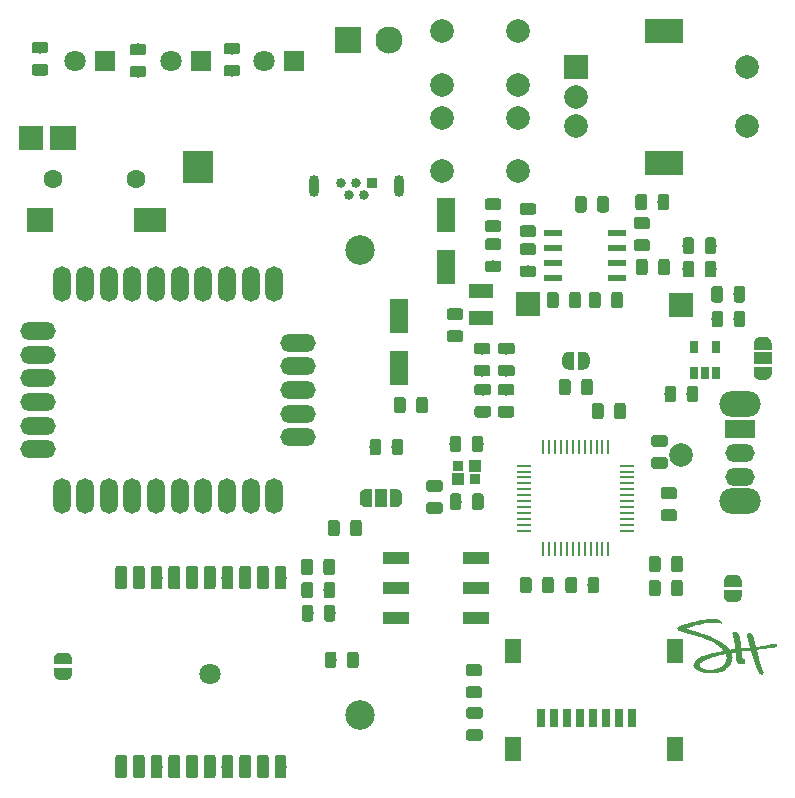
<source format=gbr>
G04 #@! TF.GenerationSoftware,KiCad,Pcbnew,(5.0.0)*
G04 #@! TF.CreationDate,2018-10-03T16:43:44-04:00*
G04 #@! TF.ProjectId,gb_walkie,67625F77616C6B69652E6B696361645F,0.1a*
G04 #@! TF.SameCoordinates,Original*
G04 #@! TF.FileFunction,Soldermask,Top*
G04 #@! TF.FilePolarity,Negative*
%FSLAX46Y46*%
G04 Gerber Fmt 4.6, Leading zero omitted, Abs format (unit mm)*
G04 Created by KiCad (PCBNEW (5.0.0)) date 10/03/18 16:43:44*
%MOMM*%
%LPD*%
G01*
G04 APERTURE LIST*
%ADD10C,0.010000*%
%ADD11R,2.000000X2.000000*%
%ADD12C,2.000000*%
%ADD13C,2.500000*%
%ADD14O,1.500000X3.000000*%
%ADD15O,3.000000X1.500000*%
%ADD16R,1.087120X0.985520*%
%ADD17R,0.949960X0.848360*%
%ADD18R,2.700000X2.100000*%
%ADD19R,2.200000X2.100000*%
%ADD20R,2.600000X2.700000*%
%ADD21C,1.600000*%
%ADD22R,2.000000X2.100000*%
%ADD23C,0.100000*%
%ADD24C,0.975000*%
%ADD25R,1.600000X3.000000*%
%ADD26R,1.800000X1.800000*%
%ADD27C,1.800000*%
%ADD28R,0.840000X0.840000*%
%ADD29C,0.840000*%
%ADD30O,0.850000X1.850000*%
%ADD31R,1.450000X2.000000*%
%ADD32R,0.800000X1.500000*%
%ADD33C,0.500000*%
%ADD34R,1.000000X1.500000*%
%ADD35R,1.500000X1.000000*%
%ADD36R,2.300000X2.300000*%
%ADD37C,2.300000*%
%ADD38R,3.200000X2.000000*%
%ADD39R,0.250000X1.300000*%
%ADD40R,1.300000X0.250000*%
%ADD41R,1.550000X0.600000*%
%ADD42R,0.650000X1.060000*%
%ADD43R,2.500000X1.500000*%
%ADD44O,2.500000X1.500000*%
%ADD45O,3.500000X2.200000*%
%ADD46R,2.160000X1.120000*%
%ADD47C,1.000000*%
%ADD48R,2.000000X1.300000*%
G04 APERTURE END LIST*
D10*
G04 #@! TO.C,G\002A\002A\002A*
G36*
X159635781Y-85755526D02*
X159688434Y-85784793D01*
X159729432Y-85808469D01*
X159761237Y-85828221D01*
X159786312Y-85845719D01*
X159807120Y-85862630D01*
X159826123Y-85880624D01*
X159836887Y-85891787D01*
X159852248Y-85910174D01*
X159868604Y-85932913D01*
X159883554Y-85956174D01*
X159894701Y-85976130D01*
X159899643Y-85988952D01*
X159899260Y-85991322D01*
X159891215Y-85990370D01*
X159871209Y-85986152D01*
X159842638Y-85979416D01*
X159821627Y-85974182D01*
X159728252Y-85953474D01*
X159623734Y-85935641D01*
X159512661Y-85921399D01*
X159436333Y-85914178D01*
X159376176Y-85910695D01*
X159303871Y-85908745D01*
X159223064Y-85908258D01*
X159137400Y-85909160D01*
X159050524Y-85911381D01*
X158966082Y-85914848D01*
X158887720Y-85919490D01*
X158819082Y-85925236D01*
X158806312Y-85926569D01*
X158555744Y-85959933D01*
X158296662Y-86006462D01*
X158029335Y-86066095D01*
X157754030Y-86138771D01*
X157471014Y-86224429D01*
X157419691Y-86241084D01*
X157352196Y-86263512D01*
X157282564Y-86287205D01*
X157212403Y-86311567D01*
X157143323Y-86336004D01*
X157076935Y-86359921D01*
X157014846Y-86382721D01*
X156958668Y-86403810D01*
X156910009Y-86422593D01*
X156870479Y-86438474D01*
X156841688Y-86450859D01*
X156825245Y-86459152D01*
X156821937Y-86462127D01*
X156824755Y-86464310D01*
X156833698Y-86468303D01*
X156849501Y-86474348D01*
X156872896Y-86482685D01*
X156904619Y-86493557D01*
X156945404Y-86507205D01*
X156995984Y-86523870D01*
X157057094Y-86543794D01*
X157129467Y-86567218D01*
X157213838Y-86594383D01*
X157310940Y-86625532D01*
X157421509Y-86660905D01*
X157546277Y-86700743D01*
X157583937Y-86712757D01*
X157739342Y-86762465D01*
X157880842Y-86808047D01*
X158009735Y-86849948D01*
X158127318Y-86888618D01*
X158234887Y-86924503D01*
X158333741Y-86958050D01*
X158425177Y-86989707D01*
X158510490Y-87019922D01*
X158590980Y-87049142D01*
X158667942Y-87077814D01*
X158742674Y-87106386D01*
X158816474Y-87135305D01*
X158863978Y-87154267D01*
X159086854Y-87247607D01*
X159294730Y-87342599D01*
X159488440Y-87439766D01*
X159668819Y-87539632D01*
X159836701Y-87642719D01*
X159992921Y-87749551D01*
X160138314Y-87860651D01*
X160273715Y-87976543D01*
X160399957Y-88097749D01*
X160447023Y-88146716D01*
X160476834Y-88178822D01*
X160505262Y-88210116D01*
X160529149Y-88237082D01*
X160545338Y-88256203D01*
X160545720Y-88256679D01*
X160572406Y-88290014D01*
X160635906Y-88285951D01*
X160668058Y-88282287D01*
X160710267Y-88275198D01*
X160757339Y-88265661D01*
X160804078Y-88254656D01*
X160809694Y-88253211D01*
X160869647Y-88238753D01*
X160927071Y-88227014D01*
X160979306Y-88218387D01*
X161023692Y-88213268D01*
X161057569Y-88212050D01*
X161074682Y-88213983D01*
X161093953Y-88218820D01*
X161088833Y-88140363D01*
X161080619Y-88033435D01*
X161069994Y-87930586D01*
X161056417Y-87828284D01*
X161039344Y-87722994D01*
X161018235Y-87611184D01*
X160992548Y-87489318D01*
X160981279Y-87438775D01*
X160957692Y-87333941D01*
X160937482Y-87243172D01*
X160920355Y-87165089D01*
X160906016Y-87098311D01*
X160894172Y-87041459D01*
X160884529Y-86993153D01*
X160876792Y-86952014D01*
X160873287Y-86932199D01*
X160866627Y-86893789D01*
X160863836Y-86867839D01*
X160867024Y-86851031D01*
X160878304Y-86840046D01*
X160899787Y-86831566D01*
X160933586Y-86822275D01*
X160945235Y-86819159D01*
X161020263Y-86805390D01*
X161090230Y-86805656D01*
X161154200Y-86819791D01*
X161211234Y-86847628D01*
X161243458Y-86872371D01*
X161277009Y-86906775D01*
X161307432Y-86947339D01*
X161334979Y-86995008D01*
X161359900Y-87050729D01*
X161382446Y-87115448D01*
X161402868Y-87190111D01*
X161421418Y-87275664D01*
X161438345Y-87373054D01*
X161453901Y-87483225D01*
X161468337Y-87607124D01*
X161481904Y-87745698D01*
X161485307Y-87784093D01*
X161490859Y-87847048D01*
X161496350Y-87907611D01*
X161501535Y-87963203D01*
X161506168Y-88011246D01*
X161510004Y-88049162D01*
X161512799Y-88074374D01*
X161513226Y-88077781D01*
X161516903Y-88107875D01*
X161519586Y-88133246D01*
X161520692Y-88148332D01*
X161521571Y-88153801D01*
X161525490Y-88157626D01*
X161534681Y-88159982D01*
X161551374Y-88161042D01*
X161577804Y-88160980D01*
X161616202Y-88159969D01*
X161653890Y-88158705D01*
X161781231Y-88150278D01*
X161906233Y-88134409D01*
X161913843Y-88133173D01*
X161999479Y-88120972D01*
X162084533Y-88113055D01*
X162176836Y-88108706D01*
X162183718Y-88108518D01*
X162326593Y-88104780D01*
X162325995Y-88035718D01*
X162325228Y-88010228D01*
X162323092Y-87984423D01*
X162319159Y-87956543D01*
X162313001Y-87924825D01*
X162304192Y-87887509D01*
X162292303Y-87842835D01*
X162276907Y-87789042D01*
X162257577Y-87724368D01*
X162233885Y-87647053D01*
X162223477Y-87613437D01*
X162188890Y-87499415D01*
X162160148Y-87399034D01*
X162136995Y-87311281D01*
X162119172Y-87235141D01*
X162106422Y-87169602D01*
X162100415Y-87129787D01*
X162094675Y-87052287D01*
X162099032Y-86986633D01*
X162113435Y-86932946D01*
X162137837Y-86891346D01*
X162172187Y-86861953D01*
X162216436Y-86844888D01*
X162217496Y-86844657D01*
X162265552Y-86840721D01*
X162311216Y-86850377D01*
X162354975Y-86874029D01*
X162397314Y-86912080D01*
X162438718Y-86964937D01*
X162479674Y-87033002D01*
X162505836Y-87084650D01*
X162536550Y-87154357D01*
X162566201Y-87232979D01*
X162595151Y-87321751D01*
X162623762Y-87421910D01*
X162652396Y-87534693D01*
X162681416Y-87661335D01*
X162699337Y-87745321D01*
X162710742Y-87800001D01*
X162721899Y-87853319D01*
X162732110Y-87901965D01*
X162740681Y-87942626D01*
X162746916Y-87971991D01*
X162748159Y-87977787D01*
X162760808Y-88036542D01*
X162901962Y-88031243D01*
X162982458Y-88027433D01*
X163062046Y-88021945D01*
X163142566Y-88014512D01*
X163225860Y-88004861D01*
X163313767Y-87992725D01*
X163408129Y-87977832D01*
X163510785Y-87959913D01*
X163623578Y-87938699D01*
X163748346Y-87913918D01*
X163862500Y-87890411D01*
X163995014Y-87863216D01*
X164113451Y-87839855D01*
X164217584Y-87820368D01*
X164307183Y-87804794D01*
X164382019Y-87793176D01*
X164441863Y-87785552D01*
X164468526Y-87783060D01*
X164535012Y-87777950D01*
X164540089Y-87805010D01*
X164540283Y-87838086D01*
X164530917Y-87882229D01*
X164512312Y-87936082D01*
X164504627Y-87954750D01*
X164494484Y-87978392D01*
X164487081Y-87995326D01*
X164484385Y-88001157D01*
X164475954Y-88003360D01*
X164453058Y-88007296D01*
X164416995Y-88012800D01*
X164369062Y-88019705D01*
X164310554Y-88027845D01*
X164242769Y-88037054D01*
X164167003Y-88047166D01*
X164084553Y-88058013D01*
X163996716Y-88069429D01*
X163904788Y-88081249D01*
X163810066Y-88093305D01*
X163713846Y-88105432D01*
X163617426Y-88117463D01*
X163522102Y-88129232D01*
X163429171Y-88140571D01*
X163339929Y-88151316D01*
X163255674Y-88161300D01*
X163177701Y-88170355D01*
X163107307Y-88178317D01*
X163080750Y-88181247D01*
X163018130Y-88188154D01*
X162960744Y-88194597D01*
X162910445Y-88200359D01*
X162869091Y-88205222D01*
X162838536Y-88208969D01*
X162820635Y-88211383D01*
X162816635Y-88212156D01*
X162818309Y-88220025D01*
X162824327Y-88240567D01*
X162833949Y-88271416D01*
X162846438Y-88310206D01*
X162861054Y-88354571D01*
X162861679Y-88356448D01*
X162881259Y-88416689D01*
X162900060Y-88477807D01*
X162918571Y-88541691D01*
X162937285Y-88610229D01*
X162956691Y-88685308D01*
X162977281Y-88768817D01*
X162999544Y-88862644D01*
X163023973Y-88968678D01*
X163045050Y-89061982D01*
X163065698Y-89153792D01*
X163083464Y-89232156D01*
X163098851Y-89299137D01*
X163112364Y-89356800D01*
X163124507Y-89407208D01*
X163135786Y-89452424D01*
X163146703Y-89494511D01*
X163157765Y-89535534D01*
X163169476Y-89577555D01*
X163180906Y-89617656D01*
X163200699Y-89684288D01*
X163218707Y-89739184D01*
X163236450Y-89786136D01*
X163255442Y-89828935D01*
X163277200Y-89871375D01*
X163295181Y-89903406D01*
X163329182Y-89963616D01*
X163355405Y-90013218D01*
X163375029Y-90054710D01*
X163389236Y-90090589D01*
X163399205Y-90123352D01*
X163399308Y-90123750D01*
X163406700Y-90166826D01*
X163407841Y-90210256D01*
X163403303Y-90250751D01*
X163393663Y-90285025D01*
X163379492Y-90309791D01*
X163364915Y-90320691D01*
X163333034Y-90326817D01*
X163292732Y-90325740D01*
X163249601Y-90317714D01*
X163240320Y-90315051D01*
X163203959Y-90297260D01*
X163166408Y-90267248D01*
X163130798Y-90228070D01*
X163100258Y-90182783D01*
X163094996Y-90173188D01*
X163082177Y-90146949D01*
X163065803Y-90110643D01*
X163047967Y-90069038D01*
X163030763Y-90026905D01*
X163030540Y-90026344D01*
X163013386Y-89983617D01*
X162992170Y-89931599D01*
X162969073Y-89875596D01*
X162946278Y-89820914D01*
X162935595Y-89795534D01*
X162895368Y-89697662D01*
X162851380Y-89585500D01*
X162803544Y-89458819D01*
X162751777Y-89317394D01*
X162695994Y-89160997D01*
X162663466Y-89068217D01*
X162619775Y-88942977D01*
X162580939Y-88831832D01*
X162546633Y-88733867D01*
X162516538Y-88648170D01*
X162490330Y-88573827D01*
X162467687Y-88509925D01*
X162448287Y-88455550D01*
X162431808Y-88409789D01*
X162417927Y-88371730D01*
X162414907Y-88363531D01*
X162379737Y-88268281D01*
X162341259Y-88269618D01*
X162322284Y-88270934D01*
X162289728Y-88273921D01*
X162245771Y-88278334D01*
X162192589Y-88283924D01*
X162132362Y-88290445D01*
X162067267Y-88297650D01*
X161999484Y-88305293D01*
X161931189Y-88313127D01*
X161864562Y-88320904D01*
X161801781Y-88328378D01*
X161745023Y-88335302D01*
X161696468Y-88341429D01*
X161658293Y-88346513D01*
X161641984Y-88348854D01*
X161552687Y-88362223D01*
X161552687Y-88407342D01*
X161554066Y-88430121D01*
X161557886Y-88464904D01*
X161563672Y-88508092D01*
X161570951Y-88556086D01*
X161577356Y-88594528D01*
X161589153Y-88667899D01*
X161597133Y-88731684D01*
X161601885Y-88791545D01*
X161603952Y-88850218D01*
X161605120Y-88897827D01*
X161606927Y-88931923D01*
X161609638Y-88954867D01*
X161613515Y-88969015D01*
X161617982Y-88975946D01*
X161628843Y-88984737D01*
X161650070Y-89000295D01*
X161678817Y-89020587D01*
X161712239Y-89043580D01*
X161720042Y-89048870D01*
X161767967Y-89082983D01*
X161803599Y-89112992D01*
X161829038Y-89141497D01*
X161846382Y-89171094D01*
X161857730Y-89204383D01*
X161862093Y-89224750D01*
X161866772Y-89282621D01*
X161858130Y-89331885D01*
X161836171Y-89372523D01*
X161826502Y-89383529D01*
X161795272Y-89411242D01*
X161762235Y-89430655D01*
X161723897Y-89442929D01*
X161676767Y-89449223D01*
X161624125Y-89450734D01*
X161576818Y-89449622D01*
X161533485Y-89446066D01*
X161490331Y-89439343D01*
X161443563Y-89428735D01*
X161389389Y-89413519D01*
X161329540Y-89394766D01*
X161244303Y-89367210D01*
X161232325Y-89313839D01*
X161215141Y-89231270D01*
X161197872Y-89137085D01*
X161181212Y-89035523D01*
X161165856Y-88930824D01*
X161152497Y-88827227D01*
X161152102Y-88823906D01*
X161148188Y-88789360D01*
X161143622Y-88746570D01*
X161138679Y-88698375D01*
X161133630Y-88647613D01*
X161128748Y-88597123D01*
X161124305Y-88549744D01*
X161120576Y-88508316D01*
X161117831Y-88475676D01*
X161116344Y-88454664D01*
X161116157Y-88449644D01*
X161110469Y-88446077D01*
X161092601Y-88447018D01*
X161061286Y-88452576D01*
X161047384Y-88455530D01*
X161023560Y-88461064D01*
X160990320Y-88469234D01*
X160950338Y-88479336D01*
X160906290Y-88490665D01*
X160860850Y-88502518D01*
X160816696Y-88514192D01*
X160776500Y-88524982D01*
X160742940Y-88534184D01*
X160718689Y-88541096D01*
X160706424Y-88545012D01*
X160705510Y-88545468D01*
X160707497Y-88552992D01*
X160714400Y-88571523D01*
X160724865Y-88597485D01*
X160728259Y-88605621D01*
X160759965Y-88701114D01*
X160778042Y-88803208D01*
X160782485Y-88910350D01*
X160773287Y-89020991D01*
X160750444Y-89133581D01*
X160730407Y-89200767D01*
X160679640Y-89328675D01*
X160614874Y-89452186D01*
X160537552Y-89569404D01*
X160449119Y-89678434D01*
X160351020Y-89777381D01*
X160244699Y-89864350D01*
X160201629Y-89894405D01*
X160062256Y-89977618D01*
X159914127Y-90047645D01*
X159757355Y-90104467D01*
X159592052Y-90148063D01*
X159418329Y-90178415D01*
X159236300Y-90195503D01*
X159046077Y-90199309D01*
X158847771Y-90189812D01*
X158641496Y-90166993D01*
X158627718Y-90165035D01*
X158455689Y-90136165D01*
X158298323Y-90101234D01*
X158155608Y-90060239D01*
X158027535Y-90013176D01*
X157958574Y-89982437D01*
X157881257Y-89943437D01*
X157816124Y-89905978D01*
X157759908Y-89867947D01*
X157709345Y-89827229D01*
X157685973Y-89805968D01*
X157640157Y-89758586D01*
X157606826Y-89713788D01*
X157583765Y-89668174D01*
X157571689Y-89630659D01*
X157567356Y-89611921D01*
X157998114Y-89611921D01*
X158005085Y-89648101D01*
X158020875Y-89680992D01*
X158047269Y-89714585D01*
X158076829Y-89744277D01*
X158128675Y-89785554D01*
X158194419Y-89825469D01*
X158272096Y-89863359D01*
X158359745Y-89898560D01*
X158455401Y-89930411D01*
X158557103Y-89958249D01*
X158662888Y-89981410D01*
X158770792Y-89999232D01*
X158862956Y-90009710D01*
X158922485Y-90014426D01*
X158971848Y-90016767D01*
X159016578Y-90016743D01*
X159062203Y-90014365D01*
X159109080Y-90010172D01*
X159242172Y-89990317D01*
X159373600Y-89958392D01*
X159502099Y-89915285D01*
X159626406Y-89861884D01*
X159745255Y-89799077D01*
X159857382Y-89727752D01*
X159961522Y-89648796D01*
X160056412Y-89563097D01*
X160140785Y-89471543D01*
X160213378Y-89375021D01*
X160272927Y-89274420D01*
X160318166Y-89170628D01*
X160322460Y-89158332D01*
X160342660Y-89091745D01*
X160355416Y-89030148D01*
X160361892Y-88966372D01*
X160363329Y-88906359D01*
X160355321Y-88800091D01*
X160331668Y-88696459D01*
X160306454Y-88627000D01*
X160291719Y-88592134D01*
X160281284Y-88569732D01*
X160273207Y-88557663D01*
X160265548Y-88553795D01*
X160256368Y-88555994D01*
X160246271Y-88560865D01*
X160228124Y-88567884D01*
X160199525Y-88576714D01*
X160165543Y-88585834D01*
X160151718Y-88589191D01*
X160002290Y-88624357D01*
X159867226Y-88656303D01*
X159745417Y-88685348D01*
X159635750Y-88711811D01*
X159537115Y-88736011D01*
X159448402Y-88758267D01*
X159368498Y-88778896D01*
X159296294Y-88798219D01*
X159230679Y-88816554D01*
X159170541Y-88834219D01*
X159114770Y-88851534D01*
X159062255Y-88868816D01*
X159011885Y-88886386D01*
X158962549Y-88904562D01*
X158913135Y-88923663D01*
X158862535Y-88944006D01*
X158809635Y-88965912D01*
X158753326Y-88989699D01*
X158747675Y-88992104D01*
X158613852Y-89050976D01*
X158495023Y-89107306D01*
X158390572Y-89161447D01*
X158299883Y-89213754D01*
X158222341Y-89264580D01*
X158157332Y-89314278D01*
X158107812Y-89359560D01*
X158062262Y-89410286D01*
X158029973Y-89457901D01*
X158009476Y-89505205D01*
X157999299Y-89555001D01*
X157998177Y-89568463D01*
X157998114Y-89611921D01*
X157567356Y-89611921D01*
X157565349Y-89603244D01*
X157562898Y-89581394D01*
X157564311Y-89558610D01*
X157569567Y-89528395D01*
X157571299Y-89519798D01*
X157589651Y-89456298D01*
X157619229Y-89387038D01*
X157658213Y-89315307D01*
X157704786Y-89244394D01*
X157757129Y-89177587D01*
X157766451Y-89166896D01*
X157817873Y-89116085D01*
X157883127Y-89063478D01*
X157960438Y-89010173D01*
X158048030Y-88957267D01*
X158144125Y-88905858D01*
X158246948Y-88857043D01*
X158315582Y-88827621D01*
X158383074Y-88800793D01*
X158452758Y-88775011D01*
X158525840Y-88749959D01*
X158603521Y-88725321D01*
X158687008Y-88700781D01*
X158777503Y-88676022D01*
X158876211Y-88650726D01*
X158984336Y-88624579D01*
X159103083Y-88597263D01*
X159233654Y-88568462D01*
X159377255Y-88537859D01*
X159535090Y-88505138D01*
X159568312Y-88498344D01*
X159676775Y-88476036D01*
X159777765Y-88454919D01*
X159869983Y-88435277D01*
X159952133Y-88417392D01*
X160022916Y-88401549D01*
X160081035Y-88388030D01*
X160125192Y-88377119D01*
X160134209Y-88374750D01*
X160164325Y-88366699D01*
X160138240Y-88333365D01*
X160115503Y-88306426D01*
X160083308Y-88271196D01*
X160043997Y-88230002D01*
X159999909Y-88185175D01*
X159953386Y-88139043D01*
X159906769Y-88093937D01*
X159862397Y-88052184D01*
X159822613Y-88016116D01*
X159798500Y-87995289D01*
X159613732Y-87850124D01*
X159415772Y-87713567D01*
X159204842Y-87585737D01*
X158981165Y-87466754D01*
X158744962Y-87356739D01*
X158496458Y-87255809D01*
X158278468Y-87178171D01*
X158214612Y-87157075D01*
X158153783Y-87137628D01*
X158093728Y-87119202D01*
X158032192Y-87101169D01*
X157966921Y-87082903D01*
X157895661Y-87063773D01*
X157816158Y-87043154D01*
X157726158Y-87020416D01*
X157623406Y-86994932D01*
X157599812Y-86989127D01*
X157490804Y-86962177D01*
X157394975Y-86938095D01*
X157310017Y-86916244D01*
X157233627Y-86895988D01*
X157163498Y-86876690D01*
X157097325Y-86857715D01*
X157032803Y-86838425D01*
X156967625Y-86818184D01*
X156899487Y-86796357D01*
X156888466Y-86792775D01*
X156834028Y-86775244D01*
X156778071Y-86757553D01*
X156724762Y-86740997D01*
X156678270Y-86726871D01*
X156643343Y-86716634D01*
X156546105Y-86687898D01*
X156463483Y-86660808D01*
X156394382Y-86634739D01*
X156337708Y-86609063D01*
X156292365Y-86583155D01*
X156257259Y-86556389D01*
X156231294Y-86528138D01*
X156213375Y-86497776D01*
X156202408Y-86464678D01*
X156202366Y-86464490D01*
X156199293Y-86424166D01*
X156210442Y-86389592D01*
X156230475Y-86363928D01*
X156260204Y-86340204D01*
X156303927Y-86313915D01*
X156360097Y-86285736D01*
X156427167Y-86256343D01*
X156503591Y-86226410D01*
X156587821Y-86196615D01*
X156678312Y-86167631D01*
X156683834Y-86165955D01*
X156741619Y-86148922D01*
X156812626Y-86128741D01*
X156894645Y-86105987D01*
X156985465Y-86081237D01*
X157082877Y-86055069D01*
X157184671Y-86028060D01*
X157288637Y-86000785D01*
X157392565Y-85973823D01*
X157494245Y-85947751D01*
X157591468Y-85923144D01*
X157682022Y-85900580D01*
X157763699Y-85880637D01*
X157834289Y-85863890D01*
X157885562Y-85852237D01*
X158106209Y-85806443D01*
X158316665Y-85768832D01*
X158520117Y-85739033D01*
X158719748Y-85716679D01*
X158918745Y-85701401D01*
X159120292Y-85692831D01*
X159282562Y-85690562D01*
X159516718Y-85690034D01*
X159635781Y-85755526D01*
X159635781Y-85755526D01*
G37*
X159635781Y-85755526D02*
X159688434Y-85784793D01*
X159729432Y-85808469D01*
X159761237Y-85828221D01*
X159786312Y-85845719D01*
X159807120Y-85862630D01*
X159826123Y-85880624D01*
X159836887Y-85891787D01*
X159852248Y-85910174D01*
X159868604Y-85932913D01*
X159883554Y-85956174D01*
X159894701Y-85976130D01*
X159899643Y-85988952D01*
X159899260Y-85991322D01*
X159891215Y-85990370D01*
X159871209Y-85986152D01*
X159842638Y-85979416D01*
X159821627Y-85974182D01*
X159728252Y-85953474D01*
X159623734Y-85935641D01*
X159512661Y-85921399D01*
X159436333Y-85914178D01*
X159376176Y-85910695D01*
X159303871Y-85908745D01*
X159223064Y-85908258D01*
X159137400Y-85909160D01*
X159050524Y-85911381D01*
X158966082Y-85914848D01*
X158887720Y-85919490D01*
X158819082Y-85925236D01*
X158806312Y-85926569D01*
X158555744Y-85959933D01*
X158296662Y-86006462D01*
X158029335Y-86066095D01*
X157754030Y-86138771D01*
X157471014Y-86224429D01*
X157419691Y-86241084D01*
X157352196Y-86263512D01*
X157282564Y-86287205D01*
X157212403Y-86311567D01*
X157143323Y-86336004D01*
X157076935Y-86359921D01*
X157014846Y-86382721D01*
X156958668Y-86403810D01*
X156910009Y-86422593D01*
X156870479Y-86438474D01*
X156841688Y-86450859D01*
X156825245Y-86459152D01*
X156821937Y-86462127D01*
X156824755Y-86464310D01*
X156833698Y-86468303D01*
X156849501Y-86474348D01*
X156872896Y-86482685D01*
X156904619Y-86493557D01*
X156945404Y-86507205D01*
X156995984Y-86523870D01*
X157057094Y-86543794D01*
X157129467Y-86567218D01*
X157213838Y-86594383D01*
X157310940Y-86625532D01*
X157421509Y-86660905D01*
X157546277Y-86700743D01*
X157583937Y-86712757D01*
X157739342Y-86762465D01*
X157880842Y-86808047D01*
X158009735Y-86849948D01*
X158127318Y-86888618D01*
X158234887Y-86924503D01*
X158333741Y-86958050D01*
X158425177Y-86989707D01*
X158510490Y-87019922D01*
X158590980Y-87049142D01*
X158667942Y-87077814D01*
X158742674Y-87106386D01*
X158816474Y-87135305D01*
X158863978Y-87154267D01*
X159086854Y-87247607D01*
X159294730Y-87342599D01*
X159488440Y-87439766D01*
X159668819Y-87539632D01*
X159836701Y-87642719D01*
X159992921Y-87749551D01*
X160138314Y-87860651D01*
X160273715Y-87976543D01*
X160399957Y-88097749D01*
X160447023Y-88146716D01*
X160476834Y-88178822D01*
X160505262Y-88210116D01*
X160529149Y-88237082D01*
X160545338Y-88256203D01*
X160545720Y-88256679D01*
X160572406Y-88290014D01*
X160635906Y-88285951D01*
X160668058Y-88282287D01*
X160710267Y-88275198D01*
X160757339Y-88265661D01*
X160804078Y-88254656D01*
X160809694Y-88253211D01*
X160869647Y-88238753D01*
X160927071Y-88227014D01*
X160979306Y-88218387D01*
X161023692Y-88213268D01*
X161057569Y-88212050D01*
X161074682Y-88213983D01*
X161093953Y-88218820D01*
X161088833Y-88140363D01*
X161080619Y-88033435D01*
X161069994Y-87930586D01*
X161056417Y-87828284D01*
X161039344Y-87722994D01*
X161018235Y-87611184D01*
X160992548Y-87489318D01*
X160981279Y-87438775D01*
X160957692Y-87333941D01*
X160937482Y-87243172D01*
X160920355Y-87165089D01*
X160906016Y-87098311D01*
X160894172Y-87041459D01*
X160884529Y-86993153D01*
X160876792Y-86952014D01*
X160873287Y-86932199D01*
X160866627Y-86893789D01*
X160863836Y-86867839D01*
X160867024Y-86851031D01*
X160878304Y-86840046D01*
X160899787Y-86831566D01*
X160933586Y-86822275D01*
X160945235Y-86819159D01*
X161020263Y-86805390D01*
X161090230Y-86805656D01*
X161154200Y-86819791D01*
X161211234Y-86847628D01*
X161243458Y-86872371D01*
X161277009Y-86906775D01*
X161307432Y-86947339D01*
X161334979Y-86995008D01*
X161359900Y-87050729D01*
X161382446Y-87115448D01*
X161402868Y-87190111D01*
X161421418Y-87275664D01*
X161438345Y-87373054D01*
X161453901Y-87483225D01*
X161468337Y-87607124D01*
X161481904Y-87745698D01*
X161485307Y-87784093D01*
X161490859Y-87847048D01*
X161496350Y-87907611D01*
X161501535Y-87963203D01*
X161506168Y-88011246D01*
X161510004Y-88049162D01*
X161512799Y-88074374D01*
X161513226Y-88077781D01*
X161516903Y-88107875D01*
X161519586Y-88133246D01*
X161520692Y-88148332D01*
X161521571Y-88153801D01*
X161525490Y-88157626D01*
X161534681Y-88159982D01*
X161551374Y-88161042D01*
X161577804Y-88160980D01*
X161616202Y-88159969D01*
X161653890Y-88158705D01*
X161781231Y-88150278D01*
X161906233Y-88134409D01*
X161913843Y-88133173D01*
X161999479Y-88120972D01*
X162084533Y-88113055D01*
X162176836Y-88108706D01*
X162183718Y-88108518D01*
X162326593Y-88104780D01*
X162325995Y-88035718D01*
X162325228Y-88010228D01*
X162323092Y-87984423D01*
X162319159Y-87956543D01*
X162313001Y-87924825D01*
X162304192Y-87887509D01*
X162292303Y-87842835D01*
X162276907Y-87789042D01*
X162257577Y-87724368D01*
X162233885Y-87647053D01*
X162223477Y-87613437D01*
X162188890Y-87499415D01*
X162160148Y-87399034D01*
X162136995Y-87311281D01*
X162119172Y-87235141D01*
X162106422Y-87169602D01*
X162100415Y-87129787D01*
X162094675Y-87052287D01*
X162099032Y-86986633D01*
X162113435Y-86932946D01*
X162137837Y-86891346D01*
X162172187Y-86861953D01*
X162216436Y-86844888D01*
X162217496Y-86844657D01*
X162265552Y-86840721D01*
X162311216Y-86850377D01*
X162354975Y-86874029D01*
X162397314Y-86912080D01*
X162438718Y-86964937D01*
X162479674Y-87033002D01*
X162505836Y-87084650D01*
X162536550Y-87154357D01*
X162566201Y-87232979D01*
X162595151Y-87321751D01*
X162623762Y-87421910D01*
X162652396Y-87534693D01*
X162681416Y-87661335D01*
X162699337Y-87745321D01*
X162710742Y-87800001D01*
X162721899Y-87853319D01*
X162732110Y-87901965D01*
X162740681Y-87942626D01*
X162746916Y-87971991D01*
X162748159Y-87977787D01*
X162760808Y-88036542D01*
X162901962Y-88031243D01*
X162982458Y-88027433D01*
X163062046Y-88021945D01*
X163142566Y-88014512D01*
X163225860Y-88004861D01*
X163313767Y-87992725D01*
X163408129Y-87977832D01*
X163510785Y-87959913D01*
X163623578Y-87938699D01*
X163748346Y-87913918D01*
X163862500Y-87890411D01*
X163995014Y-87863216D01*
X164113451Y-87839855D01*
X164217584Y-87820368D01*
X164307183Y-87804794D01*
X164382019Y-87793176D01*
X164441863Y-87785552D01*
X164468526Y-87783060D01*
X164535012Y-87777950D01*
X164540089Y-87805010D01*
X164540283Y-87838086D01*
X164530917Y-87882229D01*
X164512312Y-87936082D01*
X164504627Y-87954750D01*
X164494484Y-87978392D01*
X164487081Y-87995326D01*
X164484385Y-88001157D01*
X164475954Y-88003360D01*
X164453058Y-88007296D01*
X164416995Y-88012800D01*
X164369062Y-88019705D01*
X164310554Y-88027845D01*
X164242769Y-88037054D01*
X164167003Y-88047166D01*
X164084553Y-88058013D01*
X163996716Y-88069429D01*
X163904788Y-88081249D01*
X163810066Y-88093305D01*
X163713846Y-88105432D01*
X163617426Y-88117463D01*
X163522102Y-88129232D01*
X163429171Y-88140571D01*
X163339929Y-88151316D01*
X163255674Y-88161300D01*
X163177701Y-88170355D01*
X163107307Y-88178317D01*
X163080750Y-88181247D01*
X163018130Y-88188154D01*
X162960744Y-88194597D01*
X162910445Y-88200359D01*
X162869091Y-88205222D01*
X162838536Y-88208969D01*
X162820635Y-88211383D01*
X162816635Y-88212156D01*
X162818309Y-88220025D01*
X162824327Y-88240567D01*
X162833949Y-88271416D01*
X162846438Y-88310206D01*
X162861054Y-88354571D01*
X162861679Y-88356448D01*
X162881259Y-88416689D01*
X162900060Y-88477807D01*
X162918571Y-88541691D01*
X162937285Y-88610229D01*
X162956691Y-88685308D01*
X162977281Y-88768817D01*
X162999544Y-88862644D01*
X163023973Y-88968678D01*
X163045050Y-89061982D01*
X163065698Y-89153792D01*
X163083464Y-89232156D01*
X163098851Y-89299137D01*
X163112364Y-89356800D01*
X163124507Y-89407208D01*
X163135786Y-89452424D01*
X163146703Y-89494511D01*
X163157765Y-89535534D01*
X163169476Y-89577555D01*
X163180906Y-89617656D01*
X163200699Y-89684288D01*
X163218707Y-89739184D01*
X163236450Y-89786136D01*
X163255442Y-89828935D01*
X163277200Y-89871375D01*
X163295181Y-89903406D01*
X163329182Y-89963616D01*
X163355405Y-90013218D01*
X163375029Y-90054710D01*
X163389236Y-90090589D01*
X163399205Y-90123352D01*
X163399308Y-90123750D01*
X163406700Y-90166826D01*
X163407841Y-90210256D01*
X163403303Y-90250751D01*
X163393663Y-90285025D01*
X163379492Y-90309791D01*
X163364915Y-90320691D01*
X163333034Y-90326817D01*
X163292732Y-90325740D01*
X163249601Y-90317714D01*
X163240320Y-90315051D01*
X163203959Y-90297260D01*
X163166408Y-90267248D01*
X163130798Y-90228070D01*
X163100258Y-90182783D01*
X163094996Y-90173188D01*
X163082177Y-90146949D01*
X163065803Y-90110643D01*
X163047967Y-90069038D01*
X163030763Y-90026905D01*
X163030540Y-90026344D01*
X163013386Y-89983617D01*
X162992170Y-89931599D01*
X162969073Y-89875596D01*
X162946278Y-89820914D01*
X162935595Y-89795534D01*
X162895368Y-89697662D01*
X162851380Y-89585500D01*
X162803544Y-89458819D01*
X162751777Y-89317394D01*
X162695994Y-89160997D01*
X162663466Y-89068217D01*
X162619775Y-88942977D01*
X162580939Y-88831832D01*
X162546633Y-88733867D01*
X162516538Y-88648170D01*
X162490330Y-88573827D01*
X162467687Y-88509925D01*
X162448287Y-88455550D01*
X162431808Y-88409789D01*
X162417927Y-88371730D01*
X162414907Y-88363531D01*
X162379737Y-88268281D01*
X162341259Y-88269618D01*
X162322284Y-88270934D01*
X162289728Y-88273921D01*
X162245771Y-88278334D01*
X162192589Y-88283924D01*
X162132362Y-88290445D01*
X162067267Y-88297650D01*
X161999484Y-88305293D01*
X161931189Y-88313127D01*
X161864562Y-88320904D01*
X161801781Y-88328378D01*
X161745023Y-88335302D01*
X161696468Y-88341429D01*
X161658293Y-88346513D01*
X161641984Y-88348854D01*
X161552687Y-88362223D01*
X161552687Y-88407342D01*
X161554066Y-88430121D01*
X161557886Y-88464904D01*
X161563672Y-88508092D01*
X161570951Y-88556086D01*
X161577356Y-88594528D01*
X161589153Y-88667899D01*
X161597133Y-88731684D01*
X161601885Y-88791545D01*
X161603952Y-88850218D01*
X161605120Y-88897827D01*
X161606927Y-88931923D01*
X161609638Y-88954867D01*
X161613515Y-88969015D01*
X161617982Y-88975946D01*
X161628843Y-88984737D01*
X161650070Y-89000295D01*
X161678817Y-89020587D01*
X161712239Y-89043580D01*
X161720042Y-89048870D01*
X161767967Y-89082983D01*
X161803599Y-89112992D01*
X161829038Y-89141497D01*
X161846382Y-89171094D01*
X161857730Y-89204383D01*
X161862093Y-89224750D01*
X161866772Y-89282621D01*
X161858130Y-89331885D01*
X161836171Y-89372523D01*
X161826502Y-89383529D01*
X161795272Y-89411242D01*
X161762235Y-89430655D01*
X161723897Y-89442929D01*
X161676767Y-89449223D01*
X161624125Y-89450734D01*
X161576818Y-89449622D01*
X161533485Y-89446066D01*
X161490331Y-89439343D01*
X161443563Y-89428735D01*
X161389389Y-89413519D01*
X161329540Y-89394766D01*
X161244303Y-89367210D01*
X161232325Y-89313839D01*
X161215141Y-89231270D01*
X161197872Y-89137085D01*
X161181212Y-89035523D01*
X161165856Y-88930824D01*
X161152497Y-88827227D01*
X161152102Y-88823906D01*
X161148188Y-88789360D01*
X161143622Y-88746570D01*
X161138679Y-88698375D01*
X161133630Y-88647613D01*
X161128748Y-88597123D01*
X161124305Y-88549744D01*
X161120576Y-88508316D01*
X161117831Y-88475676D01*
X161116344Y-88454664D01*
X161116157Y-88449644D01*
X161110469Y-88446077D01*
X161092601Y-88447018D01*
X161061286Y-88452576D01*
X161047384Y-88455530D01*
X161023560Y-88461064D01*
X160990320Y-88469234D01*
X160950338Y-88479336D01*
X160906290Y-88490665D01*
X160860850Y-88502518D01*
X160816696Y-88514192D01*
X160776500Y-88524982D01*
X160742940Y-88534184D01*
X160718689Y-88541096D01*
X160706424Y-88545012D01*
X160705510Y-88545468D01*
X160707497Y-88552992D01*
X160714400Y-88571523D01*
X160724865Y-88597485D01*
X160728259Y-88605621D01*
X160759965Y-88701114D01*
X160778042Y-88803208D01*
X160782485Y-88910350D01*
X160773287Y-89020991D01*
X160750444Y-89133581D01*
X160730407Y-89200767D01*
X160679640Y-89328675D01*
X160614874Y-89452186D01*
X160537552Y-89569404D01*
X160449119Y-89678434D01*
X160351020Y-89777381D01*
X160244699Y-89864350D01*
X160201629Y-89894405D01*
X160062256Y-89977618D01*
X159914127Y-90047645D01*
X159757355Y-90104467D01*
X159592052Y-90148063D01*
X159418329Y-90178415D01*
X159236300Y-90195503D01*
X159046077Y-90199309D01*
X158847771Y-90189812D01*
X158641496Y-90166993D01*
X158627718Y-90165035D01*
X158455689Y-90136165D01*
X158298323Y-90101234D01*
X158155608Y-90060239D01*
X158027535Y-90013176D01*
X157958574Y-89982437D01*
X157881257Y-89943437D01*
X157816124Y-89905978D01*
X157759908Y-89867947D01*
X157709345Y-89827229D01*
X157685973Y-89805968D01*
X157640157Y-89758586D01*
X157606826Y-89713788D01*
X157583765Y-89668174D01*
X157571689Y-89630659D01*
X157567356Y-89611921D01*
X157998114Y-89611921D01*
X158005085Y-89648101D01*
X158020875Y-89680992D01*
X158047269Y-89714585D01*
X158076829Y-89744277D01*
X158128675Y-89785554D01*
X158194419Y-89825469D01*
X158272096Y-89863359D01*
X158359745Y-89898560D01*
X158455401Y-89930411D01*
X158557103Y-89958249D01*
X158662888Y-89981410D01*
X158770792Y-89999232D01*
X158862956Y-90009710D01*
X158922485Y-90014426D01*
X158971848Y-90016767D01*
X159016578Y-90016743D01*
X159062203Y-90014365D01*
X159109080Y-90010172D01*
X159242172Y-89990317D01*
X159373600Y-89958392D01*
X159502099Y-89915285D01*
X159626406Y-89861884D01*
X159745255Y-89799077D01*
X159857382Y-89727752D01*
X159961522Y-89648796D01*
X160056412Y-89563097D01*
X160140785Y-89471543D01*
X160213378Y-89375021D01*
X160272927Y-89274420D01*
X160318166Y-89170628D01*
X160322460Y-89158332D01*
X160342660Y-89091745D01*
X160355416Y-89030148D01*
X160361892Y-88966372D01*
X160363329Y-88906359D01*
X160355321Y-88800091D01*
X160331668Y-88696459D01*
X160306454Y-88627000D01*
X160291719Y-88592134D01*
X160281284Y-88569732D01*
X160273207Y-88557663D01*
X160265548Y-88553795D01*
X160256368Y-88555994D01*
X160246271Y-88560865D01*
X160228124Y-88567884D01*
X160199525Y-88576714D01*
X160165543Y-88585834D01*
X160151718Y-88589191D01*
X160002290Y-88624357D01*
X159867226Y-88656303D01*
X159745417Y-88685348D01*
X159635750Y-88711811D01*
X159537115Y-88736011D01*
X159448402Y-88758267D01*
X159368498Y-88778896D01*
X159296294Y-88798219D01*
X159230679Y-88816554D01*
X159170541Y-88834219D01*
X159114770Y-88851534D01*
X159062255Y-88868816D01*
X159011885Y-88886386D01*
X158962549Y-88904562D01*
X158913135Y-88923663D01*
X158862535Y-88944006D01*
X158809635Y-88965912D01*
X158753326Y-88989699D01*
X158747675Y-88992104D01*
X158613852Y-89050976D01*
X158495023Y-89107306D01*
X158390572Y-89161447D01*
X158299883Y-89213754D01*
X158222341Y-89264580D01*
X158157332Y-89314278D01*
X158107812Y-89359560D01*
X158062262Y-89410286D01*
X158029973Y-89457901D01*
X158009476Y-89505205D01*
X157999299Y-89555001D01*
X157998177Y-89568463D01*
X157998114Y-89611921D01*
X157567356Y-89611921D01*
X157565349Y-89603244D01*
X157562898Y-89581394D01*
X157564311Y-89558610D01*
X157569567Y-89528395D01*
X157571299Y-89519798D01*
X157589651Y-89456298D01*
X157619229Y-89387038D01*
X157658213Y-89315307D01*
X157704786Y-89244394D01*
X157757129Y-89177587D01*
X157766451Y-89166896D01*
X157817873Y-89116085D01*
X157883127Y-89063478D01*
X157960438Y-89010173D01*
X158048030Y-88957267D01*
X158144125Y-88905858D01*
X158246948Y-88857043D01*
X158315582Y-88827621D01*
X158383074Y-88800793D01*
X158452758Y-88775011D01*
X158525840Y-88749959D01*
X158603521Y-88725321D01*
X158687008Y-88700781D01*
X158777503Y-88676022D01*
X158876211Y-88650726D01*
X158984336Y-88624579D01*
X159103083Y-88597263D01*
X159233654Y-88568462D01*
X159377255Y-88537859D01*
X159535090Y-88505138D01*
X159568312Y-88498344D01*
X159676775Y-88476036D01*
X159777765Y-88454919D01*
X159869983Y-88435277D01*
X159952133Y-88417392D01*
X160022916Y-88401549D01*
X160081035Y-88388030D01*
X160125192Y-88377119D01*
X160134209Y-88374750D01*
X160164325Y-88366699D01*
X160138240Y-88333365D01*
X160115503Y-88306426D01*
X160083308Y-88271196D01*
X160043997Y-88230002D01*
X159999909Y-88185175D01*
X159953386Y-88139043D01*
X159906769Y-88093937D01*
X159862397Y-88052184D01*
X159822613Y-88016116D01*
X159798500Y-87995289D01*
X159613732Y-87850124D01*
X159415772Y-87713567D01*
X159204842Y-87585737D01*
X158981165Y-87466754D01*
X158744962Y-87356739D01*
X158496458Y-87255809D01*
X158278468Y-87178171D01*
X158214612Y-87157075D01*
X158153783Y-87137628D01*
X158093728Y-87119202D01*
X158032192Y-87101169D01*
X157966921Y-87082903D01*
X157895661Y-87063773D01*
X157816158Y-87043154D01*
X157726158Y-87020416D01*
X157623406Y-86994932D01*
X157599812Y-86989127D01*
X157490804Y-86962177D01*
X157394975Y-86938095D01*
X157310017Y-86916244D01*
X157233627Y-86895988D01*
X157163498Y-86876690D01*
X157097325Y-86857715D01*
X157032803Y-86838425D01*
X156967625Y-86818184D01*
X156899487Y-86796357D01*
X156888466Y-86792775D01*
X156834028Y-86775244D01*
X156778071Y-86757553D01*
X156724762Y-86740997D01*
X156678270Y-86726871D01*
X156643343Y-86716634D01*
X156546105Y-86687898D01*
X156463483Y-86660808D01*
X156394382Y-86634739D01*
X156337708Y-86609063D01*
X156292365Y-86583155D01*
X156257259Y-86556389D01*
X156231294Y-86528138D01*
X156213375Y-86497776D01*
X156202408Y-86464678D01*
X156202366Y-86464490D01*
X156199293Y-86424166D01*
X156210442Y-86389592D01*
X156230475Y-86363928D01*
X156260204Y-86340204D01*
X156303927Y-86313915D01*
X156360097Y-86285736D01*
X156427167Y-86256343D01*
X156503591Y-86226410D01*
X156587821Y-86196615D01*
X156678312Y-86167631D01*
X156683834Y-86165955D01*
X156741619Y-86148922D01*
X156812626Y-86128741D01*
X156894645Y-86105987D01*
X156985465Y-86081237D01*
X157082877Y-86055069D01*
X157184671Y-86028060D01*
X157288637Y-86000785D01*
X157392565Y-85973823D01*
X157494245Y-85947751D01*
X157591468Y-85923144D01*
X157682022Y-85900580D01*
X157763699Y-85880637D01*
X157834289Y-85863890D01*
X157885562Y-85852237D01*
X158106209Y-85806443D01*
X158316665Y-85768832D01*
X158520117Y-85739033D01*
X158719748Y-85716679D01*
X158918745Y-85701401D01*
X159120292Y-85692831D01*
X159282562Y-85690562D01*
X159516718Y-85690034D01*
X159635781Y-85755526D01*
G04 #@! TD*
D11*
G04 #@! TO.C,BT1*
X156500000Y-59080000D03*
D12*
X156500000Y-71780000D03*
D13*
X129330000Y-54460000D03*
X129330000Y-93830000D03*
G04 #@! TD*
D14*
G04 #@! TO.C,U1*
X112058000Y-57304000D03*
X114058000Y-57304000D03*
X116058000Y-57304000D03*
X118058000Y-57304000D03*
X106058000Y-57304000D03*
X110058000Y-57304000D03*
X104058000Y-57304000D03*
X108058000Y-57304000D03*
X120058000Y-57304000D03*
X122058000Y-57304000D03*
D15*
X102058000Y-61304000D03*
X102058000Y-63304000D03*
X102058000Y-65304000D03*
X102058000Y-67304000D03*
X102058000Y-69304000D03*
X102058000Y-71304000D03*
D14*
X116058000Y-75304000D03*
X118058000Y-75304000D03*
X114058000Y-75304000D03*
X112058000Y-75304000D03*
X120058000Y-75304000D03*
X122058000Y-75304000D03*
X106058000Y-75304000D03*
X104058000Y-75304000D03*
X110058000Y-75304000D03*
X108058000Y-75304000D03*
D15*
X124058000Y-64304000D03*
X124058000Y-68304000D03*
X124058000Y-62304000D03*
X124058000Y-66304000D03*
X124058000Y-70304000D03*
G04 #@! TD*
D16*
G04 #@! TO.C,Y1*
X139093900Y-72718500D03*
X137646100Y-73861500D03*
D17*
X137646100Y-72718500D03*
X139093900Y-73861500D03*
G04 #@! TD*
D12*
G04 #@! TO.C,SW2*
X136240000Y-47740000D03*
X136240000Y-43240000D03*
X142740000Y-47740000D03*
X142740000Y-43240000D03*
G04 #@! TD*
G04 #@! TO.C,SW3*
X136240000Y-40440000D03*
X136240000Y-35940000D03*
X142740000Y-40440000D03*
X142740000Y-35940000D03*
G04 #@! TD*
D18*
G04 #@! TO.C,J2*
X111550000Y-51930000D03*
D19*
X102250000Y-51930000D03*
D20*
X115650000Y-47380000D03*
D19*
X104150000Y-44930000D03*
D21*
X103350000Y-48430000D03*
X110350000Y-48430000D03*
D22*
X101450000Y-44930000D03*
G04 #@! TD*
D23*
G04 #@! TO.C,C1*
G36*
X146932142Y-65351174D02*
X146955803Y-65354684D01*
X146979007Y-65360496D01*
X147001529Y-65368554D01*
X147023153Y-65378782D01*
X147043670Y-65391079D01*
X147062883Y-65405329D01*
X147080607Y-65421393D01*
X147096671Y-65439117D01*
X147110921Y-65458330D01*
X147123218Y-65478847D01*
X147133446Y-65500471D01*
X147141504Y-65522993D01*
X147147316Y-65546197D01*
X147150826Y-65569858D01*
X147152000Y-65593750D01*
X147152000Y-66506250D01*
X147150826Y-66530142D01*
X147147316Y-66553803D01*
X147141504Y-66577007D01*
X147133446Y-66599529D01*
X147123218Y-66621153D01*
X147110921Y-66641670D01*
X147096671Y-66660883D01*
X147080607Y-66678607D01*
X147062883Y-66694671D01*
X147043670Y-66708921D01*
X147023153Y-66721218D01*
X147001529Y-66731446D01*
X146979007Y-66739504D01*
X146955803Y-66745316D01*
X146932142Y-66748826D01*
X146908250Y-66750000D01*
X146420750Y-66750000D01*
X146396858Y-66748826D01*
X146373197Y-66745316D01*
X146349993Y-66739504D01*
X146327471Y-66731446D01*
X146305847Y-66721218D01*
X146285330Y-66708921D01*
X146266117Y-66694671D01*
X146248393Y-66678607D01*
X146232329Y-66660883D01*
X146218079Y-66641670D01*
X146205782Y-66621153D01*
X146195554Y-66599529D01*
X146187496Y-66577007D01*
X146181684Y-66553803D01*
X146178174Y-66530142D01*
X146177000Y-66506250D01*
X146177000Y-65593750D01*
X146178174Y-65569858D01*
X146181684Y-65546197D01*
X146187496Y-65522993D01*
X146195554Y-65500471D01*
X146205782Y-65478847D01*
X146218079Y-65458330D01*
X146232329Y-65439117D01*
X146248393Y-65421393D01*
X146266117Y-65405329D01*
X146285330Y-65391079D01*
X146305847Y-65378782D01*
X146327471Y-65368554D01*
X146349993Y-65360496D01*
X146373197Y-65354684D01*
X146396858Y-65351174D01*
X146420750Y-65350000D01*
X146908250Y-65350000D01*
X146932142Y-65351174D01*
X146932142Y-65351174D01*
G37*
D24*
X146664500Y-66050000D03*
D23*
G36*
X148807142Y-65351174D02*
X148830803Y-65354684D01*
X148854007Y-65360496D01*
X148876529Y-65368554D01*
X148898153Y-65378782D01*
X148918670Y-65391079D01*
X148937883Y-65405329D01*
X148955607Y-65421393D01*
X148971671Y-65439117D01*
X148985921Y-65458330D01*
X148998218Y-65478847D01*
X149008446Y-65500471D01*
X149016504Y-65522993D01*
X149022316Y-65546197D01*
X149025826Y-65569858D01*
X149027000Y-65593750D01*
X149027000Y-66506250D01*
X149025826Y-66530142D01*
X149022316Y-66553803D01*
X149016504Y-66577007D01*
X149008446Y-66599529D01*
X148998218Y-66621153D01*
X148985921Y-66641670D01*
X148971671Y-66660883D01*
X148955607Y-66678607D01*
X148937883Y-66694671D01*
X148918670Y-66708921D01*
X148898153Y-66721218D01*
X148876529Y-66731446D01*
X148854007Y-66739504D01*
X148830803Y-66745316D01*
X148807142Y-66748826D01*
X148783250Y-66750000D01*
X148295750Y-66750000D01*
X148271858Y-66748826D01*
X148248197Y-66745316D01*
X148224993Y-66739504D01*
X148202471Y-66731446D01*
X148180847Y-66721218D01*
X148160330Y-66708921D01*
X148141117Y-66694671D01*
X148123393Y-66678607D01*
X148107329Y-66660883D01*
X148093079Y-66641670D01*
X148080782Y-66621153D01*
X148070554Y-66599529D01*
X148062496Y-66577007D01*
X148056684Y-66553803D01*
X148053174Y-66530142D01*
X148052000Y-66506250D01*
X148052000Y-65593750D01*
X148053174Y-65569858D01*
X148056684Y-65546197D01*
X148062496Y-65522993D01*
X148070554Y-65500471D01*
X148080782Y-65478847D01*
X148093079Y-65458330D01*
X148107329Y-65439117D01*
X148123393Y-65421393D01*
X148141117Y-65405329D01*
X148160330Y-65391079D01*
X148180847Y-65378782D01*
X148202471Y-65368554D01*
X148224993Y-65360496D01*
X148248197Y-65354684D01*
X148271858Y-65351174D01*
X148295750Y-65350000D01*
X148783250Y-65350000D01*
X148807142Y-65351174D01*
X148807142Y-65351174D01*
G37*
D24*
X148539500Y-66050000D03*
G04 #@! TD*
D23*
G04 #@! TO.C,C2*
G36*
X155956142Y-76407174D02*
X155979803Y-76410684D01*
X156003007Y-76416496D01*
X156025529Y-76424554D01*
X156047153Y-76434782D01*
X156067670Y-76447079D01*
X156086883Y-76461329D01*
X156104607Y-76477393D01*
X156120671Y-76495117D01*
X156134921Y-76514330D01*
X156147218Y-76534847D01*
X156157446Y-76556471D01*
X156165504Y-76578993D01*
X156171316Y-76602197D01*
X156174826Y-76625858D01*
X156176000Y-76649750D01*
X156176000Y-77137250D01*
X156174826Y-77161142D01*
X156171316Y-77184803D01*
X156165504Y-77208007D01*
X156157446Y-77230529D01*
X156147218Y-77252153D01*
X156134921Y-77272670D01*
X156120671Y-77291883D01*
X156104607Y-77309607D01*
X156086883Y-77325671D01*
X156067670Y-77339921D01*
X156047153Y-77352218D01*
X156025529Y-77362446D01*
X156003007Y-77370504D01*
X155979803Y-77376316D01*
X155956142Y-77379826D01*
X155932250Y-77381000D01*
X155019750Y-77381000D01*
X154995858Y-77379826D01*
X154972197Y-77376316D01*
X154948993Y-77370504D01*
X154926471Y-77362446D01*
X154904847Y-77352218D01*
X154884330Y-77339921D01*
X154865117Y-77325671D01*
X154847393Y-77309607D01*
X154831329Y-77291883D01*
X154817079Y-77272670D01*
X154804782Y-77252153D01*
X154794554Y-77230529D01*
X154786496Y-77208007D01*
X154780684Y-77184803D01*
X154777174Y-77161142D01*
X154776000Y-77137250D01*
X154776000Y-76649750D01*
X154777174Y-76625858D01*
X154780684Y-76602197D01*
X154786496Y-76578993D01*
X154794554Y-76556471D01*
X154804782Y-76534847D01*
X154817079Y-76514330D01*
X154831329Y-76495117D01*
X154847393Y-76477393D01*
X154865117Y-76461329D01*
X154884330Y-76447079D01*
X154904847Y-76434782D01*
X154926471Y-76424554D01*
X154948993Y-76416496D01*
X154972197Y-76410684D01*
X154995858Y-76407174D01*
X155019750Y-76406000D01*
X155932250Y-76406000D01*
X155956142Y-76407174D01*
X155956142Y-76407174D01*
G37*
D24*
X155476000Y-76893500D03*
D23*
G36*
X155956142Y-74532174D02*
X155979803Y-74535684D01*
X156003007Y-74541496D01*
X156025529Y-74549554D01*
X156047153Y-74559782D01*
X156067670Y-74572079D01*
X156086883Y-74586329D01*
X156104607Y-74602393D01*
X156120671Y-74620117D01*
X156134921Y-74639330D01*
X156147218Y-74659847D01*
X156157446Y-74681471D01*
X156165504Y-74703993D01*
X156171316Y-74727197D01*
X156174826Y-74750858D01*
X156176000Y-74774750D01*
X156176000Y-75262250D01*
X156174826Y-75286142D01*
X156171316Y-75309803D01*
X156165504Y-75333007D01*
X156157446Y-75355529D01*
X156147218Y-75377153D01*
X156134921Y-75397670D01*
X156120671Y-75416883D01*
X156104607Y-75434607D01*
X156086883Y-75450671D01*
X156067670Y-75464921D01*
X156047153Y-75477218D01*
X156025529Y-75487446D01*
X156003007Y-75495504D01*
X155979803Y-75501316D01*
X155956142Y-75504826D01*
X155932250Y-75506000D01*
X155019750Y-75506000D01*
X154995858Y-75504826D01*
X154972197Y-75501316D01*
X154948993Y-75495504D01*
X154926471Y-75487446D01*
X154904847Y-75477218D01*
X154884330Y-75464921D01*
X154865117Y-75450671D01*
X154847393Y-75434607D01*
X154831329Y-75416883D01*
X154817079Y-75397670D01*
X154804782Y-75377153D01*
X154794554Y-75355529D01*
X154786496Y-75333007D01*
X154780684Y-75309803D01*
X154777174Y-75286142D01*
X154776000Y-75262250D01*
X154776000Y-74774750D01*
X154777174Y-74750858D01*
X154780684Y-74727197D01*
X154786496Y-74703993D01*
X154794554Y-74681471D01*
X154804782Y-74659847D01*
X154817079Y-74639330D01*
X154831329Y-74620117D01*
X154847393Y-74602393D01*
X154865117Y-74586329D01*
X154884330Y-74572079D01*
X154904847Y-74559782D01*
X154926471Y-74549554D01*
X154948993Y-74541496D01*
X154972197Y-74535684D01*
X154995858Y-74532174D01*
X155019750Y-74531000D01*
X155932250Y-74531000D01*
X155956142Y-74532174D01*
X155956142Y-74532174D01*
G37*
D24*
X155476000Y-75018500D03*
G04 #@! TD*
D23*
G04 #@! TO.C,C3*
G36*
X137675142Y-70151174D02*
X137698803Y-70154684D01*
X137722007Y-70160496D01*
X137744529Y-70168554D01*
X137766153Y-70178782D01*
X137786670Y-70191079D01*
X137805883Y-70205329D01*
X137823607Y-70221393D01*
X137839671Y-70239117D01*
X137853921Y-70258330D01*
X137866218Y-70278847D01*
X137876446Y-70300471D01*
X137884504Y-70322993D01*
X137890316Y-70346197D01*
X137893826Y-70369858D01*
X137895000Y-70393750D01*
X137895000Y-71306250D01*
X137893826Y-71330142D01*
X137890316Y-71353803D01*
X137884504Y-71377007D01*
X137876446Y-71399529D01*
X137866218Y-71421153D01*
X137853921Y-71441670D01*
X137839671Y-71460883D01*
X137823607Y-71478607D01*
X137805883Y-71494671D01*
X137786670Y-71508921D01*
X137766153Y-71521218D01*
X137744529Y-71531446D01*
X137722007Y-71539504D01*
X137698803Y-71545316D01*
X137675142Y-71548826D01*
X137651250Y-71550000D01*
X137163750Y-71550000D01*
X137139858Y-71548826D01*
X137116197Y-71545316D01*
X137092993Y-71539504D01*
X137070471Y-71531446D01*
X137048847Y-71521218D01*
X137028330Y-71508921D01*
X137009117Y-71494671D01*
X136991393Y-71478607D01*
X136975329Y-71460883D01*
X136961079Y-71441670D01*
X136948782Y-71421153D01*
X136938554Y-71399529D01*
X136930496Y-71377007D01*
X136924684Y-71353803D01*
X136921174Y-71330142D01*
X136920000Y-71306250D01*
X136920000Y-70393750D01*
X136921174Y-70369858D01*
X136924684Y-70346197D01*
X136930496Y-70322993D01*
X136938554Y-70300471D01*
X136948782Y-70278847D01*
X136961079Y-70258330D01*
X136975329Y-70239117D01*
X136991393Y-70221393D01*
X137009117Y-70205329D01*
X137028330Y-70191079D01*
X137048847Y-70178782D01*
X137070471Y-70168554D01*
X137092993Y-70160496D01*
X137116197Y-70154684D01*
X137139858Y-70151174D01*
X137163750Y-70150000D01*
X137651250Y-70150000D01*
X137675142Y-70151174D01*
X137675142Y-70151174D01*
G37*
D24*
X137407500Y-70850000D03*
D23*
G36*
X139550142Y-70151174D02*
X139573803Y-70154684D01*
X139597007Y-70160496D01*
X139619529Y-70168554D01*
X139641153Y-70178782D01*
X139661670Y-70191079D01*
X139680883Y-70205329D01*
X139698607Y-70221393D01*
X139714671Y-70239117D01*
X139728921Y-70258330D01*
X139741218Y-70278847D01*
X139751446Y-70300471D01*
X139759504Y-70322993D01*
X139765316Y-70346197D01*
X139768826Y-70369858D01*
X139770000Y-70393750D01*
X139770000Y-71306250D01*
X139768826Y-71330142D01*
X139765316Y-71353803D01*
X139759504Y-71377007D01*
X139751446Y-71399529D01*
X139741218Y-71421153D01*
X139728921Y-71441670D01*
X139714671Y-71460883D01*
X139698607Y-71478607D01*
X139680883Y-71494671D01*
X139661670Y-71508921D01*
X139641153Y-71521218D01*
X139619529Y-71531446D01*
X139597007Y-71539504D01*
X139573803Y-71545316D01*
X139550142Y-71548826D01*
X139526250Y-71550000D01*
X139038750Y-71550000D01*
X139014858Y-71548826D01*
X138991197Y-71545316D01*
X138967993Y-71539504D01*
X138945471Y-71531446D01*
X138923847Y-71521218D01*
X138903330Y-71508921D01*
X138884117Y-71494671D01*
X138866393Y-71478607D01*
X138850329Y-71460883D01*
X138836079Y-71441670D01*
X138823782Y-71421153D01*
X138813554Y-71399529D01*
X138805496Y-71377007D01*
X138799684Y-71353803D01*
X138796174Y-71330142D01*
X138795000Y-71306250D01*
X138795000Y-70393750D01*
X138796174Y-70369858D01*
X138799684Y-70346197D01*
X138805496Y-70322993D01*
X138813554Y-70300471D01*
X138823782Y-70278847D01*
X138836079Y-70258330D01*
X138850329Y-70239117D01*
X138866393Y-70221393D01*
X138884117Y-70205329D01*
X138903330Y-70191079D01*
X138923847Y-70178782D01*
X138945471Y-70168554D01*
X138967993Y-70160496D01*
X138991197Y-70154684D01*
X139014858Y-70151174D01*
X139038750Y-70150000D01*
X139526250Y-70150000D01*
X139550142Y-70151174D01*
X139550142Y-70151174D01*
G37*
D24*
X139282500Y-70850000D03*
G04 #@! TD*
D23*
G04 #@! TO.C,C4*
G36*
X139565142Y-75051174D02*
X139588803Y-75054684D01*
X139612007Y-75060496D01*
X139634529Y-75068554D01*
X139656153Y-75078782D01*
X139676670Y-75091079D01*
X139695883Y-75105329D01*
X139713607Y-75121393D01*
X139729671Y-75139117D01*
X139743921Y-75158330D01*
X139756218Y-75178847D01*
X139766446Y-75200471D01*
X139774504Y-75222993D01*
X139780316Y-75246197D01*
X139783826Y-75269858D01*
X139785000Y-75293750D01*
X139785000Y-76206250D01*
X139783826Y-76230142D01*
X139780316Y-76253803D01*
X139774504Y-76277007D01*
X139766446Y-76299529D01*
X139756218Y-76321153D01*
X139743921Y-76341670D01*
X139729671Y-76360883D01*
X139713607Y-76378607D01*
X139695883Y-76394671D01*
X139676670Y-76408921D01*
X139656153Y-76421218D01*
X139634529Y-76431446D01*
X139612007Y-76439504D01*
X139588803Y-76445316D01*
X139565142Y-76448826D01*
X139541250Y-76450000D01*
X139053750Y-76450000D01*
X139029858Y-76448826D01*
X139006197Y-76445316D01*
X138982993Y-76439504D01*
X138960471Y-76431446D01*
X138938847Y-76421218D01*
X138918330Y-76408921D01*
X138899117Y-76394671D01*
X138881393Y-76378607D01*
X138865329Y-76360883D01*
X138851079Y-76341670D01*
X138838782Y-76321153D01*
X138828554Y-76299529D01*
X138820496Y-76277007D01*
X138814684Y-76253803D01*
X138811174Y-76230142D01*
X138810000Y-76206250D01*
X138810000Y-75293750D01*
X138811174Y-75269858D01*
X138814684Y-75246197D01*
X138820496Y-75222993D01*
X138828554Y-75200471D01*
X138838782Y-75178847D01*
X138851079Y-75158330D01*
X138865329Y-75139117D01*
X138881393Y-75121393D01*
X138899117Y-75105329D01*
X138918330Y-75091079D01*
X138938847Y-75078782D01*
X138960471Y-75068554D01*
X138982993Y-75060496D01*
X139006197Y-75054684D01*
X139029858Y-75051174D01*
X139053750Y-75050000D01*
X139541250Y-75050000D01*
X139565142Y-75051174D01*
X139565142Y-75051174D01*
G37*
D24*
X139297500Y-75750000D03*
D23*
G36*
X137690142Y-75051174D02*
X137713803Y-75054684D01*
X137737007Y-75060496D01*
X137759529Y-75068554D01*
X137781153Y-75078782D01*
X137801670Y-75091079D01*
X137820883Y-75105329D01*
X137838607Y-75121393D01*
X137854671Y-75139117D01*
X137868921Y-75158330D01*
X137881218Y-75178847D01*
X137891446Y-75200471D01*
X137899504Y-75222993D01*
X137905316Y-75246197D01*
X137908826Y-75269858D01*
X137910000Y-75293750D01*
X137910000Y-76206250D01*
X137908826Y-76230142D01*
X137905316Y-76253803D01*
X137899504Y-76277007D01*
X137891446Y-76299529D01*
X137881218Y-76321153D01*
X137868921Y-76341670D01*
X137854671Y-76360883D01*
X137838607Y-76378607D01*
X137820883Y-76394671D01*
X137801670Y-76408921D01*
X137781153Y-76421218D01*
X137759529Y-76431446D01*
X137737007Y-76439504D01*
X137713803Y-76445316D01*
X137690142Y-76448826D01*
X137666250Y-76450000D01*
X137178750Y-76450000D01*
X137154858Y-76448826D01*
X137131197Y-76445316D01*
X137107993Y-76439504D01*
X137085471Y-76431446D01*
X137063847Y-76421218D01*
X137043330Y-76408921D01*
X137024117Y-76394671D01*
X137006393Y-76378607D01*
X136990329Y-76360883D01*
X136976079Y-76341670D01*
X136963782Y-76321153D01*
X136953554Y-76299529D01*
X136945496Y-76277007D01*
X136939684Y-76253803D01*
X136936174Y-76230142D01*
X136935000Y-76206250D01*
X136935000Y-75293750D01*
X136936174Y-75269858D01*
X136939684Y-75246197D01*
X136945496Y-75222993D01*
X136953554Y-75200471D01*
X136963782Y-75178847D01*
X136976079Y-75158330D01*
X136990329Y-75139117D01*
X137006393Y-75121393D01*
X137024117Y-75105329D01*
X137043330Y-75091079D01*
X137063847Y-75078782D01*
X137085471Y-75068554D01*
X137107993Y-75060496D01*
X137131197Y-75054684D01*
X137154858Y-75051174D01*
X137178750Y-75050000D01*
X137666250Y-75050000D01*
X137690142Y-75051174D01*
X137690142Y-75051174D01*
G37*
D24*
X137422500Y-75750000D03*
G04 #@! TD*
D23*
G04 #@! TO.C,C5*
G36*
X140150142Y-62301174D02*
X140173803Y-62304684D01*
X140197007Y-62310496D01*
X140219529Y-62318554D01*
X140241153Y-62328782D01*
X140261670Y-62341079D01*
X140280883Y-62355329D01*
X140298607Y-62371393D01*
X140314671Y-62389117D01*
X140328921Y-62408330D01*
X140341218Y-62428847D01*
X140351446Y-62450471D01*
X140359504Y-62472993D01*
X140365316Y-62496197D01*
X140368826Y-62519858D01*
X140370000Y-62543750D01*
X140370000Y-63031250D01*
X140368826Y-63055142D01*
X140365316Y-63078803D01*
X140359504Y-63102007D01*
X140351446Y-63124529D01*
X140341218Y-63146153D01*
X140328921Y-63166670D01*
X140314671Y-63185883D01*
X140298607Y-63203607D01*
X140280883Y-63219671D01*
X140261670Y-63233921D01*
X140241153Y-63246218D01*
X140219529Y-63256446D01*
X140197007Y-63264504D01*
X140173803Y-63270316D01*
X140150142Y-63273826D01*
X140126250Y-63275000D01*
X139213750Y-63275000D01*
X139189858Y-63273826D01*
X139166197Y-63270316D01*
X139142993Y-63264504D01*
X139120471Y-63256446D01*
X139098847Y-63246218D01*
X139078330Y-63233921D01*
X139059117Y-63219671D01*
X139041393Y-63203607D01*
X139025329Y-63185883D01*
X139011079Y-63166670D01*
X138998782Y-63146153D01*
X138988554Y-63124529D01*
X138980496Y-63102007D01*
X138974684Y-63078803D01*
X138971174Y-63055142D01*
X138970000Y-63031250D01*
X138970000Y-62543750D01*
X138971174Y-62519858D01*
X138974684Y-62496197D01*
X138980496Y-62472993D01*
X138988554Y-62450471D01*
X138998782Y-62428847D01*
X139011079Y-62408330D01*
X139025329Y-62389117D01*
X139041393Y-62371393D01*
X139059117Y-62355329D01*
X139078330Y-62341079D01*
X139098847Y-62328782D01*
X139120471Y-62318554D01*
X139142993Y-62310496D01*
X139166197Y-62304684D01*
X139189858Y-62301174D01*
X139213750Y-62300000D01*
X140126250Y-62300000D01*
X140150142Y-62301174D01*
X140150142Y-62301174D01*
G37*
D24*
X139670000Y-62787500D03*
D23*
G36*
X140150142Y-64176174D02*
X140173803Y-64179684D01*
X140197007Y-64185496D01*
X140219529Y-64193554D01*
X140241153Y-64203782D01*
X140261670Y-64216079D01*
X140280883Y-64230329D01*
X140298607Y-64246393D01*
X140314671Y-64264117D01*
X140328921Y-64283330D01*
X140341218Y-64303847D01*
X140351446Y-64325471D01*
X140359504Y-64347993D01*
X140365316Y-64371197D01*
X140368826Y-64394858D01*
X140370000Y-64418750D01*
X140370000Y-64906250D01*
X140368826Y-64930142D01*
X140365316Y-64953803D01*
X140359504Y-64977007D01*
X140351446Y-64999529D01*
X140341218Y-65021153D01*
X140328921Y-65041670D01*
X140314671Y-65060883D01*
X140298607Y-65078607D01*
X140280883Y-65094671D01*
X140261670Y-65108921D01*
X140241153Y-65121218D01*
X140219529Y-65131446D01*
X140197007Y-65139504D01*
X140173803Y-65145316D01*
X140150142Y-65148826D01*
X140126250Y-65150000D01*
X139213750Y-65150000D01*
X139189858Y-65148826D01*
X139166197Y-65145316D01*
X139142993Y-65139504D01*
X139120471Y-65131446D01*
X139098847Y-65121218D01*
X139078330Y-65108921D01*
X139059117Y-65094671D01*
X139041393Y-65078607D01*
X139025329Y-65060883D01*
X139011079Y-65041670D01*
X138998782Y-65021153D01*
X138988554Y-64999529D01*
X138980496Y-64977007D01*
X138974684Y-64953803D01*
X138971174Y-64930142D01*
X138970000Y-64906250D01*
X138970000Y-64418750D01*
X138971174Y-64394858D01*
X138974684Y-64371197D01*
X138980496Y-64347993D01*
X138988554Y-64325471D01*
X138998782Y-64303847D01*
X139011079Y-64283330D01*
X139025329Y-64264117D01*
X139041393Y-64246393D01*
X139059117Y-64230329D01*
X139078330Y-64216079D01*
X139098847Y-64203782D01*
X139120471Y-64193554D01*
X139142993Y-64185496D01*
X139166197Y-64179684D01*
X139189858Y-64176174D01*
X139213750Y-64175000D01*
X140126250Y-64175000D01*
X140150142Y-64176174D01*
X140150142Y-64176174D01*
G37*
D24*
X139670000Y-64662500D03*
G04 #@! TD*
D23*
G04 #@! TO.C,C6*
G36*
X142200142Y-62301174D02*
X142223803Y-62304684D01*
X142247007Y-62310496D01*
X142269529Y-62318554D01*
X142291153Y-62328782D01*
X142311670Y-62341079D01*
X142330883Y-62355329D01*
X142348607Y-62371393D01*
X142364671Y-62389117D01*
X142378921Y-62408330D01*
X142391218Y-62428847D01*
X142401446Y-62450471D01*
X142409504Y-62472993D01*
X142415316Y-62496197D01*
X142418826Y-62519858D01*
X142420000Y-62543750D01*
X142420000Y-63031250D01*
X142418826Y-63055142D01*
X142415316Y-63078803D01*
X142409504Y-63102007D01*
X142401446Y-63124529D01*
X142391218Y-63146153D01*
X142378921Y-63166670D01*
X142364671Y-63185883D01*
X142348607Y-63203607D01*
X142330883Y-63219671D01*
X142311670Y-63233921D01*
X142291153Y-63246218D01*
X142269529Y-63256446D01*
X142247007Y-63264504D01*
X142223803Y-63270316D01*
X142200142Y-63273826D01*
X142176250Y-63275000D01*
X141263750Y-63275000D01*
X141239858Y-63273826D01*
X141216197Y-63270316D01*
X141192993Y-63264504D01*
X141170471Y-63256446D01*
X141148847Y-63246218D01*
X141128330Y-63233921D01*
X141109117Y-63219671D01*
X141091393Y-63203607D01*
X141075329Y-63185883D01*
X141061079Y-63166670D01*
X141048782Y-63146153D01*
X141038554Y-63124529D01*
X141030496Y-63102007D01*
X141024684Y-63078803D01*
X141021174Y-63055142D01*
X141020000Y-63031250D01*
X141020000Y-62543750D01*
X141021174Y-62519858D01*
X141024684Y-62496197D01*
X141030496Y-62472993D01*
X141038554Y-62450471D01*
X141048782Y-62428847D01*
X141061079Y-62408330D01*
X141075329Y-62389117D01*
X141091393Y-62371393D01*
X141109117Y-62355329D01*
X141128330Y-62341079D01*
X141148847Y-62328782D01*
X141170471Y-62318554D01*
X141192993Y-62310496D01*
X141216197Y-62304684D01*
X141239858Y-62301174D01*
X141263750Y-62300000D01*
X142176250Y-62300000D01*
X142200142Y-62301174D01*
X142200142Y-62301174D01*
G37*
D24*
X141720000Y-62787500D03*
D23*
G36*
X142200142Y-64176174D02*
X142223803Y-64179684D01*
X142247007Y-64185496D01*
X142269529Y-64193554D01*
X142291153Y-64203782D01*
X142311670Y-64216079D01*
X142330883Y-64230329D01*
X142348607Y-64246393D01*
X142364671Y-64264117D01*
X142378921Y-64283330D01*
X142391218Y-64303847D01*
X142401446Y-64325471D01*
X142409504Y-64347993D01*
X142415316Y-64371197D01*
X142418826Y-64394858D01*
X142420000Y-64418750D01*
X142420000Y-64906250D01*
X142418826Y-64930142D01*
X142415316Y-64953803D01*
X142409504Y-64977007D01*
X142401446Y-64999529D01*
X142391218Y-65021153D01*
X142378921Y-65041670D01*
X142364671Y-65060883D01*
X142348607Y-65078607D01*
X142330883Y-65094671D01*
X142311670Y-65108921D01*
X142291153Y-65121218D01*
X142269529Y-65131446D01*
X142247007Y-65139504D01*
X142223803Y-65145316D01*
X142200142Y-65148826D01*
X142176250Y-65150000D01*
X141263750Y-65150000D01*
X141239858Y-65148826D01*
X141216197Y-65145316D01*
X141192993Y-65139504D01*
X141170471Y-65131446D01*
X141148847Y-65121218D01*
X141128330Y-65108921D01*
X141109117Y-65094671D01*
X141091393Y-65078607D01*
X141075329Y-65060883D01*
X141061079Y-65041670D01*
X141048782Y-65021153D01*
X141038554Y-64999529D01*
X141030496Y-64977007D01*
X141024684Y-64953803D01*
X141021174Y-64930142D01*
X141020000Y-64906250D01*
X141020000Y-64418750D01*
X141021174Y-64394858D01*
X141024684Y-64371197D01*
X141030496Y-64347993D01*
X141038554Y-64325471D01*
X141048782Y-64303847D01*
X141061079Y-64283330D01*
X141075329Y-64264117D01*
X141091393Y-64246393D01*
X141109117Y-64230329D01*
X141128330Y-64216079D01*
X141148847Y-64203782D01*
X141170471Y-64193554D01*
X141192993Y-64185496D01*
X141216197Y-64179684D01*
X141239858Y-64176174D01*
X141263750Y-64175000D01*
X142176250Y-64175000D01*
X142200142Y-64176174D01*
X142200142Y-64176174D01*
G37*
D24*
X141720000Y-64662500D03*
G04 #@! TD*
D25*
G04 #@! TO.C,C7*
X132616000Y-64440000D03*
X132616000Y-60040000D03*
G04 #@! TD*
G04 #@! TO.C,C8*
X136590000Y-51510000D03*
X136590000Y-55910000D03*
G04 #@! TD*
D23*
G04 #@! TO.C,C9*
G36*
X144018142Y-53886174D02*
X144041803Y-53889684D01*
X144065007Y-53895496D01*
X144087529Y-53903554D01*
X144109153Y-53913782D01*
X144129670Y-53926079D01*
X144148883Y-53940329D01*
X144166607Y-53956393D01*
X144182671Y-53974117D01*
X144196921Y-53993330D01*
X144209218Y-54013847D01*
X144219446Y-54035471D01*
X144227504Y-54057993D01*
X144233316Y-54081197D01*
X144236826Y-54104858D01*
X144238000Y-54128750D01*
X144238000Y-54616250D01*
X144236826Y-54640142D01*
X144233316Y-54663803D01*
X144227504Y-54687007D01*
X144219446Y-54709529D01*
X144209218Y-54731153D01*
X144196921Y-54751670D01*
X144182671Y-54770883D01*
X144166607Y-54788607D01*
X144148883Y-54804671D01*
X144129670Y-54818921D01*
X144109153Y-54831218D01*
X144087529Y-54841446D01*
X144065007Y-54849504D01*
X144041803Y-54855316D01*
X144018142Y-54858826D01*
X143994250Y-54860000D01*
X143081750Y-54860000D01*
X143057858Y-54858826D01*
X143034197Y-54855316D01*
X143010993Y-54849504D01*
X142988471Y-54841446D01*
X142966847Y-54831218D01*
X142946330Y-54818921D01*
X142927117Y-54804671D01*
X142909393Y-54788607D01*
X142893329Y-54770883D01*
X142879079Y-54751670D01*
X142866782Y-54731153D01*
X142856554Y-54709529D01*
X142848496Y-54687007D01*
X142842684Y-54663803D01*
X142839174Y-54640142D01*
X142838000Y-54616250D01*
X142838000Y-54128750D01*
X142839174Y-54104858D01*
X142842684Y-54081197D01*
X142848496Y-54057993D01*
X142856554Y-54035471D01*
X142866782Y-54013847D01*
X142879079Y-53993330D01*
X142893329Y-53974117D01*
X142909393Y-53956393D01*
X142927117Y-53940329D01*
X142946330Y-53926079D01*
X142966847Y-53913782D01*
X142988471Y-53903554D01*
X143010993Y-53895496D01*
X143034197Y-53889684D01*
X143057858Y-53886174D01*
X143081750Y-53885000D01*
X143994250Y-53885000D01*
X144018142Y-53886174D01*
X144018142Y-53886174D01*
G37*
D24*
X143538000Y-54372500D03*
D23*
G36*
X144018142Y-55761174D02*
X144041803Y-55764684D01*
X144065007Y-55770496D01*
X144087529Y-55778554D01*
X144109153Y-55788782D01*
X144129670Y-55801079D01*
X144148883Y-55815329D01*
X144166607Y-55831393D01*
X144182671Y-55849117D01*
X144196921Y-55868330D01*
X144209218Y-55888847D01*
X144219446Y-55910471D01*
X144227504Y-55932993D01*
X144233316Y-55956197D01*
X144236826Y-55979858D01*
X144238000Y-56003750D01*
X144238000Y-56491250D01*
X144236826Y-56515142D01*
X144233316Y-56538803D01*
X144227504Y-56562007D01*
X144219446Y-56584529D01*
X144209218Y-56606153D01*
X144196921Y-56626670D01*
X144182671Y-56645883D01*
X144166607Y-56663607D01*
X144148883Y-56679671D01*
X144129670Y-56693921D01*
X144109153Y-56706218D01*
X144087529Y-56716446D01*
X144065007Y-56724504D01*
X144041803Y-56730316D01*
X144018142Y-56733826D01*
X143994250Y-56735000D01*
X143081750Y-56735000D01*
X143057858Y-56733826D01*
X143034197Y-56730316D01*
X143010993Y-56724504D01*
X142988471Y-56716446D01*
X142966847Y-56706218D01*
X142946330Y-56693921D01*
X142927117Y-56679671D01*
X142909393Y-56663607D01*
X142893329Y-56645883D01*
X142879079Y-56626670D01*
X142866782Y-56606153D01*
X142856554Y-56584529D01*
X142848496Y-56562007D01*
X142842684Y-56538803D01*
X142839174Y-56515142D01*
X142838000Y-56491250D01*
X142838000Y-56003750D01*
X142839174Y-55979858D01*
X142842684Y-55956197D01*
X142848496Y-55932993D01*
X142856554Y-55910471D01*
X142866782Y-55888847D01*
X142879079Y-55868330D01*
X142893329Y-55849117D01*
X142909393Y-55831393D01*
X142927117Y-55815329D01*
X142946330Y-55801079D01*
X142966847Y-55788782D01*
X142988471Y-55778554D01*
X143010993Y-55770496D01*
X143034197Y-55764684D01*
X143057858Y-55761174D01*
X143081750Y-55760000D01*
X143994250Y-55760000D01*
X144018142Y-55761174D01*
X144018142Y-55761174D01*
G37*
D24*
X143538000Y-56247500D03*
G04 #@! TD*
D23*
G04 #@! TO.C,C10*
G36*
X145916142Y-57985174D02*
X145939803Y-57988684D01*
X145963007Y-57994496D01*
X145985529Y-58002554D01*
X146007153Y-58012782D01*
X146027670Y-58025079D01*
X146046883Y-58039329D01*
X146064607Y-58055393D01*
X146080671Y-58073117D01*
X146094921Y-58092330D01*
X146107218Y-58112847D01*
X146117446Y-58134471D01*
X146125504Y-58156993D01*
X146131316Y-58180197D01*
X146134826Y-58203858D01*
X146136000Y-58227750D01*
X146136000Y-59140250D01*
X146134826Y-59164142D01*
X146131316Y-59187803D01*
X146125504Y-59211007D01*
X146117446Y-59233529D01*
X146107218Y-59255153D01*
X146094921Y-59275670D01*
X146080671Y-59294883D01*
X146064607Y-59312607D01*
X146046883Y-59328671D01*
X146027670Y-59342921D01*
X146007153Y-59355218D01*
X145985529Y-59365446D01*
X145963007Y-59373504D01*
X145939803Y-59379316D01*
X145916142Y-59382826D01*
X145892250Y-59384000D01*
X145404750Y-59384000D01*
X145380858Y-59382826D01*
X145357197Y-59379316D01*
X145333993Y-59373504D01*
X145311471Y-59365446D01*
X145289847Y-59355218D01*
X145269330Y-59342921D01*
X145250117Y-59328671D01*
X145232393Y-59312607D01*
X145216329Y-59294883D01*
X145202079Y-59275670D01*
X145189782Y-59255153D01*
X145179554Y-59233529D01*
X145171496Y-59211007D01*
X145165684Y-59187803D01*
X145162174Y-59164142D01*
X145161000Y-59140250D01*
X145161000Y-58227750D01*
X145162174Y-58203858D01*
X145165684Y-58180197D01*
X145171496Y-58156993D01*
X145179554Y-58134471D01*
X145189782Y-58112847D01*
X145202079Y-58092330D01*
X145216329Y-58073117D01*
X145232393Y-58055393D01*
X145250117Y-58039329D01*
X145269330Y-58025079D01*
X145289847Y-58012782D01*
X145311471Y-58002554D01*
X145333993Y-57994496D01*
X145357197Y-57988684D01*
X145380858Y-57985174D01*
X145404750Y-57984000D01*
X145892250Y-57984000D01*
X145916142Y-57985174D01*
X145916142Y-57985174D01*
G37*
D24*
X145648500Y-58684000D03*
D23*
G36*
X147791142Y-57985174D02*
X147814803Y-57988684D01*
X147838007Y-57994496D01*
X147860529Y-58002554D01*
X147882153Y-58012782D01*
X147902670Y-58025079D01*
X147921883Y-58039329D01*
X147939607Y-58055393D01*
X147955671Y-58073117D01*
X147969921Y-58092330D01*
X147982218Y-58112847D01*
X147992446Y-58134471D01*
X148000504Y-58156993D01*
X148006316Y-58180197D01*
X148009826Y-58203858D01*
X148011000Y-58227750D01*
X148011000Y-59140250D01*
X148009826Y-59164142D01*
X148006316Y-59187803D01*
X148000504Y-59211007D01*
X147992446Y-59233529D01*
X147982218Y-59255153D01*
X147969921Y-59275670D01*
X147955671Y-59294883D01*
X147939607Y-59312607D01*
X147921883Y-59328671D01*
X147902670Y-59342921D01*
X147882153Y-59355218D01*
X147860529Y-59365446D01*
X147838007Y-59373504D01*
X147814803Y-59379316D01*
X147791142Y-59382826D01*
X147767250Y-59384000D01*
X147279750Y-59384000D01*
X147255858Y-59382826D01*
X147232197Y-59379316D01*
X147208993Y-59373504D01*
X147186471Y-59365446D01*
X147164847Y-59355218D01*
X147144330Y-59342921D01*
X147125117Y-59328671D01*
X147107393Y-59312607D01*
X147091329Y-59294883D01*
X147077079Y-59275670D01*
X147064782Y-59255153D01*
X147054554Y-59233529D01*
X147046496Y-59211007D01*
X147040684Y-59187803D01*
X147037174Y-59164142D01*
X147036000Y-59140250D01*
X147036000Y-58227750D01*
X147037174Y-58203858D01*
X147040684Y-58180197D01*
X147046496Y-58156993D01*
X147054554Y-58134471D01*
X147064782Y-58112847D01*
X147077079Y-58092330D01*
X147091329Y-58073117D01*
X147107393Y-58055393D01*
X147125117Y-58039329D01*
X147144330Y-58025079D01*
X147164847Y-58012782D01*
X147186471Y-58002554D01*
X147208993Y-57994496D01*
X147232197Y-57988684D01*
X147255858Y-57985174D01*
X147279750Y-57984000D01*
X147767250Y-57984000D01*
X147791142Y-57985174D01*
X147791142Y-57985174D01*
G37*
D24*
X147523500Y-58684000D03*
G04 #@! TD*
D23*
G04 #@! TO.C,C11*
G36*
X153670142Y-51672174D02*
X153693803Y-51675684D01*
X153717007Y-51681496D01*
X153739529Y-51689554D01*
X153761153Y-51699782D01*
X153781670Y-51712079D01*
X153800883Y-51726329D01*
X153818607Y-51742393D01*
X153834671Y-51760117D01*
X153848921Y-51779330D01*
X153861218Y-51799847D01*
X153871446Y-51821471D01*
X153879504Y-51843993D01*
X153885316Y-51867197D01*
X153888826Y-51890858D01*
X153890000Y-51914750D01*
X153890000Y-52402250D01*
X153888826Y-52426142D01*
X153885316Y-52449803D01*
X153879504Y-52473007D01*
X153871446Y-52495529D01*
X153861218Y-52517153D01*
X153848921Y-52537670D01*
X153834671Y-52556883D01*
X153818607Y-52574607D01*
X153800883Y-52590671D01*
X153781670Y-52604921D01*
X153761153Y-52617218D01*
X153739529Y-52627446D01*
X153717007Y-52635504D01*
X153693803Y-52641316D01*
X153670142Y-52644826D01*
X153646250Y-52646000D01*
X152733750Y-52646000D01*
X152709858Y-52644826D01*
X152686197Y-52641316D01*
X152662993Y-52635504D01*
X152640471Y-52627446D01*
X152618847Y-52617218D01*
X152598330Y-52604921D01*
X152579117Y-52590671D01*
X152561393Y-52574607D01*
X152545329Y-52556883D01*
X152531079Y-52537670D01*
X152518782Y-52517153D01*
X152508554Y-52495529D01*
X152500496Y-52473007D01*
X152494684Y-52449803D01*
X152491174Y-52426142D01*
X152490000Y-52402250D01*
X152490000Y-51914750D01*
X152491174Y-51890858D01*
X152494684Y-51867197D01*
X152500496Y-51843993D01*
X152508554Y-51821471D01*
X152518782Y-51799847D01*
X152531079Y-51779330D01*
X152545329Y-51760117D01*
X152561393Y-51742393D01*
X152579117Y-51726329D01*
X152598330Y-51712079D01*
X152618847Y-51699782D01*
X152640471Y-51689554D01*
X152662993Y-51681496D01*
X152686197Y-51675684D01*
X152709858Y-51672174D01*
X152733750Y-51671000D01*
X153646250Y-51671000D01*
X153670142Y-51672174D01*
X153670142Y-51672174D01*
G37*
D24*
X153190000Y-52158500D03*
D23*
G36*
X153670142Y-53547174D02*
X153693803Y-53550684D01*
X153717007Y-53556496D01*
X153739529Y-53564554D01*
X153761153Y-53574782D01*
X153781670Y-53587079D01*
X153800883Y-53601329D01*
X153818607Y-53617393D01*
X153834671Y-53635117D01*
X153848921Y-53654330D01*
X153861218Y-53674847D01*
X153871446Y-53696471D01*
X153879504Y-53718993D01*
X153885316Y-53742197D01*
X153888826Y-53765858D01*
X153890000Y-53789750D01*
X153890000Y-54277250D01*
X153888826Y-54301142D01*
X153885316Y-54324803D01*
X153879504Y-54348007D01*
X153871446Y-54370529D01*
X153861218Y-54392153D01*
X153848921Y-54412670D01*
X153834671Y-54431883D01*
X153818607Y-54449607D01*
X153800883Y-54465671D01*
X153781670Y-54479921D01*
X153761153Y-54492218D01*
X153739529Y-54502446D01*
X153717007Y-54510504D01*
X153693803Y-54516316D01*
X153670142Y-54519826D01*
X153646250Y-54521000D01*
X152733750Y-54521000D01*
X152709858Y-54519826D01*
X152686197Y-54516316D01*
X152662993Y-54510504D01*
X152640471Y-54502446D01*
X152618847Y-54492218D01*
X152598330Y-54479921D01*
X152579117Y-54465671D01*
X152561393Y-54449607D01*
X152545329Y-54431883D01*
X152531079Y-54412670D01*
X152518782Y-54392153D01*
X152508554Y-54370529D01*
X152500496Y-54348007D01*
X152494684Y-54324803D01*
X152491174Y-54301142D01*
X152490000Y-54277250D01*
X152490000Y-53789750D01*
X152491174Y-53765858D01*
X152494684Y-53742197D01*
X152500496Y-53718993D01*
X152508554Y-53696471D01*
X152518782Y-53674847D01*
X152531079Y-53654330D01*
X152545329Y-53635117D01*
X152561393Y-53617393D01*
X152579117Y-53601329D01*
X152598330Y-53587079D01*
X152618847Y-53574782D01*
X152640471Y-53564554D01*
X152662993Y-53556496D01*
X152686197Y-53550684D01*
X152709858Y-53547174D01*
X152733750Y-53546000D01*
X153646250Y-53546000D01*
X153670142Y-53547174D01*
X153670142Y-53547174D01*
G37*
D24*
X153190000Y-54033500D03*
G04 #@! TD*
D23*
G04 #@! TO.C,C12*
G36*
X155332642Y-55191174D02*
X155356303Y-55194684D01*
X155379507Y-55200496D01*
X155402029Y-55208554D01*
X155423653Y-55218782D01*
X155444170Y-55231079D01*
X155463383Y-55245329D01*
X155481107Y-55261393D01*
X155497171Y-55279117D01*
X155511421Y-55298330D01*
X155523718Y-55318847D01*
X155533946Y-55340471D01*
X155542004Y-55362993D01*
X155547816Y-55386197D01*
X155551326Y-55409858D01*
X155552500Y-55433750D01*
X155552500Y-56346250D01*
X155551326Y-56370142D01*
X155547816Y-56393803D01*
X155542004Y-56417007D01*
X155533946Y-56439529D01*
X155523718Y-56461153D01*
X155511421Y-56481670D01*
X155497171Y-56500883D01*
X155481107Y-56518607D01*
X155463383Y-56534671D01*
X155444170Y-56548921D01*
X155423653Y-56561218D01*
X155402029Y-56571446D01*
X155379507Y-56579504D01*
X155356303Y-56585316D01*
X155332642Y-56588826D01*
X155308750Y-56590000D01*
X154821250Y-56590000D01*
X154797358Y-56588826D01*
X154773697Y-56585316D01*
X154750493Y-56579504D01*
X154727971Y-56571446D01*
X154706347Y-56561218D01*
X154685830Y-56548921D01*
X154666617Y-56534671D01*
X154648893Y-56518607D01*
X154632829Y-56500883D01*
X154618579Y-56481670D01*
X154606282Y-56461153D01*
X154596054Y-56439529D01*
X154587996Y-56417007D01*
X154582184Y-56393803D01*
X154578674Y-56370142D01*
X154577500Y-56346250D01*
X154577500Y-55433750D01*
X154578674Y-55409858D01*
X154582184Y-55386197D01*
X154587996Y-55362993D01*
X154596054Y-55340471D01*
X154606282Y-55318847D01*
X154618579Y-55298330D01*
X154632829Y-55279117D01*
X154648893Y-55261393D01*
X154666617Y-55245329D01*
X154685830Y-55231079D01*
X154706347Y-55218782D01*
X154727971Y-55208554D01*
X154750493Y-55200496D01*
X154773697Y-55194684D01*
X154797358Y-55191174D01*
X154821250Y-55190000D01*
X155308750Y-55190000D01*
X155332642Y-55191174D01*
X155332642Y-55191174D01*
G37*
D24*
X155065000Y-55890000D03*
D23*
G36*
X153457642Y-55191174D02*
X153481303Y-55194684D01*
X153504507Y-55200496D01*
X153527029Y-55208554D01*
X153548653Y-55218782D01*
X153569170Y-55231079D01*
X153588383Y-55245329D01*
X153606107Y-55261393D01*
X153622171Y-55279117D01*
X153636421Y-55298330D01*
X153648718Y-55318847D01*
X153658946Y-55340471D01*
X153667004Y-55362993D01*
X153672816Y-55386197D01*
X153676326Y-55409858D01*
X153677500Y-55433750D01*
X153677500Y-56346250D01*
X153676326Y-56370142D01*
X153672816Y-56393803D01*
X153667004Y-56417007D01*
X153658946Y-56439529D01*
X153648718Y-56461153D01*
X153636421Y-56481670D01*
X153622171Y-56500883D01*
X153606107Y-56518607D01*
X153588383Y-56534671D01*
X153569170Y-56548921D01*
X153548653Y-56561218D01*
X153527029Y-56571446D01*
X153504507Y-56579504D01*
X153481303Y-56585316D01*
X153457642Y-56588826D01*
X153433750Y-56590000D01*
X152946250Y-56590000D01*
X152922358Y-56588826D01*
X152898697Y-56585316D01*
X152875493Y-56579504D01*
X152852971Y-56571446D01*
X152831347Y-56561218D01*
X152810830Y-56548921D01*
X152791617Y-56534671D01*
X152773893Y-56518607D01*
X152757829Y-56500883D01*
X152743579Y-56481670D01*
X152731282Y-56461153D01*
X152721054Y-56439529D01*
X152712996Y-56417007D01*
X152707184Y-56393803D01*
X152703674Y-56370142D01*
X152702500Y-56346250D01*
X152702500Y-55433750D01*
X152703674Y-55409858D01*
X152707184Y-55386197D01*
X152712996Y-55362993D01*
X152721054Y-55340471D01*
X152731282Y-55318847D01*
X152743579Y-55298330D01*
X152757829Y-55279117D01*
X152773893Y-55261393D01*
X152791617Y-55245329D01*
X152810830Y-55231079D01*
X152831347Y-55218782D01*
X152852971Y-55208554D01*
X152875493Y-55200496D01*
X152898697Y-55194684D01*
X152922358Y-55191174D01*
X152946250Y-55190000D01*
X153433750Y-55190000D01*
X153457642Y-55191174D01*
X153457642Y-55191174D01*
G37*
D24*
X153190000Y-55890000D03*
G04 #@! TD*
D23*
G04 #@! TO.C,C13*
G36*
X149472142Y-57985174D02*
X149495803Y-57988684D01*
X149519007Y-57994496D01*
X149541529Y-58002554D01*
X149563153Y-58012782D01*
X149583670Y-58025079D01*
X149602883Y-58039329D01*
X149620607Y-58055393D01*
X149636671Y-58073117D01*
X149650921Y-58092330D01*
X149663218Y-58112847D01*
X149673446Y-58134471D01*
X149681504Y-58156993D01*
X149687316Y-58180197D01*
X149690826Y-58203858D01*
X149692000Y-58227750D01*
X149692000Y-59140250D01*
X149690826Y-59164142D01*
X149687316Y-59187803D01*
X149681504Y-59211007D01*
X149673446Y-59233529D01*
X149663218Y-59255153D01*
X149650921Y-59275670D01*
X149636671Y-59294883D01*
X149620607Y-59312607D01*
X149602883Y-59328671D01*
X149583670Y-59342921D01*
X149563153Y-59355218D01*
X149541529Y-59365446D01*
X149519007Y-59373504D01*
X149495803Y-59379316D01*
X149472142Y-59382826D01*
X149448250Y-59384000D01*
X148960750Y-59384000D01*
X148936858Y-59382826D01*
X148913197Y-59379316D01*
X148889993Y-59373504D01*
X148867471Y-59365446D01*
X148845847Y-59355218D01*
X148825330Y-59342921D01*
X148806117Y-59328671D01*
X148788393Y-59312607D01*
X148772329Y-59294883D01*
X148758079Y-59275670D01*
X148745782Y-59255153D01*
X148735554Y-59233529D01*
X148727496Y-59211007D01*
X148721684Y-59187803D01*
X148718174Y-59164142D01*
X148717000Y-59140250D01*
X148717000Y-58227750D01*
X148718174Y-58203858D01*
X148721684Y-58180197D01*
X148727496Y-58156993D01*
X148735554Y-58134471D01*
X148745782Y-58112847D01*
X148758079Y-58092330D01*
X148772329Y-58073117D01*
X148788393Y-58055393D01*
X148806117Y-58039329D01*
X148825330Y-58025079D01*
X148845847Y-58012782D01*
X148867471Y-58002554D01*
X148889993Y-57994496D01*
X148913197Y-57988684D01*
X148936858Y-57985174D01*
X148960750Y-57984000D01*
X149448250Y-57984000D01*
X149472142Y-57985174D01*
X149472142Y-57985174D01*
G37*
D24*
X149204500Y-58684000D03*
D23*
G36*
X151347142Y-57985174D02*
X151370803Y-57988684D01*
X151394007Y-57994496D01*
X151416529Y-58002554D01*
X151438153Y-58012782D01*
X151458670Y-58025079D01*
X151477883Y-58039329D01*
X151495607Y-58055393D01*
X151511671Y-58073117D01*
X151525921Y-58092330D01*
X151538218Y-58112847D01*
X151548446Y-58134471D01*
X151556504Y-58156993D01*
X151562316Y-58180197D01*
X151565826Y-58203858D01*
X151567000Y-58227750D01*
X151567000Y-59140250D01*
X151565826Y-59164142D01*
X151562316Y-59187803D01*
X151556504Y-59211007D01*
X151548446Y-59233529D01*
X151538218Y-59255153D01*
X151525921Y-59275670D01*
X151511671Y-59294883D01*
X151495607Y-59312607D01*
X151477883Y-59328671D01*
X151458670Y-59342921D01*
X151438153Y-59355218D01*
X151416529Y-59365446D01*
X151394007Y-59373504D01*
X151370803Y-59379316D01*
X151347142Y-59382826D01*
X151323250Y-59384000D01*
X150835750Y-59384000D01*
X150811858Y-59382826D01*
X150788197Y-59379316D01*
X150764993Y-59373504D01*
X150742471Y-59365446D01*
X150720847Y-59355218D01*
X150700330Y-59342921D01*
X150681117Y-59328671D01*
X150663393Y-59312607D01*
X150647329Y-59294883D01*
X150633079Y-59275670D01*
X150620782Y-59255153D01*
X150610554Y-59233529D01*
X150602496Y-59211007D01*
X150596684Y-59187803D01*
X150593174Y-59164142D01*
X150592000Y-59140250D01*
X150592000Y-58227750D01*
X150593174Y-58203858D01*
X150596684Y-58180197D01*
X150602496Y-58156993D01*
X150610554Y-58134471D01*
X150620782Y-58112847D01*
X150633079Y-58092330D01*
X150647329Y-58073117D01*
X150663393Y-58055393D01*
X150681117Y-58039329D01*
X150700330Y-58025079D01*
X150720847Y-58012782D01*
X150742471Y-58002554D01*
X150764993Y-57994496D01*
X150788197Y-57988684D01*
X150811858Y-57985174D01*
X150835750Y-57984000D01*
X151323250Y-57984000D01*
X151347142Y-57985174D01*
X151347142Y-57985174D01*
G37*
D24*
X151079500Y-58684000D03*
G04 #@! TD*
D23*
G04 #@! TO.C,C14*
G36*
X139446142Y-89518174D02*
X139469803Y-89521684D01*
X139493007Y-89527496D01*
X139515529Y-89535554D01*
X139537153Y-89545782D01*
X139557670Y-89558079D01*
X139576883Y-89572329D01*
X139594607Y-89588393D01*
X139610671Y-89606117D01*
X139624921Y-89625330D01*
X139637218Y-89645847D01*
X139647446Y-89667471D01*
X139655504Y-89689993D01*
X139661316Y-89713197D01*
X139664826Y-89736858D01*
X139666000Y-89760750D01*
X139666000Y-90248250D01*
X139664826Y-90272142D01*
X139661316Y-90295803D01*
X139655504Y-90319007D01*
X139647446Y-90341529D01*
X139637218Y-90363153D01*
X139624921Y-90383670D01*
X139610671Y-90402883D01*
X139594607Y-90420607D01*
X139576883Y-90436671D01*
X139557670Y-90450921D01*
X139537153Y-90463218D01*
X139515529Y-90473446D01*
X139493007Y-90481504D01*
X139469803Y-90487316D01*
X139446142Y-90490826D01*
X139422250Y-90492000D01*
X138509750Y-90492000D01*
X138485858Y-90490826D01*
X138462197Y-90487316D01*
X138438993Y-90481504D01*
X138416471Y-90473446D01*
X138394847Y-90463218D01*
X138374330Y-90450921D01*
X138355117Y-90436671D01*
X138337393Y-90420607D01*
X138321329Y-90402883D01*
X138307079Y-90383670D01*
X138294782Y-90363153D01*
X138284554Y-90341529D01*
X138276496Y-90319007D01*
X138270684Y-90295803D01*
X138267174Y-90272142D01*
X138266000Y-90248250D01*
X138266000Y-89760750D01*
X138267174Y-89736858D01*
X138270684Y-89713197D01*
X138276496Y-89689993D01*
X138284554Y-89667471D01*
X138294782Y-89645847D01*
X138307079Y-89625330D01*
X138321329Y-89606117D01*
X138337393Y-89588393D01*
X138355117Y-89572329D01*
X138374330Y-89558079D01*
X138394847Y-89545782D01*
X138416471Y-89535554D01*
X138438993Y-89527496D01*
X138462197Y-89521684D01*
X138485858Y-89518174D01*
X138509750Y-89517000D01*
X139422250Y-89517000D01*
X139446142Y-89518174D01*
X139446142Y-89518174D01*
G37*
D24*
X138966000Y-90004500D03*
D23*
G36*
X139446142Y-91393174D02*
X139469803Y-91396684D01*
X139493007Y-91402496D01*
X139515529Y-91410554D01*
X139537153Y-91420782D01*
X139557670Y-91433079D01*
X139576883Y-91447329D01*
X139594607Y-91463393D01*
X139610671Y-91481117D01*
X139624921Y-91500330D01*
X139637218Y-91520847D01*
X139647446Y-91542471D01*
X139655504Y-91564993D01*
X139661316Y-91588197D01*
X139664826Y-91611858D01*
X139666000Y-91635750D01*
X139666000Y-92123250D01*
X139664826Y-92147142D01*
X139661316Y-92170803D01*
X139655504Y-92194007D01*
X139647446Y-92216529D01*
X139637218Y-92238153D01*
X139624921Y-92258670D01*
X139610671Y-92277883D01*
X139594607Y-92295607D01*
X139576883Y-92311671D01*
X139557670Y-92325921D01*
X139537153Y-92338218D01*
X139515529Y-92348446D01*
X139493007Y-92356504D01*
X139469803Y-92362316D01*
X139446142Y-92365826D01*
X139422250Y-92367000D01*
X138509750Y-92367000D01*
X138485858Y-92365826D01*
X138462197Y-92362316D01*
X138438993Y-92356504D01*
X138416471Y-92348446D01*
X138394847Y-92338218D01*
X138374330Y-92325921D01*
X138355117Y-92311671D01*
X138337393Y-92295607D01*
X138321329Y-92277883D01*
X138307079Y-92258670D01*
X138294782Y-92238153D01*
X138284554Y-92216529D01*
X138276496Y-92194007D01*
X138270684Y-92170803D01*
X138267174Y-92147142D01*
X138266000Y-92123250D01*
X138266000Y-91635750D01*
X138267174Y-91611858D01*
X138270684Y-91588197D01*
X138276496Y-91564993D01*
X138284554Y-91542471D01*
X138294782Y-91520847D01*
X138307079Y-91500330D01*
X138321329Y-91481117D01*
X138337393Y-91463393D01*
X138355117Y-91447329D01*
X138374330Y-91433079D01*
X138394847Y-91420782D01*
X138416471Y-91410554D01*
X138438993Y-91402496D01*
X138462197Y-91396684D01*
X138485858Y-91393174D01*
X138509750Y-91392000D01*
X139422250Y-91392000D01*
X139446142Y-91393174D01*
X139446142Y-91393174D01*
G37*
D24*
X138966000Y-91879500D03*
G04 #@! TD*
D23*
G04 #@! TO.C,C15*
G36*
X126995142Y-82541174D02*
X127018803Y-82544684D01*
X127042007Y-82550496D01*
X127064529Y-82558554D01*
X127086153Y-82568782D01*
X127106670Y-82581079D01*
X127125883Y-82595329D01*
X127143607Y-82611393D01*
X127159671Y-82629117D01*
X127173921Y-82648330D01*
X127186218Y-82668847D01*
X127196446Y-82690471D01*
X127204504Y-82712993D01*
X127210316Y-82736197D01*
X127213826Y-82759858D01*
X127215000Y-82783750D01*
X127215000Y-83696250D01*
X127213826Y-83720142D01*
X127210316Y-83743803D01*
X127204504Y-83767007D01*
X127196446Y-83789529D01*
X127186218Y-83811153D01*
X127173921Y-83831670D01*
X127159671Y-83850883D01*
X127143607Y-83868607D01*
X127125883Y-83884671D01*
X127106670Y-83898921D01*
X127086153Y-83911218D01*
X127064529Y-83921446D01*
X127042007Y-83929504D01*
X127018803Y-83935316D01*
X126995142Y-83938826D01*
X126971250Y-83940000D01*
X126483750Y-83940000D01*
X126459858Y-83938826D01*
X126436197Y-83935316D01*
X126412993Y-83929504D01*
X126390471Y-83921446D01*
X126368847Y-83911218D01*
X126348330Y-83898921D01*
X126329117Y-83884671D01*
X126311393Y-83868607D01*
X126295329Y-83850883D01*
X126281079Y-83831670D01*
X126268782Y-83811153D01*
X126258554Y-83789529D01*
X126250496Y-83767007D01*
X126244684Y-83743803D01*
X126241174Y-83720142D01*
X126240000Y-83696250D01*
X126240000Y-82783750D01*
X126241174Y-82759858D01*
X126244684Y-82736197D01*
X126250496Y-82712993D01*
X126258554Y-82690471D01*
X126268782Y-82668847D01*
X126281079Y-82648330D01*
X126295329Y-82629117D01*
X126311393Y-82611393D01*
X126329117Y-82595329D01*
X126348330Y-82581079D01*
X126368847Y-82568782D01*
X126390471Y-82558554D01*
X126412993Y-82550496D01*
X126436197Y-82544684D01*
X126459858Y-82541174D01*
X126483750Y-82540000D01*
X126971250Y-82540000D01*
X126995142Y-82541174D01*
X126995142Y-82541174D01*
G37*
D24*
X126727500Y-83240000D03*
D23*
G36*
X125120142Y-82541174D02*
X125143803Y-82544684D01*
X125167007Y-82550496D01*
X125189529Y-82558554D01*
X125211153Y-82568782D01*
X125231670Y-82581079D01*
X125250883Y-82595329D01*
X125268607Y-82611393D01*
X125284671Y-82629117D01*
X125298921Y-82648330D01*
X125311218Y-82668847D01*
X125321446Y-82690471D01*
X125329504Y-82712993D01*
X125335316Y-82736197D01*
X125338826Y-82759858D01*
X125340000Y-82783750D01*
X125340000Y-83696250D01*
X125338826Y-83720142D01*
X125335316Y-83743803D01*
X125329504Y-83767007D01*
X125321446Y-83789529D01*
X125311218Y-83811153D01*
X125298921Y-83831670D01*
X125284671Y-83850883D01*
X125268607Y-83868607D01*
X125250883Y-83884671D01*
X125231670Y-83898921D01*
X125211153Y-83911218D01*
X125189529Y-83921446D01*
X125167007Y-83929504D01*
X125143803Y-83935316D01*
X125120142Y-83938826D01*
X125096250Y-83940000D01*
X124608750Y-83940000D01*
X124584858Y-83938826D01*
X124561197Y-83935316D01*
X124537993Y-83929504D01*
X124515471Y-83921446D01*
X124493847Y-83911218D01*
X124473330Y-83898921D01*
X124454117Y-83884671D01*
X124436393Y-83868607D01*
X124420329Y-83850883D01*
X124406079Y-83831670D01*
X124393782Y-83811153D01*
X124383554Y-83789529D01*
X124375496Y-83767007D01*
X124369684Y-83743803D01*
X124366174Y-83720142D01*
X124365000Y-83696250D01*
X124365000Y-82783750D01*
X124366174Y-82759858D01*
X124369684Y-82736197D01*
X124375496Y-82712993D01*
X124383554Y-82690471D01*
X124393782Y-82668847D01*
X124406079Y-82648330D01*
X124420329Y-82629117D01*
X124436393Y-82611393D01*
X124454117Y-82595329D01*
X124473330Y-82581079D01*
X124493847Y-82568782D01*
X124515471Y-82558554D01*
X124537993Y-82550496D01*
X124561197Y-82544684D01*
X124584858Y-82541174D01*
X124608750Y-82540000D01*
X125096250Y-82540000D01*
X125120142Y-82541174D01*
X125120142Y-82541174D01*
G37*
D24*
X124852500Y-83240000D03*
G04 #@! TD*
D23*
G04 #@! TO.C,C16*
G36*
X126985142Y-80571174D02*
X127008803Y-80574684D01*
X127032007Y-80580496D01*
X127054529Y-80588554D01*
X127076153Y-80598782D01*
X127096670Y-80611079D01*
X127115883Y-80625329D01*
X127133607Y-80641393D01*
X127149671Y-80659117D01*
X127163921Y-80678330D01*
X127176218Y-80698847D01*
X127186446Y-80720471D01*
X127194504Y-80742993D01*
X127200316Y-80766197D01*
X127203826Y-80789858D01*
X127205000Y-80813750D01*
X127205000Y-81726250D01*
X127203826Y-81750142D01*
X127200316Y-81773803D01*
X127194504Y-81797007D01*
X127186446Y-81819529D01*
X127176218Y-81841153D01*
X127163921Y-81861670D01*
X127149671Y-81880883D01*
X127133607Y-81898607D01*
X127115883Y-81914671D01*
X127096670Y-81928921D01*
X127076153Y-81941218D01*
X127054529Y-81951446D01*
X127032007Y-81959504D01*
X127008803Y-81965316D01*
X126985142Y-81968826D01*
X126961250Y-81970000D01*
X126473750Y-81970000D01*
X126449858Y-81968826D01*
X126426197Y-81965316D01*
X126402993Y-81959504D01*
X126380471Y-81951446D01*
X126358847Y-81941218D01*
X126338330Y-81928921D01*
X126319117Y-81914671D01*
X126301393Y-81898607D01*
X126285329Y-81880883D01*
X126271079Y-81861670D01*
X126258782Y-81841153D01*
X126248554Y-81819529D01*
X126240496Y-81797007D01*
X126234684Y-81773803D01*
X126231174Y-81750142D01*
X126230000Y-81726250D01*
X126230000Y-80813750D01*
X126231174Y-80789858D01*
X126234684Y-80766197D01*
X126240496Y-80742993D01*
X126248554Y-80720471D01*
X126258782Y-80698847D01*
X126271079Y-80678330D01*
X126285329Y-80659117D01*
X126301393Y-80641393D01*
X126319117Y-80625329D01*
X126338330Y-80611079D01*
X126358847Y-80598782D01*
X126380471Y-80588554D01*
X126402993Y-80580496D01*
X126426197Y-80574684D01*
X126449858Y-80571174D01*
X126473750Y-80570000D01*
X126961250Y-80570000D01*
X126985142Y-80571174D01*
X126985142Y-80571174D01*
G37*
D24*
X126717500Y-81270000D03*
D23*
G36*
X125110142Y-80571174D02*
X125133803Y-80574684D01*
X125157007Y-80580496D01*
X125179529Y-80588554D01*
X125201153Y-80598782D01*
X125221670Y-80611079D01*
X125240883Y-80625329D01*
X125258607Y-80641393D01*
X125274671Y-80659117D01*
X125288921Y-80678330D01*
X125301218Y-80698847D01*
X125311446Y-80720471D01*
X125319504Y-80742993D01*
X125325316Y-80766197D01*
X125328826Y-80789858D01*
X125330000Y-80813750D01*
X125330000Y-81726250D01*
X125328826Y-81750142D01*
X125325316Y-81773803D01*
X125319504Y-81797007D01*
X125311446Y-81819529D01*
X125301218Y-81841153D01*
X125288921Y-81861670D01*
X125274671Y-81880883D01*
X125258607Y-81898607D01*
X125240883Y-81914671D01*
X125221670Y-81928921D01*
X125201153Y-81941218D01*
X125179529Y-81951446D01*
X125157007Y-81959504D01*
X125133803Y-81965316D01*
X125110142Y-81968826D01*
X125086250Y-81970000D01*
X124598750Y-81970000D01*
X124574858Y-81968826D01*
X124551197Y-81965316D01*
X124527993Y-81959504D01*
X124505471Y-81951446D01*
X124483847Y-81941218D01*
X124463330Y-81928921D01*
X124444117Y-81914671D01*
X124426393Y-81898607D01*
X124410329Y-81880883D01*
X124396079Y-81861670D01*
X124383782Y-81841153D01*
X124373554Y-81819529D01*
X124365496Y-81797007D01*
X124359684Y-81773803D01*
X124356174Y-81750142D01*
X124355000Y-81726250D01*
X124355000Y-80813750D01*
X124356174Y-80789858D01*
X124359684Y-80766197D01*
X124365496Y-80742993D01*
X124373554Y-80720471D01*
X124383782Y-80698847D01*
X124396079Y-80678330D01*
X124410329Y-80659117D01*
X124426393Y-80641393D01*
X124444117Y-80625329D01*
X124463330Y-80611079D01*
X124483847Y-80598782D01*
X124505471Y-80588554D01*
X124527993Y-80580496D01*
X124551197Y-80574684D01*
X124574858Y-80571174D01*
X124598750Y-80570000D01*
X125086250Y-80570000D01*
X125110142Y-80571174D01*
X125110142Y-80571174D01*
G37*
D24*
X124842500Y-81270000D03*
G04 #@! TD*
D23*
G04 #@! TO.C,C17*
G36*
X149350142Y-82126174D02*
X149373803Y-82129684D01*
X149397007Y-82135496D01*
X149419529Y-82143554D01*
X149441153Y-82153782D01*
X149461670Y-82166079D01*
X149480883Y-82180329D01*
X149498607Y-82196393D01*
X149514671Y-82214117D01*
X149528921Y-82233330D01*
X149541218Y-82253847D01*
X149551446Y-82275471D01*
X149559504Y-82297993D01*
X149565316Y-82321197D01*
X149568826Y-82344858D01*
X149570000Y-82368750D01*
X149570000Y-83281250D01*
X149568826Y-83305142D01*
X149565316Y-83328803D01*
X149559504Y-83352007D01*
X149551446Y-83374529D01*
X149541218Y-83396153D01*
X149528921Y-83416670D01*
X149514671Y-83435883D01*
X149498607Y-83453607D01*
X149480883Y-83469671D01*
X149461670Y-83483921D01*
X149441153Y-83496218D01*
X149419529Y-83506446D01*
X149397007Y-83514504D01*
X149373803Y-83520316D01*
X149350142Y-83523826D01*
X149326250Y-83525000D01*
X148838750Y-83525000D01*
X148814858Y-83523826D01*
X148791197Y-83520316D01*
X148767993Y-83514504D01*
X148745471Y-83506446D01*
X148723847Y-83496218D01*
X148703330Y-83483921D01*
X148684117Y-83469671D01*
X148666393Y-83453607D01*
X148650329Y-83435883D01*
X148636079Y-83416670D01*
X148623782Y-83396153D01*
X148613554Y-83374529D01*
X148605496Y-83352007D01*
X148599684Y-83328803D01*
X148596174Y-83305142D01*
X148595000Y-83281250D01*
X148595000Y-82368750D01*
X148596174Y-82344858D01*
X148599684Y-82321197D01*
X148605496Y-82297993D01*
X148613554Y-82275471D01*
X148623782Y-82253847D01*
X148636079Y-82233330D01*
X148650329Y-82214117D01*
X148666393Y-82196393D01*
X148684117Y-82180329D01*
X148703330Y-82166079D01*
X148723847Y-82153782D01*
X148745471Y-82143554D01*
X148767993Y-82135496D01*
X148791197Y-82129684D01*
X148814858Y-82126174D01*
X148838750Y-82125000D01*
X149326250Y-82125000D01*
X149350142Y-82126174D01*
X149350142Y-82126174D01*
G37*
D24*
X149082500Y-82825000D03*
D23*
G36*
X147475142Y-82126174D02*
X147498803Y-82129684D01*
X147522007Y-82135496D01*
X147544529Y-82143554D01*
X147566153Y-82153782D01*
X147586670Y-82166079D01*
X147605883Y-82180329D01*
X147623607Y-82196393D01*
X147639671Y-82214117D01*
X147653921Y-82233330D01*
X147666218Y-82253847D01*
X147676446Y-82275471D01*
X147684504Y-82297993D01*
X147690316Y-82321197D01*
X147693826Y-82344858D01*
X147695000Y-82368750D01*
X147695000Y-83281250D01*
X147693826Y-83305142D01*
X147690316Y-83328803D01*
X147684504Y-83352007D01*
X147676446Y-83374529D01*
X147666218Y-83396153D01*
X147653921Y-83416670D01*
X147639671Y-83435883D01*
X147623607Y-83453607D01*
X147605883Y-83469671D01*
X147586670Y-83483921D01*
X147566153Y-83496218D01*
X147544529Y-83506446D01*
X147522007Y-83514504D01*
X147498803Y-83520316D01*
X147475142Y-83523826D01*
X147451250Y-83525000D01*
X146963750Y-83525000D01*
X146939858Y-83523826D01*
X146916197Y-83520316D01*
X146892993Y-83514504D01*
X146870471Y-83506446D01*
X146848847Y-83496218D01*
X146828330Y-83483921D01*
X146809117Y-83469671D01*
X146791393Y-83453607D01*
X146775329Y-83435883D01*
X146761079Y-83416670D01*
X146748782Y-83396153D01*
X146738554Y-83374529D01*
X146730496Y-83352007D01*
X146724684Y-83328803D01*
X146721174Y-83305142D01*
X146720000Y-83281250D01*
X146720000Y-82368750D01*
X146721174Y-82344858D01*
X146724684Y-82321197D01*
X146730496Y-82297993D01*
X146738554Y-82275471D01*
X146748782Y-82253847D01*
X146761079Y-82233330D01*
X146775329Y-82214117D01*
X146791393Y-82196393D01*
X146809117Y-82180329D01*
X146828330Y-82166079D01*
X146848847Y-82153782D01*
X146870471Y-82143554D01*
X146892993Y-82135496D01*
X146916197Y-82129684D01*
X146939858Y-82126174D01*
X146963750Y-82125000D01*
X147451250Y-82125000D01*
X147475142Y-82126174D01*
X147475142Y-82126174D01*
G37*
D24*
X147207500Y-82825000D03*
G04 #@! TD*
D26*
G04 #@! TO.C,D1*
X115845000Y-38450000D03*
D27*
X113305000Y-38450000D03*
G04 #@! TD*
G04 #@! TO.C,D2*
X121230000Y-38450000D03*
D26*
X123770000Y-38450000D03*
G04 #@! TD*
G04 #@! TO.C,D3*
X107770000Y-38450000D03*
D27*
X105230000Y-38450000D03*
G04 #@! TD*
D28*
G04 #@! TO.C,J1*
X130330000Y-48778000D03*
D29*
X129680000Y-49778000D03*
X129030000Y-48778000D03*
X128380000Y-49778000D03*
X127730000Y-48778000D03*
D30*
X132605000Y-48998000D03*
X125455000Y-48998000D03*
G04 #@! TD*
D31*
G04 #@! TO.C,J3*
X142270000Y-96700000D03*
X156020000Y-96700000D03*
X156020000Y-88400000D03*
X142270000Y-88400000D03*
D32*
X144645000Y-94100000D03*
X145745000Y-94100000D03*
X146845000Y-94100000D03*
X147945000Y-94100000D03*
X149045000Y-94100000D03*
X150145000Y-94100000D03*
X151245000Y-94100000D03*
X152345000Y-94100000D03*
G04 #@! TD*
D33*
G04 #@! TO.C,JP5*
X160890000Y-82440000D03*
D23*
G36*
X160140000Y-82940000D02*
X160140000Y-82440000D01*
X160140602Y-82440000D01*
X160140602Y-82415466D01*
X160145412Y-82366635D01*
X160154984Y-82318510D01*
X160169228Y-82271555D01*
X160188005Y-82226222D01*
X160211136Y-82182949D01*
X160238396Y-82142150D01*
X160269524Y-82104221D01*
X160304221Y-82069524D01*
X160342150Y-82038396D01*
X160382949Y-82011136D01*
X160426222Y-81988005D01*
X160471555Y-81969228D01*
X160518510Y-81954984D01*
X160566635Y-81945412D01*
X160615466Y-81940602D01*
X160640000Y-81940602D01*
X160640000Y-81940000D01*
X161140000Y-81940000D01*
X161140000Y-81940602D01*
X161164534Y-81940602D01*
X161213365Y-81945412D01*
X161261490Y-81954984D01*
X161308445Y-81969228D01*
X161353778Y-81988005D01*
X161397051Y-82011136D01*
X161437850Y-82038396D01*
X161475779Y-82069524D01*
X161510476Y-82104221D01*
X161541604Y-82142150D01*
X161568864Y-82182949D01*
X161591995Y-82226222D01*
X161610772Y-82271555D01*
X161625016Y-82318510D01*
X161634588Y-82366635D01*
X161639398Y-82415466D01*
X161639398Y-82440000D01*
X161640000Y-82440000D01*
X161640000Y-82940000D01*
X160140000Y-82940000D01*
X160140000Y-82940000D01*
G37*
D33*
X160890000Y-83740000D03*
D23*
G36*
X161639398Y-83740000D02*
X161639398Y-83764534D01*
X161634588Y-83813365D01*
X161625016Y-83861490D01*
X161610772Y-83908445D01*
X161591995Y-83953778D01*
X161568864Y-83997051D01*
X161541604Y-84037850D01*
X161510476Y-84075779D01*
X161475779Y-84110476D01*
X161437850Y-84141604D01*
X161397051Y-84168864D01*
X161353778Y-84191995D01*
X161308445Y-84210772D01*
X161261490Y-84225016D01*
X161213365Y-84234588D01*
X161164534Y-84239398D01*
X161140000Y-84239398D01*
X161140000Y-84240000D01*
X160640000Y-84240000D01*
X160640000Y-84239398D01*
X160615466Y-84239398D01*
X160566635Y-84234588D01*
X160518510Y-84225016D01*
X160471555Y-84210772D01*
X160426222Y-84191995D01*
X160382949Y-84168864D01*
X160342150Y-84141604D01*
X160304221Y-84110476D01*
X160269524Y-84075779D01*
X160238396Y-84037850D01*
X160211136Y-83997051D01*
X160188005Y-83953778D01*
X160169228Y-83908445D01*
X160154984Y-83861490D01*
X160145412Y-83813365D01*
X160140602Y-83764534D01*
X160140602Y-83740000D01*
X160140000Y-83740000D01*
X160140000Y-83240000D01*
X161640000Y-83240000D01*
X161640000Y-83740000D01*
X161639398Y-83740000D01*
X161639398Y-83740000D01*
G37*
G04 #@! TD*
D34*
G04 #@! TO.C,JP6*
X131092000Y-75448000D03*
D33*
X129792000Y-75448000D03*
D23*
G36*
X129792000Y-76197398D02*
X129767466Y-76197398D01*
X129718635Y-76192588D01*
X129670510Y-76183016D01*
X129623555Y-76168772D01*
X129578222Y-76149995D01*
X129534949Y-76126864D01*
X129494150Y-76099604D01*
X129456221Y-76068476D01*
X129421524Y-76033779D01*
X129390396Y-75995850D01*
X129363136Y-75955051D01*
X129340005Y-75911778D01*
X129321228Y-75866445D01*
X129306984Y-75819490D01*
X129297412Y-75771365D01*
X129292602Y-75722534D01*
X129292602Y-75698000D01*
X129292000Y-75698000D01*
X129292000Y-75198000D01*
X129292602Y-75198000D01*
X129292602Y-75173466D01*
X129297412Y-75124635D01*
X129306984Y-75076510D01*
X129321228Y-75029555D01*
X129340005Y-74984222D01*
X129363136Y-74940949D01*
X129390396Y-74900150D01*
X129421524Y-74862221D01*
X129456221Y-74827524D01*
X129494150Y-74796396D01*
X129534949Y-74769136D01*
X129578222Y-74746005D01*
X129623555Y-74727228D01*
X129670510Y-74712984D01*
X129718635Y-74703412D01*
X129767466Y-74698602D01*
X129792000Y-74698602D01*
X129792000Y-74698000D01*
X130342000Y-74698000D01*
X130342000Y-76198000D01*
X129792000Y-76198000D01*
X129792000Y-76197398D01*
X129792000Y-76197398D01*
G37*
D33*
X132392000Y-75448000D03*
D23*
G36*
X131842000Y-74698000D02*
X132392000Y-74698000D01*
X132392000Y-74698602D01*
X132416534Y-74698602D01*
X132465365Y-74703412D01*
X132513490Y-74712984D01*
X132560445Y-74727228D01*
X132605778Y-74746005D01*
X132649051Y-74769136D01*
X132689850Y-74796396D01*
X132727779Y-74827524D01*
X132762476Y-74862221D01*
X132793604Y-74900150D01*
X132820864Y-74940949D01*
X132843995Y-74984222D01*
X132862772Y-75029555D01*
X132877016Y-75076510D01*
X132886588Y-75124635D01*
X132891398Y-75173466D01*
X132891398Y-75198000D01*
X132892000Y-75198000D01*
X132892000Y-75698000D01*
X132891398Y-75698000D01*
X132891398Y-75722534D01*
X132886588Y-75771365D01*
X132877016Y-75819490D01*
X132862772Y-75866445D01*
X132843995Y-75911778D01*
X132820864Y-75955051D01*
X132793604Y-75995850D01*
X132762476Y-76033779D01*
X132727779Y-76068476D01*
X132689850Y-76099604D01*
X132649051Y-76126864D01*
X132605778Y-76149995D01*
X132560445Y-76168772D01*
X132513490Y-76183016D01*
X132465365Y-76192588D01*
X132416534Y-76197398D01*
X132392000Y-76197398D01*
X132392000Y-76198000D01*
X131842000Y-76198000D01*
X131842000Y-74698000D01*
X131842000Y-74698000D01*
G37*
G04 #@! TD*
D33*
G04 #@! TO.C,JP7*
X104168000Y-89022000D03*
D23*
G36*
X103418000Y-89522000D02*
X103418000Y-89022000D01*
X103418602Y-89022000D01*
X103418602Y-88997466D01*
X103423412Y-88948635D01*
X103432984Y-88900510D01*
X103447228Y-88853555D01*
X103466005Y-88808222D01*
X103489136Y-88764949D01*
X103516396Y-88724150D01*
X103547524Y-88686221D01*
X103582221Y-88651524D01*
X103620150Y-88620396D01*
X103660949Y-88593136D01*
X103704222Y-88570005D01*
X103749555Y-88551228D01*
X103796510Y-88536984D01*
X103844635Y-88527412D01*
X103893466Y-88522602D01*
X103918000Y-88522602D01*
X103918000Y-88522000D01*
X104418000Y-88522000D01*
X104418000Y-88522602D01*
X104442534Y-88522602D01*
X104491365Y-88527412D01*
X104539490Y-88536984D01*
X104586445Y-88551228D01*
X104631778Y-88570005D01*
X104675051Y-88593136D01*
X104715850Y-88620396D01*
X104753779Y-88651524D01*
X104788476Y-88686221D01*
X104819604Y-88724150D01*
X104846864Y-88764949D01*
X104869995Y-88808222D01*
X104888772Y-88853555D01*
X104903016Y-88900510D01*
X104912588Y-88948635D01*
X104917398Y-88997466D01*
X104917398Y-89022000D01*
X104918000Y-89022000D01*
X104918000Y-89522000D01*
X103418000Y-89522000D01*
X103418000Y-89522000D01*
G37*
D33*
X104168000Y-90322000D03*
D23*
G36*
X104917398Y-90322000D02*
X104917398Y-90346534D01*
X104912588Y-90395365D01*
X104903016Y-90443490D01*
X104888772Y-90490445D01*
X104869995Y-90535778D01*
X104846864Y-90579051D01*
X104819604Y-90619850D01*
X104788476Y-90657779D01*
X104753779Y-90692476D01*
X104715850Y-90723604D01*
X104675051Y-90750864D01*
X104631778Y-90773995D01*
X104586445Y-90792772D01*
X104539490Y-90807016D01*
X104491365Y-90816588D01*
X104442534Y-90821398D01*
X104418000Y-90821398D01*
X104418000Y-90822000D01*
X103918000Y-90822000D01*
X103918000Y-90821398D01*
X103893466Y-90821398D01*
X103844635Y-90816588D01*
X103796510Y-90807016D01*
X103749555Y-90792772D01*
X103704222Y-90773995D01*
X103660949Y-90750864D01*
X103620150Y-90723604D01*
X103582221Y-90692476D01*
X103547524Y-90657779D01*
X103516396Y-90619850D01*
X103489136Y-90579051D01*
X103466005Y-90535778D01*
X103447228Y-90490445D01*
X103432984Y-90443490D01*
X103423412Y-90395365D01*
X103418602Y-90346534D01*
X103418602Y-90322000D01*
X103418000Y-90322000D01*
X103418000Y-89822000D01*
X104918000Y-89822000D01*
X104918000Y-90322000D01*
X104917398Y-90322000D01*
X104917398Y-90322000D01*
G37*
G04 #@! TD*
D33*
G04 #@! TO.C,JP8*
X163420000Y-62320000D03*
D23*
G36*
X162670000Y-62870000D02*
X162670000Y-62320000D01*
X162670602Y-62320000D01*
X162670602Y-62295466D01*
X162675412Y-62246635D01*
X162684984Y-62198510D01*
X162699228Y-62151555D01*
X162718005Y-62106222D01*
X162741136Y-62062949D01*
X162768396Y-62022150D01*
X162799524Y-61984221D01*
X162834221Y-61949524D01*
X162872150Y-61918396D01*
X162912949Y-61891136D01*
X162956222Y-61868005D01*
X163001555Y-61849228D01*
X163048510Y-61834984D01*
X163096635Y-61825412D01*
X163145466Y-61820602D01*
X163170000Y-61820602D01*
X163170000Y-61820000D01*
X163670000Y-61820000D01*
X163670000Y-61820602D01*
X163694534Y-61820602D01*
X163743365Y-61825412D01*
X163791490Y-61834984D01*
X163838445Y-61849228D01*
X163883778Y-61868005D01*
X163927051Y-61891136D01*
X163967850Y-61918396D01*
X164005779Y-61949524D01*
X164040476Y-61984221D01*
X164071604Y-62022150D01*
X164098864Y-62062949D01*
X164121995Y-62106222D01*
X164140772Y-62151555D01*
X164155016Y-62198510D01*
X164164588Y-62246635D01*
X164169398Y-62295466D01*
X164169398Y-62320000D01*
X164170000Y-62320000D01*
X164170000Y-62870000D01*
X162670000Y-62870000D01*
X162670000Y-62870000D01*
G37*
D33*
X163420000Y-64920000D03*
D23*
G36*
X164169398Y-64920000D02*
X164169398Y-64944534D01*
X164164588Y-64993365D01*
X164155016Y-65041490D01*
X164140772Y-65088445D01*
X164121995Y-65133778D01*
X164098864Y-65177051D01*
X164071604Y-65217850D01*
X164040476Y-65255779D01*
X164005779Y-65290476D01*
X163967850Y-65321604D01*
X163927051Y-65348864D01*
X163883778Y-65371995D01*
X163838445Y-65390772D01*
X163791490Y-65405016D01*
X163743365Y-65414588D01*
X163694534Y-65419398D01*
X163670000Y-65419398D01*
X163670000Y-65420000D01*
X163170000Y-65420000D01*
X163170000Y-65419398D01*
X163145466Y-65419398D01*
X163096635Y-65414588D01*
X163048510Y-65405016D01*
X163001555Y-65390772D01*
X162956222Y-65371995D01*
X162912949Y-65348864D01*
X162872150Y-65321604D01*
X162834221Y-65290476D01*
X162799524Y-65255779D01*
X162768396Y-65217850D01*
X162741136Y-65177051D01*
X162718005Y-65133778D01*
X162699228Y-65088445D01*
X162684984Y-65041490D01*
X162675412Y-64993365D01*
X162670602Y-64944534D01*
X162670602Y-64920000D01*
X162670000Y-64920000D01*
X162670000Y-64370000D01*
X164170000Y-64370000D01*
X164170000Y-64920000D01*
X164169398Y-64920000D01*
X164169398Y-64920000D01*
G37*
D35*
X163420000Y-63620000D03*
G04 #@! TD*
D23*
G04 #@! TO.C,L1*
G36*
X127025142Y-84501174D02*
X127048803Y-84504684D01*
X127072007Y-84510496D01*
X127094529Y-84518554D01*
X127116153Y-84528782D01*
X127136670Y-84541079D01*
X127155883Y-84555329D01*
X127173607Y-84571393D01*
X127189671Y-84589117D01*
X127203921Y-84608330D01*
X127216218Y-84628847D01*
X127226446Y-84650471D01*
X127234504Y-84672993D01*
X127240316Y-84696197D01*
X127243826Y-84719858D01*
X127245000Y-84743750D01*
X127245000Y-85656250D01*
X127243826Y-85680142D01*
X127240316Y-85703803D01*
X127234504Y-85727007D01*
X127226446Y-85749529D01*
X127216218Y-85771153D01*
X127203921Y-85791670D01*
X127189671Y-85810883D01*
X127173607Y-85828607D01*
X127155883Y-85844671D01*
X127136670Y-85858921D01*
X127116153Y-85871218D01*
X127094529Y-85881446D01*
X127072007Y-85889504D01*
X127048803Y-85895316D01*
X127025142Y-85898826D01*
X127001250Y-85900000D01*
X126513750Y-85900000D01*
X126489858Y-85898826D01*
X126466197Y-85895316D01*
X126442993Y-85889504D01*
X126420471Y-85881446D01*
X126398847Y-85871218D01*
X126378330Y-85858921D01*
X126359117Y-85844671D01*
X126341393Y-85828607D01*
X126325329Y-85810883D01*
X126311079Y-85791670D01*
X126298782Y-85771153D01*
X126288554Y-85749529D01*
X126280496Y-85727007D01*
X126274684Y-85703803D01*
X126271174Y-85680142D01*
X126270000Y-85656250D01*
X126270000Y-84743750D01*
X126271174Y-84719858D01*
X126274684Y-84696197D01*
X126280496Y-84672993D01*
X126288554Y-84650471D01*
X126298782Y-84628847D01*
X126311079Y-84608330D01*
X126325329Y-84589117D01*
X126341393Y-84571393D01*
X126359117Y-84555329D01*
X126378330Y-84541079D01*
X126398847Y-84528782D01*
X126420471Y-84518554D01*
X126442993Y-84510496D01*
X126466197Y-84504684D01*
X126489858Y-84501174D01*
X126513750Y-84500000D01*
X127001250Y-84500000D01*
X127025142Y-84501174D01*
X127025142Y-84501174D01*
G37*
D24*
X126757500Y-85200000D03*
D23*
G36*
X125150142Y-84501174D02*
X125173803Y-84504684D01*
X125197007Y-84510496D01*
X125219529Y-84518554D01*
X125241153Y-84528782D01*
X125261670Y-84541079D01*
X125280883Y-84555329D01*
X125298607Y-84571393D01*
X125314671Y-84589117D01*
X125328921Y-84608330D01*
X125341218Y-84628847D01*
X125351446Y-84650471D01*
X125359504Y-84672993D01*
X125365316Y-84696197D01*
X125368826Y-84719858D01*
X125370000Y-84743750D01*
X125370000Y-85656250D01*
X125368826Y-85680142D01*
X125365316Y-85703803D01*
X125359504Y-85727007D01*
X125351446Y-85749529D01*
X125341218Y-85771153D01*
X125328921Y-85791670D01*
X125314671Y-85810883D01*
X125298607Y-85828607D01*
X125280883Y-85844671D01*
X125261670Y-85858921D01*
X125241153Y-85871218D01*
X125219529Y-85881446D01*
X125197007Y-85889504D01*
X125173803Y-85895316D01*
X125150142Y-85898826D01*
X125126250Y-85900000D01*
X124638750Y-85900000D01*
X124614858Y-85898826D01*
X124591197Y-85895316D01*
X124567993Y-85889504D01*
X124545471Y-85881446D01*
X124523847Y-85871218D01*
X124503330Y-85858921D01*
X124484117Y-85844671D01*
X124466393Y-85828607D01*
X124450329Y-85810883D01*
X124436079Y-85791670D01*
X124423782Y-85771153D01*
X124413554Y-85749529D01*
X124405496Y-85727007D01*
X124399684Y-85703803D01*
X124396174Y-85680142D01*
X124395000Y-85656250D01*
X124395000Y-84743750D01*
X124396174Y-84719858D01*
X124399684Y-84696197D01*
X124405496Y-84672993D01*
X124413554Y-84650471D01*
X124423782Y-84628847D01*
X124436079Y-84608330D01*
X124450329Y-84589117D01*
X124466393Y-84571393D01*
X124484117Y-84555329D01*
X124503330Y-84541079D01*
X124523847Y-84528782D01*
X124545471Y-84518554D01*
X124567993Y-84510496D01*
X124591197Y-84504684D01*
X124614858Y-84501174D01*
X124638750Y-84500000D01*
X125126250Y-84500000D01*
X125150142Y-84501174D01*
X125150142Y-84501174D01*
G37*
D24*
X124882500Y-85200000D03*
G04 #@! TD*
D23*
G04 #@! TO.C,L2*
G36*
X145505142Y-82115174D02*
X145528803Y-82118684D01*
X145552007Y-82124496D01*
X145574529Y-82132554D01*
X145596153Y-82142782D01*
X145616670Y-82155079D01*
X145635883Y-82169329D01*
X145653607Y-82185393D01*
X145669671Y-82203117D01*
X145683921Y-82222330D01*
X145696218Y-82242847D01*
X145706446Y-82264471D01*
X145714504Y-82286993D01*
X145720316Y-82310197D01*
X145723826Y-82333858D01*
X145725000Y-82357750D01*
X145725000Y-83270250D01*
X145723826Y-83294142D01*
X145720316Y-83317803D01*
X145714504Y-83341007D01*
X145706446Y-83363529D01*
X145696218Y-83385153D01*
X145683921Y-83405670D01*
X145669671Y-83424883D01*
X145653607Y-83442607D01*
X145635883Y-83458671D01*
X145616670Y-83472921D01*
X145596153Y-83485218D01*
X145574529Y-83495446D01*
X145552007Y-83503504D01*
X145528803Y-83509316D01*
X145505142Y-83512826D01*
X145481250Y-83514000D01*
X144993750Y-83514000D01*
X144969858Y-83512826D01*
X144946197Y-83509316D01*
X144922993Y-83503504D01*
X144900471Y-83495446D01*
X144878847Y-83485218D01*
X144858330Y-83472921D01*
X144839117Y-83458671D01*
X144821393Y-83442607D01*
X144805329Y-83424883D01*
X144791079Y-83405670D01*
X144778782Y-83385153D01*
X144768554Y-83363529D01*
X144760496Y-83341007D01*
X144754684Y-83317803D01*
X144751174Y-83294142D01*
X144750000Y-83270250D01*
X144750000Y-82357750D01*
X144751174Y-82333858D01*
X144754684Y-82310197D01*
X144760496Y-82286993D01*
X144768554Y-82264471D01*
X144778782Y-82242847D01*
X144791079Y-82222330D01*
X144805329Y-82203117D01*
X144821393Y-82185393D01*
X144839117Y-82169329D01*
X144858330Y-82155079D01*
X144878847Y-82142782D01*
X144900471Y-82132554D01*
X144922993Y-82124496D01*
X144946197Y-82118684D01*
X144969858Y-82115174D01*
X144993750Y-82114000D01*
X145481250Y-82114000D01*
X145505142Y-82115174D01*
X145505142Y-82115174D01*
G37*
D24*
X145237500Y-82814000D03*
D23*
G36*
X143630142Y-82115174D02*
X143653803Y-82118684D01*
X143677007Y-82124496D01*
X143699529Y-82132554D01*
X143721153Y-82142782D01*
X143741670Y-82155079D01*
X143760883Y-82169329D01*
X143778607Y-82185393D01*
X143794671Y-82203117D01*
X143808921Y-82222330D01*
X143821218Y-82242847D01*
X143831446Y-82264471D01*
X143839504Y-82286993D01*
X143845316Y-82310197D01*
X143848826Y-82333858D01*
X143850000Y-82357750D01*
X143850000Y-83270250D01*
X143848826Y-83294142D01*
X143845316Y-83317803D01*
X143839504Y-83341007D01*
X143831446Y-83363529D01*
X143821218Y-83385153D01*
X143808921Y-83405670D01*
X143794671Y-83424883D01*
X143778607Y-83442607D01*
X143760883Y-83458671D01*
X143741670Y-83472921D01*
X143721153Y-83485218D01*
X143699529Y-83495446D01*
X143677007Y-83503504D01*
X143653803Y-83509316D01*
X143630142Y-83512826D01*
X143606250Y-83514000D01*
X143118750Y-83514000D01*
X143094858Y-83512826D01*
X143071197Y-83509316D01*
X143047993Y-83503504D01*
X143025471Y-83495446D01*
X143003847Y-83485218D01*
X142983330Y-83472921D01*
X142964117Y-83458671D01*
X142946393Y-83442607D01*
X142930329Y-83424883D01*
X142916079Y-83405670D01*
X142903782Y-83385153D01*
X142893554Y-83363529D01*
X142885496Y-83341007D01*
X142879684Y-83317803D01*
X142876174Y-83294142D01*
X142875000Y-83270250D01*
X142875000Y-82357750D01*
X142876174Y-82333858D01*
X142879684Y-82310197D01*
X142885496Y-82286993D01*
X142893554Y-82264471D01*
X142903782Y-82242847D01*
X142916079Y-82222330D01*
X142930329Y-82203117D01*
X142946393Y-82185393D01*
X142964117Y-82169329D01*
X142983330Y-82155079D01*
X143003847Y-82142782D01*
X143025471Y-82132554D01*
X143047993Y-82124496D01*
X143071197Y-82118684D01*
X143094858Y-82115174D01*
X143118750Y-82114000D01*
X143606250Y-82114000D01*
X143630142Y-82115174D01*
X143630142Y-82115174D01*
G37*
D24*
X143362500Y-82814000D03*
G04 #@! TD*
D23*
G04 #@! TO.C,L3*
G36*
X155175142Y-71988674D02*
X155198803Y-71992184D01*
X155222007Y-71997996D01*
X155244529Y-72006054D01*
X155266153Y-72016282D01*
X155286670Y-72028579D01*
X155305883Y-72042829D01*
X155323607Y-72058893D01*
X155339671Y-72076617D01*
X155353921Y-72095830D01*
X155366218Y-72116347D01*
X155376446Y-72137971D01*
X155384504Y-72160493D01*
X155390316Y-72183697D01*
X155393826Y-72207358D01*
X155395000Y-72231250D01*
X155395000Y-72718750D01*
X155393826Y-72742642D01*
X155390316Y-72766303D01*
X155384504Y-72789507D01*
X155376446Y-72812029D01*
X155366218Y-72833653D01*
X155353921Y-72854170D01*
X155339671Y-72873383D01*
X155323607Y-72891107D01*
X155305883Y-72907171D01*
X155286670Y-72921421D01*
X155266153Y-72933718D01*
X155244529Y-72943946D01*
X155222007Y-72952004D01*
X155198803Y-72957816D01*
X155175142Y-72961326D01*
X155151250Y-72962500D01*
X154238750Y-72962500D01*
X154214858Y-72961326D01*
X154191197Y-72957816D01*
X154167993Y-72952004D01*
X154145471Y-72943946D01*
X154123847Y-72933718D01*
X154103330Y-72921421D01*
X154084117Y-72907171D01*
X154066393Y-72891107D01*
X154050329Y-72873383D01*
X154036079Y-72854170D01*
X154023782Y-72833653D01*
X154013554Y-72812029D01*
X154005496Y-72789507D01*
X153999684Y-72766303D01*
X153996174Y-72742642D01*
X153995000Y-72718750D01*
X153995000Y-72231250D01*
X153996174Y-72207358D01*
X153999684Y-72183697D01*
X154005496Y-72160493D01*
X154013554Y-72137971D01*
X154023782Y-72116347D01*
X154036079Y-72095830D01*
X154050329Y-72076617D01*
X154066393Y-72058893D01*
X154084117Y-72042829D01*
X154103330Y-72028579D01*
X154123847Y-72016282D01*
X154145471Y-72006054D01*
X154167993Y-71997996D01*
X154191197Y-71992184D01*
X154214858Y-71988674D01*
X154238750Y-71987500D01*
X155151250Y-71987500D01*
X155175142Y-71988674D01*
X155175142Y-71988674D01*
G37*
D24*
X154695000Y-72475000D03*
D23*
G36*
X155175142Y-70113674D02*
X155198803Y-70117184D01*
X155222007Y-70122996D01*
X155244529Y-70131054D01*
X155266153Y-70141282D01*
X155286670Y-70153579D01*
X155305883Y-70167829D01*
X155323607Y-70183893D01*
X155339671Y-70201617D01*
X155353921Y-70220830D01*
X155366218Y-70241347D01*
X155376446Y-70262971D01*
X155384504Y-70285493D01*
X155390316Y-70308697D01*
X155393826Y-70332358D01*
X155395000Y-70356250D01*
X155395000Y-70843750D01*
X155393826Y-70867642D01*
X155390316Y-70891303D01*
X155384504Y-70914507D01*
X155376446Y-70937029D01*
X155366218Y-70958653D01*
X155353921Y-70979170D01*
X155339671Y-70998383D01*
X155323607Y-71016107D01*
X155305883Y-71032171D01*
X155286670Y-71046421D01*
X155266153Y-71058718D01*
X155244529Y-71068946D01*
X155222007Y-71077004D01*
X155198803Y-71082816D01*
X155175142Y-71086326D01*
X155151250Y-71087500D01*
X154238750Y-71087500D01*
X154214858Y-71086326D01*
X154191197Y-71082816D01*
X154167993Y-71077004D01*
X154145471Y-71068946D01*
X154123847Y-71058718D01*
X154103330Y-71046421D01*
X154084117Y-71032171D01*
X154066393Y-71016107D01*
X154050329Y-70998383D01*
X154036079Y-70979170D01*
X154023782Y-70958653D01*
X154013554Y-70937029D01*
X154005496Y-70914507D01*
X153999684Y-70891303D01*
X153996174Y-70867642D01*
X153995000Y-70843750D01*
X153995000Y-70356250D01*
X153996174Y-70332358D01*
X153999684Y-70308697D01*
X154005496Y-70285493D01*
X154013554Y-70262971D01*
X154023782Y-70241347D01*
X154036079Y-70220830D01*
X154050329Y-70201617D01*
X154066393Y-70183893D01*
X154084117Y-70167829D01*
X154103330Y-70153579D01*
X154123847Y-70141282D01*
X154145471Y-70131054D01*
X154167993Y-70122996D01*
X154191197Y-70117184D01*
X154214858Y-70113674D01*
X154238750Y-70112500D01*
X155151250Y-70112500D01*
X155175142Y-70113674D01*
X155175142Y-70113674D01*
G37*
D24*
X154695000Y-70600000D03*
G04 #@! TD*
D36*
G04 #@! TO.C,LS1*
X128300000Y-36640000D03*
D37*
X131800000Y-36640000D03*
G04 #@! TD*
D23*
G04 #@! TO.C,R1*
G36*
X102700142Y-36826174D02*
X102723803Y-36829684D01*
X102747007Y-36835496D01*
X102769529Y-36843554D01*
X102791153Y-36853782D01*
X102811670Y-36866079D01*
X102830883Y-36880329D01*
X102848607Y-36896393D01*
X102864671Y-36914117D01*
X102878921Y-36933330D01*
X102891218Y-36953847D01*
X102901446Y-36975471D01*
X102909504Y-36997993D01*
X102915316Y-37021197D01*
X102918826Y-37044858D01*
X102920000Y-37068750D01*
X102920000Y-37556250D01*
X102918826Y-37580142D01*
X102915316Y-37603803D01*
X102909504Y-37627007D01*
X102901446Y-37649529D01*
X102891218Y-37671153D01*
X102878921Y-37691670D01*
X102864671Y-37710883D01*
X102848607Y-37728607D01*
X102830883Y-37744671D01*
X102811670Y-37758921D01*
X102791153Y-37771218D01*
X102769529Y-37781446D01*
X102747007Y-37789504D01*
X102723803Y-37795316D01*
X102700142Y-37798826D01*
X102676250Y-37800000D01*
X101763750Y-37800000D01*
X101739858Y-37798826D01*
X101716197Y-37795316D01*
X101692993Y-37789504D01*
X101670471Y-37781446D01*
X101648847Y-37771218D01*
X101628330Y-37758921D01*
X101609117Y-37744671D01*
X101591393Y-37728607D01*
X101575329Y-37710883D01*
X101561079Y-37691670D01*
X101548782Y-37671153D01*
X101538554Y-37649529D01*
X101530496Y-37627007D01*
X101524684Y-37603803D01*
X101521174Y-37580142D01*
X101520000Y-37556250D01*
X101520000Y-37068750D01*
X101521174Y-37044858D01*
X101524684Y-37021197D01*
X101530496Y-36997993D01*
X101538554Y-36975471D01*
X101548782Y-36953847D01*
X101561079Y-36933330D01*
X101575329Y-36914117D01*
X101591393Y-36896393D01*
X101609117Y-36880329D01*
X101628330Y-36866079D01*
X101648847Y-36853782D01*
X101670471Y-36843554D01*
X101692993Y-36835496D01*
X101716197Y-36829684D01*
X101739858Y-36826174D01*
X101763750Y-36825000D01*
X102676250Y-36825000D01*
X102700142Y-36826174D01*
X102700142Y-36826174D01*
G37*
D24*
X102220000Y-37312500D03*
D23*
G36*
X102700142Y-38701174D02*
X102723803Y-38704684D01*
X102747007Y-38710496D01*
X102769529Y-38718554D01*
X102791153Y-38728782D01*
X102811670Y-38741079D01*
X102830883Y-38755329D01*
X102848607Y-38771393D01*
X102864671Y-38789117D01*
X102878921Y-38808330D01*
X102891218Y-38828847D01*
X102901446Y-38850471D01*
X102909504Y-38872993D01*
X102915316Y-38896197D01*
X102918826Y-38919858D01*
X102920000Y-38943750D01*
X102920000Y-39431250D01*
X102918826Y-39455142D01*
X102915316Y-39478803D01*
X102909504Y-39502007D01*
X102901446Y-39524529D01*
X102891218Y-39546153D01*
X102878921Y-39566670D01*
X102864671Y-39585883D01*
X102848607Y-39603607D01*
X102830883Y-39619671D01*
X102811670Y-39633921D01*
X102791153Y-39646218D01*
X102769529Y-39656446D01*
X102747007Y-39664504D01*
X102723803Y-39670316D01*
X102700142Y-39673826D01*
X102676250Y-39675000D01*
X101763750Y-39675000D01*
X101739858Y-39673826D01*
X101716197Y-39670316D01*
X101692993Y-39664504D01*
X101670471Y-39656446D01*
X101648847Y-39646218D01*
X101628330Y-39633921D01*
X101609117Y-39619671D01*
X101591393Y-39603607D01*
X101575329Y-39585883D01*
X101561079Y-39566670D01*
X101548782Y-39546153D01*
X101538554Y-39524529D01*
X101530496Y-39502007D01*
X101524684Y-39478803D01*
X101521174Y-39455142D01*
X101520000Y-39431250D01*
X101520000Y-38943750D01*
X101521174Y-38919858D01*
X101524684Y-38896197D01*
X101530496Y-38872993D01*
X101538554Y-38850471D01*
X101548782Y-38828847D01*
X101561079Y-38808330D01*
X101575329Y-38789117D01*
X101591393Y-38771393D01*
X101609117Y-38755329D01*
X101628330Y-38741079D01*
X101648847Y-38728782D01*
X101670471Y-38718554D01*
X101692993Y-38710496D01*
X101716197Y-38704684D01*
X101739858Y-38701174D01*
X101763750Y-38700000D01*
X102676250Y-38700000D01*
X102700142Y-38701174D01*
X102700142Y-38701174D01*
G37*
D24*
X102220000Y-39187500D03*
G04 #@! TD*
D23*
G04 #@! TO.C,R2*
G36*
X151601142Y-67383174D02*
X151624803Y-67386684D01*
X151648007Y-67392496D01*
X151670529Y-67400554D01*
X151692153Y-67410782D01*
X151712670Y-67423079D01*
X151731883Y-67437329D01*
X151749607Y-67453393D01*
X151765671Y-67471117D01*
X151779921Y-67490330D01*
X151792218Y-67510847D01*
X151802446Y-67532471D01*
X151810504Y-67554993D01*
X151816316Y-67578197D01*
X151819826Y-67601858D01*
X151821000Y-67625750D01*
X151821000Y-68538250D01*
X151819826Y-68562142D01*
X151816316Y-68585803D01*
X151810504Y-68609007D01*
X151802446Y-68631529D01*
X151792218Y-68653153D01*
X151779921Y-68673670D01*
X151765671Y-68692883D01*
X151749607Y-68710607D01*
X151731883Y-68726671D01*
X151712670Y-68740921D01*
X151692153Y-68753218D01*
X151670529Y-68763446D01*
X151648007Y-68771504D01*
X151624803Y-68777316D01*
X151601142Y-68780826D01*
X151577250Y-68782000D01*
X151089750Y-68782000D01*
X151065858Y-68780826D01*
X151042197Y-68777316D01*
X151018993Y-68771504D01*
X150996471Y-68763446D01*
X150974847Y-68753218D01*
X150954330Y-68740921D01*
X150935117Y-68726671D01*
X150917393Y-68710607D01*
X150901329Y-68692883D01*
X150887079Y-68673670D01*
X150874782Y-68653153D01*
X150864554Y-68631529D01*
X150856496Y-68609007D01*
X150850684Y-68585803D01*
X150847174Y-68562142D01*
X150846000Y-68538250D01*
X150846000Y-67625750D01*
X150847174Y-67601858D01*
X150850684Y-67578197D01*
X150856496Y-67554993D01*
X150864554Y-67532471D01*
X150874782Y-67510847D01*
X150887079Y-67490330D01*
X150901329Y-67471117D01*
X150917393Y-67453393D01*
X150935117Y-67437329D01*
X150954330Y-67423079D01*
X150974847Y-67410782D01*
X150996471Y-67400554D01*
X151018993Y-67392496D01*
X151042197Y-67386684D01*
X151065858Y-67383174D01*
X151089750Y-67382000D01*
X151577250Y-67382000D01*
X151601142Y-67383174D01*
X151601142Y-67383174D01*
G37*
D24*
X151333500Y-68082000D03*
D23*
G36*
X149726142Y-67383174D02*
X149749803Y-67386684D01*
X149773007Y-67392496D01*
X149795529Y-67400554D01*
X149817153Y-67410782D01*
X149837670Y-67423079D01*
X149856883Y-67437329D01*
X149874607Y-67453393D01*
X149890671Y-67471117D01*
X149904921Y-67490330D01*
X149917218Y-67510847D01*
X149927446Y-67532471D01*
X149935504Y-67554993D01*
X149941316Y-67578197D01*
X149944826Y-67601858D01*
X149946000Y-67625750D01*
X149946000Y-68538250D01*
X149944826Y-68562142D01*
X149941316Y-68585803D01*
X149935504Y-68609007D01*
X149927446Y-68631529D01*
X149917218Y-68653153D01*
X149904921Y-68673670D01*
X149890671Y-68692883D01*
X149874607Y-68710607D01*
X149856883Y-68726671D01*
X149837670Y-68740921D01*
X149817153Y-68753218D01*
X149795529Y-68763446D01*
X149773007Y-68771504D01*
X149749803Y-68777316D01*
X149726142Y-68780826D01*
X149702250Y-68782000D01*
X149214750Y-68782000D01*
X149190858Y-68780826D01*
X149167197Y-68777316D01*
X149143993Y-68771504D01*
X149121471Y-68763446D01*
X149099847Y-68753218D01*
X149079330Y-68740921D01*
X149060117Y-68726671D01*
X149042393Y-68710607D01*
X149026329Y-68692883D01*
X149012079Y-68673670D01*
X148999782Y-68653153D01*
X148989554Y-68631529D01*
X148981496Y-68609007D01*
X148975684Y-68585803D01*
X148972174Y-68562142D01*
X148971000Y-68538250D01*
X148971000Y-67625750D01*
X148972174Y-67601858D01*
X148975684Y-67578197D01*
X148981496Y-67554993D01*
X148989554Y-67532471D01*
X148999782Y-67510847D01*
X149012079Y-67490330D01*
X149026329Y-67471117D01*
X149042393Y-67453393D01*
X149060117Y-67437329D01*
X149079330Y-67423079D01*
X149099847Y-67410782D01*
X149121471Y-67400554D01*
X149143993Y-67392496D01*
X149167197Y-67386684D01*
X149190858Y-67383174D01*
X149214750Y-67382000D01*
X149702250Y-67382000D01*
X149726142Y-67383174D01*
X149726142Y-67383174D01*
G37*
D24*
X149458500Y-68082000D03*
G04 #@! TD*
D23*
G04 #@! TO.C,R3*
G36*
X136125142Y-73926174D02*
X136148803Y-73929684D01*
X136172007Y-73935496D01*
X136194529Y-73943554D01*
X136216153Y-73953782D01*
X136236670Y-73966079D01*
X136255883Y-73980329D01*
X136273607Y-73996393D01*
X136289671Y-74014117D01*
X136303921Y-74033330D01*
X136316218Y-74053847D01*
X136326446Y-74075471D01*
X136334504Y-74097993D01*
X136340316Y-74121197D01*
X136343826Y-74144858D01*
X136345000Y-74168750D01*
X136345000Y-74656250D01*
X136343826Y-74680142D01*
X136340316Y-74703803D01*
X136334504Y-74727007D01*
X136326446Y-74749529D01*
X136316218Y-74771153D01*
X136303921Y-74791670D01*
X136289671Y-74810883D01*
X136273607Y-74828607D01*
X136255883Y-74844671D01*
X136236670Y-74858921D01*
X136216153Y-74871218D01*
X136194529Y-74881446D01*
X136172007Y-74889504D01*
X136148803Y-74895316D01*
X136125142Y-74898826D01*
X136101250Y-74900000D01*
X135188750Y-74900000D01*
X135164858Y-74898826D01*
X135141197Y-74895316D01*
X135117993Y-74889504D01*
X135095471Y-74881446D01*
X135073847Y-74871218D01*
X135053330Y-74858921D01*
X135034117Y-74844671D01*
X135016393Y-74828607D01*
X135000329Y-74810883D01*
X134986079Y-74791670D01*
X134973782Y-74771153D01*
X134963554Y-74749529D01*
X134955496Y-74727007D01*
X134949684Y-74703803D01*
X134946174Y-74680142D01*
X134945000Y-74656250D01*
X134945000Y-74168750D01*
X134946174Y-74144858D01*
X134949684Y-74121197D01*
X134955496Y-74097993D01*
X134963554Y-74075471D01*
X134973782Y-74053847D01*
X134986079Y-74033330D01*
X135000329Y-74014117D01*
X135016393Y-73996393D01*
X135034117Y-73980329D01*
X135053330Y-73966079D01*
X135073847Y-73953782D01*
X135095471Y-73943554D01*
X135117993Y-73935496D01*
X135141197Y-73929684D01*
X135164858Y-73926174D01*
X135188750Y-73925000D01*
X136101250Y-73925000D01*
X136125142Y-73926174D01*
X136125142Y-73926174D01*
G37*
D24*
X135645000Y-74412500D03*
D23*
G36*
X136125142Y-75801174D02*
X136148803Y-75804684D01*
X136172007Y-75810496D01*
X136194529Y-75818554D01*
X136216153Y-75828782D01*
X136236670Y-75841079D01*
X136255883Y-75855329D01*
X136273607Y-75871393D01*
X136289671Y-75889117D01*
X136303921Y-75908330D01*
X136316218Y-75928847D01*
X136326446Y-75950471D01*
X136334504Y-75972993D01*
X136340316Y-75996197D01*
X136343826Y-76019858D01*
X136345000Y-76043750D01*
X136345000Y-76531250D01*
X136343826Y-76555142D01*
X136340316Y-76578803D01*
X136334504Y-76602007D01*
X136326446Y-76624529D01*
X136316218Y-76646153D01*
X136303921Y-76666670D01*
X136289671Y-76685883D01*
X136273607Y-76703607D01*
X136255883Y-76719671D01*
X136236670Y-76733921D01*
X136216153Y-76746218D01*
X136194529Y-76756446D01*
X136172007Y-76764504D01*
X136148803Y-76770316D01*
X136125142Y-76773826D01*
X136101250Y-76775000D01*
X135188750Y-76775000D01*
X135164858Y-76773826D01*
X135141197Y-76770316D01*
X135117993Y-76764504D01*
X135095471Y-76756446D01*
X135073847Y-76746218D01*
X135053330Y-76733921D01*
X135034117Y-76719671D01*
X135016393Y-76703607D01*
X135000329Y-76685883D01*
X134986079Y-76666670D01*
X134973782Y-76646153D01*
X134963554Y-76624529D01*
X134955496Y-76602007D01*
X134949684Y-76578803D01*
X134946174Y-76555142D01*
X134945000Y-76531250D01*
X134945000Y-76043750D01*
X134946174Y-76019858D01*
X134949684Y-75996197D01*
X134955496Y-75972993D01*
X134963554Y-75950471D01*
X134973782Y-75928847D01*
X134986079Y-75908330D01*
X135000329Y-75889117D01*
X135016393Y-75871393D01*
X135034117Y-75855329D01*
X135053330Y-75841079D01*
X135073847Y-75828782D01*
X135095471Y-75818554D01*
X135117993Y-75810496D01*
X135141197Y-75804684D01*
X135164858Y-75801174D01*
X135188750Y-75800000D01*
X136101250Y-75800000D01*
X136125142Y-75801174D01*
X136125142Y-75801174D01*
G37*
D24*
X135645000Y-76287500D03*
G04 #@! TD*
D23*
G04 #@! TO.C,R4*
G36*
X140200142Y-65776174D02*
X140223803Y-65779684D01*
X140247007Y-65785496D01*
X140269529Y-65793554D01*
X140291153Y-65803782D01*
X140311670Y-65816079D01*
X140330883Y-65830329D01*
X140348607Y-65846393D01*
X140364671Y-65864117D01*
X140378921Y-65883330D01*
X140391218Y-65903847D01*
X140401446Y-65925471D01*
X140409504Y-65947993D01*
X140415316Y-65971197D01*
X140418826Y-65994858D01*
X140420000Y-66018750D01*
X140420000Y-66506250D01*
X140418826Y-66530142D01*
X140415316Y-66553803D01*
X140409504Y-66577007D01*
X140401446Y-66599529D01*
X140391218Y-66621153D01*
X140378921Y-66641670D01*
X140364671Y-66660883D01*
X140348607Y-66678607D01*
X140330883Y-66694671D01*
X140311670Y-66708921D01*
X140291153Y-66721218D01*
X140269529Y-66731446D01*
X140247007Y-66739504D01*
X140223803Y-66745316D01*
X140200142Y-66748826D01*
X140176250Y-66750000D01*
X139263750Y-66750000D01*
X139239858Y-66748826D01*
X139216197Y-66745316D01*
X139192993Y-66739504D01*
X139170471Y-66731446D01*
X139148847Y-66721218D01*
X139128330Y-66708921D01*
X139109117Y-66694671D01*
X139091393Y-66678607D01*
X139075329Y-66660883D01*
X139061079Y-66641670D01*
X139048782Y-66621153D01*
X139038554Y-66599529D01*
X139030496Y-66577007D01*
X139024684Y-66553803D01*
X139021174Y-66530142D01*
X139020000Y-66506250D01*
X139020000Y-66018750D01*
X139021174Y-65994858D01*
X139024684Y-65971197D01*
X139030496Y-65947993D01*
X139038554Y-65925471D01*
X139048782Y-65903847D01*
X139061079Y-65883330D01*
X139075329Y-65864117D01*
X139091393Y-65846393D01*
X139109117Y-65830329D01*
X139128330Y-65816079D01*
X139148847Y-65803782D01*
X139170471Y-65793554D01*
X139192993Y-65785496D01*
X139216197Y-65779684D01*
X139239858Y-65776174D01*
X139263750Y-65775000D01*
X140176250Y-65775000D01*
X140200142Y-65776174D01*
X140200142Y-65776174D01*
G37*
D24*
X139720000Y-66262500D03*
D23*
G36*
X140200142Y-67651174D02*
X140223803Y-67654684D01*
X140247007Y-67660496D01*
X140269529Y-67668554D01*
X140291153Y-67678782D01*
X140311670Y-67691079D01*
X140330883Y-67705329D01*
X140348607Y-67721393D01*
X140364671Y-67739117D01*
X140378921Y-67758330D01*
X140391218Y-67778847D01*
X140401446Y-67800471D01*
X140409504Y-67822993D01*
X140415316Y-67846197D01*
X140418826Y-67869858D01*
X140420000Y-67893750D01*
X140420000Y-68381250D01*
X140418826Y-68405142D01*
X140415316Y-68428803D01*
X140409504Y-68452007D01*
X140401446Y-68474529D01*
X140391218Y-68496153D01*
X140378921Y-68516670D01*
X140364671Y-68535883D01*
X140348607Y-68553607D01*
X140330883Y-68569671D01*
X140311670Y-68583921D01*
X140291153Y-68596218D01*
X140269529Y-68606446D01*
X140247007Y-68614504D01*
X140223803Y-68620316D01*
X140200142Y-68623826D01*
X140176250Y-68625000D01*
X139263750Y-68625000D01*
X139239858Y-68623826D01*
X139216197Y-68620316D01*
X139192993Y-68614504D01*
X139170471Y-68606446D01*
X139148847Y-68596218D01*
X139128330Y-68583921D01*
X139109117Y-68569671D01*
X139091393Y-68553607D01*
X139075329Y-68535883D01*
X139061079Y-68516670D01*
X139048782Y-68496153D01*
X139038554Y-68474529D01*
X139030496Y-68452007D01*
X139024684Y-68428803D01*
X139021174Y-68405142D01*
X139020000Y-68381250D01*
X139020000Y-67893750D01*
X139021174Y-67869858D01*
X139024684Y-67846197D01*
X139030496Y-67822993D01*
X139038554Y-67800471D01*
X139048782Y-67778847D01*
X139061079Y-67758330D01*
X139075329Y-67739117D01*
X139091393Y-67721393D01*
X139109117Y-67705329D01*
X139128330Y-67691079D01*
X139148847Y-67678782D01*
X139170471Y-67668554D01*
X139192993Y-67660496D01*
X139216197Y-67654684D01*
X139239858Y-67651174D01*
X139263750Y-67650000D01*
X140176250Y-67650000D01*
X140200142Y-67651174D01*
X140200142Y-67651174D01*
G37*
D24*
X139720000Y-68137500D03*
G04 #@! TD*
D23*
G04 #@! TO.C,R5*
G36*
X134837142Y-66875174D02*
X134860803Y-66878684D01*
X134884007Y-66884496D01*
X134906529Y-66892554D01*
X134928153Y-66902782D01*
X134948670Y-66915079D01*
X134967883Y-66929329D01*
X134985607Y-66945393D01*
X135001671Y-66963117D01*
X135015921Y-66982330D01*
X135028218Y-67002847D01*
X135038446Y-67024471D01*
X135046504Y-67046993D01*
X135052316Y-67070197D01*
X135055826Y-67093858D01*
X135057000Y-67117750D01*
X135057000Y-68030250D01*
X135055826Y-68054142D01*
X135052316Y-68077803D01*
X135046504Y-68101007D01*
X135038446Y-68123529D01*
X135028218Y-68145153D01*
X135015921Y-68165670D01*
X135001671Y-68184883D01*
X134985607Y-68202607D01*
X134967883Y-68218671D01*
X134948670Y-68232921D01*
X134928153Y-68245218D01*
X134906529Y-68255446D01*
X134884007Y-68263504D01*
X134860803Y-68269316D01*
X134837142Y-68272826D01*
X134813250Y-68274000D01*
X134325750Y-68274000D01*
X134301858Y-68272826D01*
X134278197Y-68269316D01*
X134254993Y-68263504D01*
X134232471Y-68255446D01*
X134210847Y-68245218D01*
X134190330Y-68232921D01*
X134171117Y-68218671D01*
X134153393Y-68202607D01*
X134137329Y-68184883D01*
X134123079Y-68165670D01*
X134110782Y-68145153D01*
X134100554Y-68123529D01*
X134092496Y-68101007D01*
X134086684Y-68077803D01*
X134083174Y-68054142D01*
X134082000Y-68030250D01*
X134082000Y-67117750D01*
X134083174Y-67093858D01*
X134086684Y-67070197D01*
X134092496Y-67046993D01*
X134100554Y-67024471D01*
X134110782Y-67002847D01*
X134123079Y-66982330D01*
X134137329Y-66963117D01*
X134153393Y-66945393D01*
X134171117Y-66929329D01*
X134190330Y-66915079D01*
X134210847Y-66902782D01*
X134232471Y-66892554D01*
X134254993Y-66884496D01*
X134278197Y-66878684D01*
X134301858Y-66875174D01*
X134325750Y-66874000D01*
X134813250Y-66874000D01*
X134837142Y-66875174D01*
X134837142Y-66875174D01*
G37*
D24*
X134569500Y-67574000D03*
D23*
G36*
X132962142Y-66875174D02*
X132985803Y-66878684D01*
X133009007Y-66884496D01*
X133031529Y-66892554D01*
X133053153Y-66902782D01*
X133073670Y-66915079D01*
X133092883Y-66929329D01*
X133110607Y-66945393D01*
X133126671Y-66963117D01*
X133140921Y-66982330D01*
X133153218Y-67002847D01*
X133163446Y-67024471D01*
X133171504Y-67046993D01*
X133177316Y-67070197D01*
X133180826Y-67093858D01*
X133182000Y-67117750D01*
X133182000Y-68030250D01*
X133180826Y-68054142D01*
X133177316Y-68077803D01*
X133171504Y-68101007D01*
X133163446Y-68123529D01*
X133153218Y-68145153D01*
X133140921Y-68165670D01*
X133126671Y-68184883D01*
X133110607Y-68202607D01*
X133092883Y-68218671D01*
X133073670Y-68232921D01*
X133053153Y-68245218D01*
X133031529Y-68255446D01*
X133009007Y-68263504D01*
X132985803Y-68269316D01*
X132962142Y-68272826D01*
X132938250Y-68274000D01*
X132450750Y-68274000D01*
X132426858Y-68272826D01*
X132403197Y-68269316D01*
X132379993Y-68263504D01*
X132357471Y-68255446D01*
X132335847Y-68245218D01*
X132315330Y-68232921D01*
X132296117Y-68218671D01*
X132278393Y-68202607D01*
X132262329Y-68184883D01*
X132248079Y-68165670D01*
X132235782Y-68145153D01*
X132225554Y-68123529D01*
X132217496Y-68101007D01*
X132211684Y-68077803D01*
X132208174Y-68054142D01*
X132207000Y-68030250D01*
X132207000Y-67117750D01*
X132208174Y-67093858D01*
X132211684Y-67070197D01*
X132217496Y-67046993D01*
X132225554Y-67024471D01*
X132235782Y-67002847D01*
X132248079Y-66982330D01*
X132262329Y-66963117D01*
X132278393Y-66945393D01*
X132296117Y-66929329D01*
X132315330Y-66915079D01*
X132335847Y-66902782D01*
X132357471Y-66892554D01*
X132379993Y-66884496D01*
X132403197Y-66878684D01*
X132426858Y-66875174D01*
X132450750Y-66874000D01*
X132938250Y-66874000D01*
X132962142Y-66875174D01*
X132962142Y-66875174D01*
G37*
D24*
X132694500Y-67574000D03*
G04 #@! TD*
D23*
G04 #@! TO.C,R6*
G36*
X142175142Y-67651174D02*
X142198803Y-67654684D01*
X142222007Y-67660496D01*
X142244529Y-67668554D01*
X142266153Y-67678782D01*
X142286670Y-67691079D01*
X142305883Y-67705329D01*
X142323607Y-67721393D01*
X142339671Y-67739117D01*
X142353921Y-67758330D01*
X142366218Y-67778847D01*
X142376446Y-67800471D01*
X142384504Y-67822993D01*
X142390316Y-67846197D01*
X142393826Y-67869858D01*
X142395000Y-67893750D01*
X142395000Y-68381250D01*
X142393826Y-68405142D01*
X142390316Y-68428803D01*
X142384504Y-68452007D01*
X142376446Y-68474529D01*
X142366218Y-68496153D01*
X142353921Y-68516670D01*
X142339671Y-68535883D01*
X142323607Y-68553607D01*
X142305883Y-68569671D01*
X142286670Y-68583921D01*
X142266153Y-68596218D01*
X142244529Y-68606446D01*
X142222007Y-68614504D01*
X142198803Y-68620316D01*
X142175142Y-68623826D01*
X142151250Y-68625000D01*
X141238750Y-68625000D01*
X141214858Y-68623826D01*
X141191197Y-68620316D01*
X141167993Y-68614504D01*
X141145471Y-68606446D01*
X141123847Y-68596218D01*
X141103330Y-68583921D01*
X141084117Y-68569671D01*
X141066393Y-68553607D01*
X141050329Y-68535883D01*
X141036079Y-68516670D01*
X141023782Y-68496153D01*
X141013554Y-68474529D01*
X141005496Y-68452007D01*
X140999684Y-68428803D01*
X140996174Y-68405142D01*
X140995000Y-68381250D01*
X140995000Y-67893750D01*
X140996174Y-67869858D01*
X140999684Y-67846197D01*
X141005496Y-67822993D01*
X141013554Y-67800471D01*
X141023782Y-67778847D01*
X141036079Y-67758330D01*
X141050329Y-67739117D01*
X141066393Y-67721393D01*
X141084117Y-67705329D01*
X141103330Y-67691079D01*
X141123847Y-67678782D01*
X141145471Y-67668554D01*
X141167993Y-67660496D01*
X141191197Y-67654684D01*
X141214858Y-67651174D01*
X141238750Y-67650000D01*
X142151250Y-67650000D01*
X142175142Y-67651174D01*
X142175142Y-67651174D01*
G37*
D24*
X141695000Y-68137500D03*
D23*
G36*
X142175142Y-65776174D02*
X142198803Y-65779684D01*
X142222007Y-65785496D01*
X142244529Y-65793554D01*
X142266153Y-65803782D01*
X142286670Y-65816079D01*
X142305883Y-65830329D01*
X142323607Y-65846393D01*
X142339671Y-65864117D01*
X142353921Y-65883330D01*
X142366218Y-65903847D01*
X142376446Y-65925471D01*
X142384504Y-65947993D01*
X142390316Y-65971197D01*
X142393826Y-65994858D01*
X142395000Y-66018750D01*
X142395000Y-66506250D01*
X142393826Y-66530142D01*
X142390316Y-66553803D01*
X142384504Y-66577007D01*
X142376446Y-66599529D01*
X142366218Y-66621153D01*
X142353921Y-66641670D01*
X142339671Y-66660883D01*
X142323607Y-66678607D01*
X142305883Y-66694671D01*
X142286670Y-66708921D01*
X142266153Y-66721218D01*
X142244529Y-66731446D01*
X142222007Y-66739504D01*
X142198803Y-66745316D01*
X142175142Y-66748826D01*
X142151250Y-66750000D01*
X141238750Y-66750000D01*
X141214858Y-66748826D01*
X141191197Y-66745316D01*
X141167993Y-66739504D01*
X141145471Y-66731446D01*
X141123847Y-66721218D01*
X141103330Y-66708921D01*
X141084117Y-66694671D01*
X141066393Y-66678607D01*
X141050329Y-66660883D01*
X141036079Y-66641670D01*
X141023782Y-66621153D01*
X141013554Y-66599529D01*
X141005496Y-66577007D01*
X140999684Y-66553803D01*
X140996174Y-66530142D01*
X140995000Y-66506250D01*
X140995000Y-66018750D01*
X140996174Y-65994858D01*
X140999684Y-65971197D01*
X141005496Y-65947993D01*
X141013554Y-65925471D01*
X141023782Y-65903847D01*
X141036079Y-65883330D01*
X141050329Y-65864117D01*
X141066393Y-65846393D01*
X141084117Y-65830329D01*
X141103330Y-65816079D01*
X141123847Y-65803782D01*
X141145471Y-65793554D01*
X141167993Y-65785496D01*
X141191197Y-65779684D01*
X141214858Y-65776174D01*
X141238750Y-65775000D01*
X142151250Y-65775000D01*
X142175142Y-65776174D01*
X142175142Y-65776174D01*
G37*
D24*
X141695000Y-66262500D03*
G04 #@! TD*
D23*
G04 #@! TO.C,R7*
G36*
X137850142Y-59376174D02*
X137873803Y-59379684D01*
X137897007Y-59385496D01*
X137919529Y-59393554D01*
X137941153Y-59403782D01*
X137961670Y-59416079D01*
X137980883Y-59430329D01*
X137998607Y-59446393D01*
X138014671Y-59464117D01*
X138028921Y-59483330D01*
X138041218Y-59503847D01*
X138051446Y-59525471D01*
X138059504Y-59547993D01*
X138065316Y-59571197D01*
X138068826Y-59594858D01*
X138070000Y-59618750D01*
X138070000Y-60106250D01*
X138068826Y-60130142D01*
X138065316Y-60153803D01*
X138059504Y-60177007D01*
X138051446Y-60199529D01*
X138041218Y-60221153D01*
X138028921Y-60241670D01*
X138014671Y-60260883D01*
X137998607Y-60278607D01*
X137980883Y-60294671D01*
X137961670Y-60308921D01*
X137941153Y-60321218D01*
X137919529Y-60331446D01*
X137897007Y-60339504D01*
X137873803Y-60345316D01*
X137850142Y-60348826D01*
X137826250Y-60350000D01*
X136913750Y-60350000D01*
X136889858Y-60348826D01*
X136866197Y-60345316D01*
X136842993Y-60339504D01*
X136820471Y-60331446D01*
X136798847Y-60321218D01*
X136778330Y-60308921D01*
X136759117Y-60294671D01*
X136741393Y-60278607D01*
X136725329Y-60260883D01*
X136711079Y-60241670D01*
X136698782Y-60221153D01*
X136688554Y-60199529D01*
X136680496Y-60177007D01*
X136674684Y-60153803D01*
X136671174Y-60130142D01*
X136670000Y-60106250D01*
X136670000Y-59618750D01*
X136671174Y-59594858D01*
X136674684Y-59571197D01*
X136680496Y-59547993D01*
X136688554Y-59525471D01*
X136698782Y-59503847D01*
X136711079Y-59483330D01*
X136725329Y-59464117D01*
X136741393Y-59446393D01*
X136759117Y-59430329D01*
X136778330Y-59416079D01*
X136798847Y-59403782D01*
X136820471Y-59393554D01*
X136842993Y-59385496D01*
X136866197Y-59379684D01*
X136889858Y-59376174D01*
X136913750Y-59375000D01*
X137826250Y-59375000D01*
X137850142Y-59376174D01*
X137850142Y-59376174D01*
G37*
D24*
X137370000Y-59862500D03*
D23*
G36*
X137850142Y-61251174D02*
X137873803Y-61254684D01*
X137897007Y-61260496D01*
X137919529Y-61268554D01*
X137941153Y-61278782D01*
X137961670Y-61291079D01*
X137980883Y-61305329D01*
X137998607Y-61321393D01*
X138014671Y-61339117D01*
X138028921Y-61358330D01*
X138041218Y-61378847D01*
X138051446Y-61400471D01*
X138059504Y-61422993D01*
X138065316Y-61446197D01*
X138068826Y-61469858D01*
X138070000Y-61493750D01*
X138070000Y-61981250D01*
X138068826Y-62005142D01*
X138065316Y-62028803D01*
X138059504Y-62052007D01*
X138051446Y-62074529D01*
X138041218Y-62096153D01*
X138028921Y-62116670D01*
X138014671Y-62135883D01*
X137998607Y-62153607D01*
X137980883Y-62169671D01*
X137961670Y-62183921D01*
X137941153Y-62196218D01*
X137919529Y-62206446D01*
X137897007Y-62214504D01*
X137873803Y-62220316D01*
X137850142Y-62223826D01*
X137826250Y-62225000D01*
X136913750Y-62225000D01*
X136889858Y-62223826D01*
X136866197Y-62220316D01*
X136842993Y-62214504D01*
X136820471Y-62206446D01*
X136798847Y-62196218D01*
X136778330Y-62183921D01*
X136759117Y-62169671D01*
X136741393Y-62153607D01*
X136725329Y-62135883D01*
X136711079Y-62116670D01*
X136698782Y-62096153D01*
X136688554Y-62074529D01*
X136680496Y-62052007D01*
X136674684Y-62028803D01*
X136671174Y-62005142D01*
X136670000Y-61981250D01*
X136670000Y-61493750D01*
X136671174Y-61469858D01*
X136674684Y-61446197D01*
X136680496Y-61422993D01*
X136688554Y-61400471D01*
X136698782Y-61378847D01*
X136711079Y-61358330D01*
X136725329Y-61339117D01*
X136741393Y-61321393D01*
X136759117Y-61305329D01*
X136778330Y-61291079D01*
X136798847Y-61278782D01*
X136820471Y-61268554D01*
X136842993Y-61260496D01*
X136866197Y-61254684D01*
X136889858Y-61251174D01*
X136913750Y-61250000D01*
X137826250Y-61250000D01*
X137850142Y-61251174D01*
X137850142Y-61251174D01*
G37*
D24*
X137370000Y-61737500D03*
G04 #@! TD*
D23*
G04 #@! TO.C,R8*
G36*
X156427142Y-82369174D02*
X156450803Y-82372684D01*
X156474007Y-82378496D01*
X156496529Y-82386554D01*
X156518153Y-82396782D01*
X156538670Y-82409079D01*
X156557883Y-82423329D01*
X156575607Y-82439393D01*
X156591671Y-82457117D01*
X156605921Y-82476330D01*
X156618218Y-82496847D01*
X156628446Y-82518471D01*
X156636504Y-82540993D01*
X156642316Y-82564197D01*
X156645826Y-82587858D01*
X156647000Y-82611750D01*
X156647000Y-83524250D01*
X156645826Y-83548142D01*
X156642316Y-83571803D01*
X156636504Y-83595007D01*
X156628446Y-83617529D01*
X156618218Y-83639153D01*
X156605921Y-83659670D01*
X156591671Y-83678883D01*
X156575607Y-83696607D01*
X156557883Y-83712671D01*
X156538670Y-83726921D01*
X156518153Y-83739218D01*
X156496529Y-83749446D01*
X156474007Y-83757504D01*
X156450803Y-83763316D01*
X156427142Y-83766826D01*
X156403250Y-83768000D01*
X155915750Y-83768000D01*
X155891858Y-83766826D01*
X155868197Y-83763316D01*
X155844993Y-83757504D01*
X155822471Y-83749446D01*
X155800847Y-83739218D01*
X155780330Y-83726921D01*
X155761117Y-83712671D01*
X155743393Y-83696607D01*
X155727329Y-83678883D01*
X155713079Y-83659670D01*
X155700782Y-83639153D01*
X155690554Y-83617529D01*
X155682496Y-83595007D01*
X155676684Y-83571803D01*
X155673174Y-83548142D01*
X155672000Y-83524250D01*
X155672000Y-82611750D01*
X155673174Y-82587858D01*
X155676684Y-82564197D01*
X155682496Y-82540993D01*
X155690554Y-82518471D01*
X155700782Y-82496847D01*
X155713079Y-82476330D01*
X155727329Y-82457117D01*
X155743393Y-82439393D01*
X155761117Y-82423329D01*
X155780330Y-82409079D01*
X155800847Y-82396782D01*
X155822471Y-82386554D01*
X155844993Y-82378496D01*
X155868197Y-82372684D01*
X155891858Y-82369174D01*
X155915750Y-82368000D01*
X156403250Y-82368000D01*
X156427142Y-82369174D01*
X156427142Y-82369174D01*
G37*
D24*
X156159500Y-83068000D03*
D23*
G36*
X154552142Y-82369174D02*
X154575803Y-82372684D01*
X154599007Y-82378496D01*
X154621529Y-82386554D01*
X154643153Y-82396782D01*
X154663670Y-82409079D01*
X154682883Y-82423329D01*
X154700607Y-82439393D01*
X154716671Y-82457117D01*
X154730921Y-82476330D01*
X154743218Y-82496847D01*
X154753446Y-82518471D01*
X154761504Y-82540993D01*
X154767316Y-82564197D01*
X154770826Y-82587858D01*
X154772000Y-82611750D01*
X154772000Y-83524250D01*
X154770826Y-83548142D01*
X154767316Y-83571803D01*
X154761504Y-83595007D01*
X154753446Y-83617529D01*
X154743218Y-83639153D01*
X154730921Y-83659670D01*
X154716671Y-83678883D01*
X154700607Y-83696607D01*
X154682883Y-83712671D01*
X154663670Y-83726921D01*
X154643153Y-83739218D01*
X154621529Y-83749446D01*
X154599007Y-83757504D01*
X154575803Y-83763316D01*
X154552142Y-83766826D01*
X154528250Y-83768000D01*
X154040750Y-83768000D01*
X154016858Y-83766826D01*
X153993197Y-83763316D01*
X153969993Y-83757504D01*
X153947471Y-83749446D01*
X153925847Y-83739218D01*
X153905330Y-83726921D01*
X153886117Y-83712671D01*
X153868393Y-83696607D01*
X153852329Y-83678883D01*
X153838079Y-83659670D01*
X153825782Y-83639153D01*
X153815554Y-83617529D01*
X153807496Y-83595007D01*
X153801684Y-83571803D01*
X153798174Y-83548142D01*
X153797000Y-83524250D01*
X153797000Y-82611750D01*
X153798174Y-82587858D01*
X153801684Y-82564197D01*
X153807496Y-82540993D01*
X153815554Y-82518471D01*
X153825782Y-82496847D01*
X153838079Y-82476330D01*
X153852329Y-82457117D01*
X153868393Y-82439393D01*
X153886117Y-82423329D01*
X153905330Y-82409079D01*
X153925847Y-82396782D01*
X153947471Y-82386554D01*
X153969993Y-82378496D01*
X153993197Y-82372684D01*
X154016858Y-82369174D01*
X154040750Y-82368000D01*
X154528250Y-82368000D01*
X154552142Y-82369174D01*
X154552142Y-82369174D01*
G37*
D24*
X154284500Y-83068000D03*
G04 #@! TD*
D23*
G04 #@! TO.C,R9*
G36*
X127374142Y-77289174D02*
X127397803Y-77292684D01*
X127421007Y-77298496D01*
X127443529Y-77306554D01*
X127465153Y-77316782D01*
X127485670Y-77329079D01*
X127504883Y-77343329D01*
X127522607Y-77359393D01*
X127538671Y-77377117D01*
X127552921Y-77396330D01*
X127565218Y-77416847D01*
X127575446Y-77438471D01*
X127583504Y-77460993D01*
X127589316Y-77484197D01*
X127592826Y-77507858D01*
X127594000Y-77531750D01*
X127594000Y-78444250D01*
X127592826Y-78468142D01*
X127589316Y-78491803D01*
X127583504Y-78515007D01*
X127575446Y-78537529D01*
X127565218Y-78559153D01*
X127552921Y-78579670D01*
X127538671Y-78598883D01*
X127522607Y-78616607D01*
X127504883Y-78632671D01*
X127485670Y-78646921D01*
X127465153Y-78659218D01*
X127443529Y-78669446D01*
X127421007Y-78677504D01*
X127397803Y-78683316D01*
X127374142Y-78686826D01*
X127350250Y-78688000D01*
X126862750Y-78688000D01*
X126838858Y-78686826D01*
X126815197Y-78683316D01*
X126791993Y-78677504D01*
X126769471Y-78669446D01*
X126747847Y-78659218D01*
X126727330Y-78646921D01*
X126708117Y-78632671D01*
X126690393Y-78616607D01*
X126674329Y-78598883D01*
X126660079Y-78579670D01*
X126647782Y-78559153D01*
X126637554Y-78537529D01*
X126629496Y-78515007D01*
X126623684Y-78491803D01*
X126620174Y-78468142D01*
X126619000Y-78444250D01*
X126619000Y-77531750D01*
X126620174Y-77507858D01*
X126623684Y-77484197D01*
X126629496Y-77460993D01*
X126637554Y-77438471D01*
X126647782Y-77416847D01*
X126660079Y-77396330D01*
X126674329Y-77377117D01*
X126690393Y-77359393D01*
X126708117Y-77343329D01*
X126727330Y-77329079D01*
X126747847Y-77316782D01*
X126769471Y-77306554D01*
X126791993Y-77298496D01*
X126815197Y-77292684D01*
X126838858Y-77289174D01*
X126862750Y-77288000D01*
X127350250Y-77288000D01*
X127374142Y-77289174D01*
X127374142Y-77289174D01*
G37*
D24*
X127106500Y-77988000D03*
D23*
G36*
X129249142Y-77289174D02*
X129272803Y-77292684D01*
X129296007Y-77298496D01*
X129318529Y-77306554D01*
X129340153Y-77316782D01*
X129360670Y-77329079D01*
X129379883Y-77343329D01*
X129397607Y-77359393D01*
X129413671Y-77377117D01*
X129427921Y-77396330D01*
X129440218Y-77416847D01*
X129450446Y-77438471D01*
X129458504Y-77460993D01*
X129464316Y-77484197D01*
X129467826Y-77507858D01*
X129469000Y-77531750D01*
X129469000Y-78444250D01*
X129467826Y-78468142D01*
X129464316Y-78491803D01*
X129458504Y-78515007D01*
X129450446Y-78537529D01*
X129440218Y-78559153D01*
X129427921Y-78579670D01*
X129413671Y-78598883D01*
X129397607Y-78616607D01*
X129379883Y-78632671D01*
X129360670Y-78646921D01*
X129340153Y-78659218D01*
X129318529Y-78669446D01*
X129296007Y-78677504D01*
X129272803Y-78683316D01*
X129249142Y-78686826D01*
X129225250Y-78688000D01*
X128737750Y-78688000D01*
X128713858Y-78686826D01*
X128690197Y-78683316D01*
X128666993Y-78677504D01*
X128644471Y-78669446D01*
X128622847Y-78659218D01*
X128602330Y-78646921D01*
X128583117Y-78632671D01*
X128565393Y-78616607D01*
X128549329Y-78598883D01*
X128535079Y-78579670D01*
X128522782Y-78559153D01*
X128512554Y-78537529D01*
X128504496Y-78515007D01*
X128498684Y-78491803D01*
X128495174Y-78468142D01*
X128494000Y-78444250D01*
X128494000Y-77531750D01*
X128495174Y-77507858D01*
X128498684Y-77484197D01*
X128504496Y-77460993D01*
X128512554Y-77438471D01*
X128522782Y-77416847D01*
X128535079Y-77396330D01*
X128549329Y-77377117D01*
X128565393Y-77359393D01*
X128583117Y-77343329D01*
X128602330Y-77329079D01*
X128622847Y-77316782D01*
X128644471Y-77306554D01*
X128666993Y-77298496D01*
X128690197Y-77292684D01*
X128713858Y-77289174D01*
X128737750Y-77288000D01*
X129225250Y-77288000D01*
X129249142Y-77289174D01*
X129249142Y-77289174D01*
G37*
D24*
X128981500Y-77988000D03*
G04 #@! TD*
D23*
G04 #@! TO.C,R10*
G36*
X156427142Y-80337174D02*
X156450803Y-80340684D01*
X156474007Y-80346496D01*
X156496529Y-80354554D01*
X156518153Y-80364782D01*
X156538670Y-80377079D01*
X156557883Y-80391329D01*
X156575607Y-80407393D01*
X156591671Y-80425117D01*
X156605921Y-80444330D01*
X156618218Y-80464847D01*
X156628446Y-80486471D01*
X156636504Y-80508993D01*
X156642316Y-80532197D01*
X156645826Y-80555858D01*
X156647000Y-80579750D01*
X156647000Y-81492250D01*
X156645826Y-81516142D01*
X156642316Y-81539803D01*
X156636504Y-81563007D01*
X156628446Y-81585529D01*
X156618218Y-81607153D01*
X156605921Y-81627670D01*
X156591671Y-81646883D01*
X156575607Y-81664607D01*
X156557883Y-81680671D01*
X156538670Y-81694921D01*
X156518153Y-81707218D01*
X156496529Y-81717446D01*
X156474007Y-81725504D01*
X156450803Y-81731316D01*
X156427142Y-81734826D01*
X156403250Y-81736000D01*
X155915750Y-81736000D01*
X155891858Y-81734826D01*
X155868197Y-81731316D01*
X155844993Y-81725504D01*
X155822471Y-81717446D01*
X155800847Y-81707218D01*
X155780330Y-81694921D01*
X155761117Y-81680671D01*
X155743393Y-81664607D01*
X155727329Y-81646883D01*
X155713079Y-81627670D01*
X155700782Y-81607153D01*
X155690554Y-81585529D01*
X155682496Y-81563007D01*
X155676684Y-81539803D01*
X155673174Y-81516142D01*
X155672000Y-81492250D01*
X155672000Y-80579750D01*
X155673174Y-80555858D01*
X155676684Y-80532197D01*
X155682496Y-80508993D01*
X155690554Y-80486471D01*
X155700782Y-80464847D01*
X155713079Y-80444330D01*
X155727329Y-80425117D01*
X155743393Y-80407393D01*
X155761117Y-80391329D01*
X155780330Y-80377079D01*
X155800847Y-80364782D01*
X155822471Y-80354554D01*
X155844993Y-80346496D01*
X155868197Y-80340684D01*
X155891858Y-80337174D01*
X155915750Y-80336000D01*
X156403250Y-80336000D01*
X156427142Y-80337174D01*
X156427142Y-80337174D01*
G37*
D24*
X156159500Y-81036000D03*
D23*
G36*
X154552142Y-80337174D02*
X154575803Y-80340684D01*
X154599007Y-80346496D01*
X154621529Y-80354554D01*
X154643153Y-80364782D01*
X154663670Y-80377079D01*
X154682883Y-80391329D01*
X154700607Y-80407393D01*
X154716671Y-80425117D01*
X154730921Y-80444330D01*
X154743218Y-80464847D01*
X154753446Y-80486471D01*
X154761504Y-80508993D01*
X154767316Y-80532197D01*
X154770826Y-80555858D01*
X154772000Y-80579750D01*
X154772000Y-81492250D01*
X154770826Y-81516142D01*
X154767316Y-81539803D01*
X154761504Y-81563007D01*
X154753446Y-81585529D01*
X154743218Y-81607153D01*
X154730921Y-81627670D01*
X154716671Y-81646883D01*
X154700607Y-81664607D01*
X154682883Y-81680671D01*
X154663670Y-81694921D01*
X154643153Y-81707218D01*
X154621529Y-81717446D01*
X154599007Y-81725504D01*
X154575803Y-81731316D01*
X154552142Y-81734826D01*
X154528250Y-81736000D01*
X154040750Y-81736000D01*
X154016858Y-81734826D01*
X153993197Y-81731316D01*
X153969993Y-81725504D01*
X153947471Y-81717446D01*
X153925847Y-81707218D01*
X153905330Y-81694921D01*
X153886117Y-81680671D01*
X153868393Y-81664607D01*
X153852329Y-81646883D01*
X153838079Y-81627670D01*
X153825782Y-81607153D01*
X153815554Y-81585529D01*
X153807496Y-81563007D01*
X153801684Y-81539803D01*
X153798174Y-81516142D01*
X153797000Y-81492250D01*
X153797000Y-80579750D01*
X153798174Y-80555858D01*
X153801684Y-80532197D01*
X153807496Y-80508993D01*
X153815554Y-80486471D01*
X153825782Y-80464847D01*
X153838079Y-80444330D01*
X153852329Y-80425117D01*
X153868393Y-80407393D01*
X153886117Y-80391329D01*
X153905330Y-80377079D01*
X153925847Y-80364782D01*
X153947471Y-80354554D01*
X153969993Y-80346496D01*
X153993197Y-80340684D01*
X154016858Y-80337174D01*
X154040750Y-80336000D01*
X154528250Y-80336000D01*
X154552142Y-80337174D01*
X154552142Y-80337174D01*
G37*
D24*
X154284500Y-81036000D03*
G04 #@! TD*
D23*
G04 #@! TO.C,R11*
G36*
X128985142Y-88441174D02*
X129008803Y-88444684D01*
X129032007Y-88450496D01*
X129054529Y-88458554D01*
X129076153Y-88468782D01*
X129096670Y-88481079D01*
X129115883Y-88495329D01*
X129133607Y-88511393D01*
X129149671Y-88529117D01*
X129163921Y-88548330D01*
X129176218Y-88568847D01*
X129186446Y-88590471D01*
X129194504Y-88612993D01*
X129200316Y-88636197D01*
X129203826Y-88659858D01*
X129205000Y-88683750D01*
X129205000Y-89596250D01*
X129203826Y-89620142D01*
X129200316Y-89643803D01*
X129194504Y-89667007D01*
X129186446Y-89689529D01*
X129176218Y-89711153D01*
X129163921Y-89731670D01*
X129149671Y-89750883D01*
X129133607Y-89768607D01*
X129115883Y-89784671D01*
X129096670Y-89798921D01*
X129076153Y-89811218D01*
X129054529Y-89821446D01*
X129032007Y-89829504D01*
X129008803Y-89835316D01*
X128985142Y-89838826D01*
X128961250Y-89840000D01*
X128473750Y-89840000D01*
X128449858Y-89838826D01*
X128426197Y-89835316D01*
X128402993Y-89829504D01*
X128380471Y-89821446D01*
X128358847Y-89811218D01*
X128338330Y-89798921D01*
X128319117Y-89784671D01*
X128301393Y-89768607D01*
X128285329Y-89750883D01*
X128271079Y-89731670D01*
X128258782Y-89711153D01*
X128248554Y-89689529D01*
X128240496Y-89667007D01*
X128234684Y-89643803D01*
X128231174Y-89620142D01*
X128230000Y-89596250D01*
X128230000Y-88683750D01*
X128231174Y-88659858D01*
X128234684Y-88636197D01*
X128240496Y-88612993D01*
X128248554Y-88590471D01*
X128258782Y-88568847D01*
X128271079Y-88548330D01*
X128285329Y-88529117D01*
X128301393Y-88511393D01*
X128319117Y-88495329D01*
X128338330Y-88481079D01*
X128358847Y-88468782D01*
X128380471Y-88458554D01*
X128402993Y-88450496D01*
X128426197Y-88444684D01*
X128449858Y-88441174D01*
X128473750Y-88440000D01*
X128961250Y-88440000D01*
X128985142Y-88441174D01*
X128985142Y-88441174D01*
G37*
D24*
X128717500Y-89140000D03*
D23*
G36*
X127110142Y-88441174D02*
X127133803Y-88444684D01*
X127157007Y-88450496D01*
X127179529Y-88458554D01*
X127201153Y-88468782D01*
X127221670Y-88481079D01*
X127240883Y-88495329D01*
X127258607Y-88511393D01*
X127274671Y-88529117D01*
X127288921Y-88548330D01*
X127301218Y-88568847D01*
X127311446Y-88590471D01*
X127319504Y-88612993D01*
X127325316Y-88636197D01*
X127328826Y-88659858D01*
X127330000Y-88683750D01*
X127330000Y-89596250D01*
X127328826Y-89620142D01*
X127325316Y-89643803D01*
X127319504Y-89667007D01*
X127311446Y-89689529D01*
X127301218Y-89711153D01*
X127288921Y-89731670D01*
X127274671Y-89750883D01*
X127258607Y-89768607D01*
X127240883Y-89784671D01*
X127221670Y-89798921D01*
X127201153Y-89811218D01*
X127179529Y-89821446D01*
X127157007Y-89829504D01*
X127133803Y-89835316D01*
X127110142Y-89838826D01*
X127086250Y-89840000D01*
X126598750Y-89840000D01*
X126574858Y-89838826D01*
X126551197Y-89835316D01*
X126527993Y-89829504D01*
X126505471Y-89821446D01*
X126483847Y-89811218D01*
X126463330Y-89798921D01*
X126444117Y-89784671D01*
X126426393Y-89768607D01*
X126410329Y-89750883D01*
X126396079Y-89731670D01*
X126383782Y-89711153D01*
X126373554Y-89689529D01*
X126365496Y-89667007D01*
X126359684Y-89643803D01*
X126356174Y-89620142D01*
X126355000Y-89596250D01*
X126355000Y-88683750D01*
X126356174Y-88659858D01*
X126359684Y-88636197D01*
X126365496Y-88612993D01*
X126373554Y-88590471D01*
X126383782Y-88568847D01*
X126396079Y-88548330D01*
X126410329Y-88529117D01*
X126426393Y-88511393D01*
X126444117Y-88495329D01*
X126463330Y-88481079D01*
X126483847Y-88468782D01*
X126505471Y-88458554D01*
X126527993Y-88450496D01*
X126551197Y-88444684D01*
X126574858Y-88441174D01*
X126598750Y-88440000D01*
X127086250Y-88440000D01*
X127110142Y-88441174D01*
X127110142Y-88441174D01*
G37*
D24*
X126842500Y-89140000D03*
G04 #@! TD*
D23*
G04 #@! TO.C,R12*
G36*
X144018142Y-52355674D02*
X144041803Y-52359184D01*
X144065007Y-52364996D01*
X144087529Y-52373054D01*
X144109153Y-52383282D01*
X144129670Y-52395579D01*
X144148883Y-52409829D01*
X144166607Y-52425893D01*
X144182671Y-52443617D01*
X144196921Y-52462830D01*
X144209218Y-52483347D01*
X144219446Y-52504971D01*
X144227504Y-52527493D01*
X144233316Y-52550697D01*
X144236826Y-52574358D01*
X144238000Y-52598250D01*
X144238000Y-53085750D01*
X144236826Y-53109642D01*
X144233316Y-53133303D01*
X144227504Y-53156507D01*
X144219446Y-53179029D01*
X144209218Y-53200653D01*
X144196921Y-53221170D01*
X144182671Y-53240383D01*
X144166607Y-53258107D01*
X144148883Y-53274171D01*
X144129670Y-53288421D01*
X144109153Y-53300718D01*
X144087529Y-53310946D01*
X144065007Y-53319004D01*
X144041803Y-53324816D01*
X144018142Y-53328326D01*
X143994250Y-53329500D01*
X143081750Y-53329500D01*
X143057858Y-53328326D01*
X143034197Y-53324816D01*
X143010993Y-53319004D01*
X142988471Y-53310946D01*
X142966847Y-53300718D01*
X142946330Y-53288421D01*
X142927117Y-53274171D01*
X142909393Y-53258107D01*
X142893329Y-53240383D01*
X142879079Y-53221170D01*
X142866782Y-53200653D01*
X142856554Y-53179029D01*
X142848496Y-53156507D01*
X142842684Y-53133303D01*
X142839174Y-53109642D01*
X142838000Y-53085750D01*
X142838000Y-52598250D01*
X142839174Y-52574358D01*
X142842684Y-52550697D01*
X142848496Y-52527493D01*
X142856554Y-52504971D01*
X142866782Y-52483347D01*
X142879079Y-52462830D01*
X142893329Y-52443617D01*
X142909393Y-52425893D01*
X142927117Y-52409829D01*
X142946330Y-52395579D01*
X142966847Y-52383282D01*
X142988471Y-52373054D01*
X143010993Y-52364996D01*
X143034197Y-52359184D01*
X143057858Y-52355674D01*
X143081750Y-52354500D01*
X143994250Y-52354500D01*
X144018142Y-52355674D01*
X144018142Y-52355674D01*
G37*
D24*
X143538000Y-52842000D03*
D23*
G36*
X144018142Y-50480674D02*
X144041803Y-50484184D01*
X144065007Y-50489996D01*
X144087529Y-50498054D01*
X144109153Y-50508282D01*
X144129670Y-50520579D01*
X144148883Y-50534829D01*
X144166607Y-50550893D01*
X144182671Y-50568617D01*
X144196921Y-50587830D01*
X144209218Y-50608347D01*
X144219446Y-50629971D01*
X144227504Y-50652493D01*
X144233316Y-50675697D01*
X144236826Y-50699358D01*
X144238000Y-50723250D01*
X144238000Y-51210750D01*
X144236826Y-51234642D01*
X144233316Y-51258303D01*
X144227504Y-51281507D01*
X144219446Y-51304029D01*
X144209218Y-51325653D01*
X144196921Y-51346170D01*
X144182671Y-51365383D01*
X144166607Y-51383107D01*
X144148883Y-51399171D01*
X144129670Y-51413421D01*
X144109153Y-51425718D01*
X144087529Y-51435946D01*
X144065007Y-51444004D01*
X144041803Y-51449816D01*
X144018142Y-51453326D01*
X143994250Y-51454500D01*
X143081750Y-51454500D01*
X143057858Y-51453326D01*
X143034197Y-51449816D01*
X143010993Y-51444004D01*
X142988471Y-51435946D01*
X142966847Y-51425718D01*
X142946330Y-51413421D01*
X142927117Y-51399171D01*
X142909393Y-51383107D01*
X142893329Y-51365383D01*
X142879079Y-51346170D01*
X142866782Y-51325653D01*
X142856554Y-51304029D01*
X142848496Y-51281507D01*
X142842684Y-51258303D01*
X142839174Y-51234642D01*
X142838000Y-51210750D01*
X142838000Y-50723250D01*
X142839174Y-50699358D01*
X142842684Y-50675697D01*
X142848496Y-50652493D01*
X142856554Y-50629971D01*
X142866782Y-50608347D01*
X142879079Y-50587830D01*
X142893329Y-50568617D01*
X142909393Y-50550893D01*
X142927117Y-50534829D01*
X142946330Y-50520579D01*
X142966847Y-50508282D01*
X142988471Y-50498054D01*
X143010993Y-50489996D01*
X143034197Y-50484184D01*
X143057858Y-50480674D01*
X143081750Y-50479500D01*
X143994250Y-50479500D01*
X144018142Y-50480674D01*
X144018142Y-50480674D01*
G37*
D24*
X143538000Y-50967000D03*
G04 #@! TD*
D23*
G04 #@! TO.C,R14*
G36*
X111000142Y-38851174D02*
X111023803Y-38854684D01*
X111047007Y-38860496D01*
X111069529Y-38868554D01*
X111091153Y-38878782D01*
X111111670Y-38891079D01*
X111130883Y-38905329D01*
X111148607Y-38921393D01*
X111164671Y-38939117D01*
X111178921Y-38958330D01*
X111191218Y-38978847D01*
X111201446Y-39000471D01*
X111209504Y-39022993D01*
X111215316Y-39046197D01*
X111218826Y-39069858D01*
X111220000Y-39093750D01*
X111220000Y-39581250D01*
X111218826Y-39605142D01*
X111215316Y-39628803D01*
X111209504Y-39652007D01*
X111201446Y-39674529D01*
X111191218Y-39696153D01*
X111178921Y-39716670D01*
X111164671Y-39735883D01*
X111148607Y-39753607D01*
X111130883Y-39769671D01*
X111111670Y-39783921D01*
X111091153Y-39796218D01*
X111069529Y-39806446D01*
X111047007Y-39814504D01*
X111023803Y-39820316D01*
X111000142Y-39823826D01*
X110976250Y-39825000D01*
X110063750Y-39825000D01*
X110039858Y-39823826D01*
X110016197Y-39820316D01*
X109992993Y-39814504D01*
X109970471Y-39806446D01*
X109948847Y-39796218D01*
X109928330Y-39783921D01*
X109909117Y-39769671D01*
X109891393Y-39753607D01*
X109875329Y-39735883D01*
X109861079Y-39716670D01*
X109848782Y-39696153D01*
X109838554Y-39674529D01*
X109830496Y-39652007D01*
X109824684Y-39628803D01*
X109821174Y-39605142D01*
X109820000Y-39581250D01*
X109820000Y-39093750D01*
X109821174Y-39069858D01*
X109824684Y-39046197D01*
X109830496Y-39022993D01*
X109838554Y-39000471D01*
X109848782Y-38978847D01*
X109861079Y-38958330D01*
X109875329Y-38939117D01*
X109891393Y-38921393D01*
X109909117Y-38905329D01*
X109928330Y-38891079D01*
X109948847Y-38878782D01*
X109970471Y-38868554D01*
X109992993Y-38860496D01*
X110016197Y-38854684D01*
X110039858Y-38851174D01*
X110063750Y-38850000D01*
X110976250Y-38850000D01*
X111000142Y-38851174D01*
X111000142Y-38851174D01*
G37*
D24*
X110520000Y-39337500D03*
D23*
G36*
X111000142Y-36976174D02*
X111023803Y-36979684D01*
X111047007Y-36985496D01*
X111069529Y-36993554D01*
X111091153Y-37003782D01*
X111111670Y-37016079D01*
X111130883Y-37030329D01*
X111148607Y-37046393D01*
X111164671Y-37064117D01*
X111178921Y-37083330D01*
X111191218Y-37103847D01*
X111201446Y-37125471D01*
X111209504Y-37147993D01*
X111215316Y-37171197D01*
X111218826Y-37194858D01*
X111220000Y-37218750D01*
X111220000Y-37706250D01*
X111218826Y-37730142D01*
X111215316Y-37753803D01*
X111209504Y-37777007D01*
X111201446Y-37799529D01*
X111191218Y-37821153D01*
X111178921Y-37841670D01*
X111164671Y-37860883D01*
X111148607Y-37878607D01*
X111130883Y-37894671D01*
X111111670Y-37908921D01*
X111091153Y-37921218D01*
X111069529Y-37931446D01*
X111047007Y-37939504D01*
X111023803Y-37945316D01*
X111000142Y-37948826D01*
X110976250Y-37950000D01*
X110063750Y-37950000D01*
X110039858Y-37948826D01*
X110016197Y-37945316D01*
X109992993Y-37939504D01*
X109970471Y-37931446D01*
X109948847Y-37921218D01*
X109928330Y-37908921D01*
X109909117Y-37894671D01*
X109891393Y-37878607D01*
X109875329Y-37860883D01*
X109861079Y-37841670D01*
X109848782Y-37821153D01*
X109838554Y-37799529D01*
X109830496Y-37777007D01*
X109824684Y-37753803D01*
X109821174Y-37730142D01*
X109820000Y-37706250D01*
X109820000Y-37218750D01*
X109821174Y-37194858D01*
X109824684Y-37171197D01*
X109830496Y-37147993D01*
X109838554Y-37125471D01*
X109848782Y-37103847D01*
X109861079Y-37083330D01*
X109875329Y-37064117D01*
X109891393Y-37046393D01*
X109909117Y-37030329D01*
X109928330Y-37016079D01*
X109948847Y-37003782D01*
X109970471Y-36993554D01*
X109992993Y-36985496D01*
X110016197Y-36979684D01*
X110039858Y-36976174D01*
X110063750Y-36975000D01*
X110976250Y-36975000D01*
X111000142Y-36976174D01*
X111000142Y-36976174D01*
G37*
D24*
X110520000Y-37462500D03*
G04 #@! TD*
D23*
G04 #@! TO.C,R16*
G36*
X118950142Y-38776174D02*
X118973803Y-38779684D01*
X118997007Y-38785496D01*
X119019529Y-38793554D01*
X119041153Y-38803782D01*
X119061670Y-38816079D01*
X119080883Y-38830329D01*
X119098607Y-38846393D01*
X119114671Y-38864117D01*
X119128921Y-38883330D01*
X119141218Y-38903847D01*
X119151446Y-38925471D01*
X119159504Y-38947993D01*
X119165316Y-38971197D01*
X119168826Y-38994858D01*
X119170000Y-39018750D01*
X119170000Y-39506250D01*
X119168826Y-39530142D01*
X119165316Y-39553803D01*
X119159504Y-39577007D01*
X119151446Y-39599529D01*
X119141218Y-39621153D01*
X119128921Y-39641670D01*
X119114671Y-39660883D01*
X119098607Y-39678607D01*
X119080883Y-39694671D01*
X119061670Y-39708921D01*
X119041153Y-39721218D01*
X119019529Y-39731446D01*
X118997007Y-39739504D01*
X118973803Y-39745316D01*
X118950142Y-39748826D01*
X118926250Y-39750000D01*
X118013750Y-39750000D01*
X117989858Y-39748826D01*
X117966197Y-39745316D01*
X117942993Y-39739504D01*
X117920471Y-39731446D01*
X117898847Y-39721218D01*
X117878330Y-39708921D01*
X117859117Y-39694671D01*
X117841393Y-39678607D01*
X117825329Y-39660883D01*
X117811079Y-39641670D01*
X117798782Y-39621153D01*
X117788554Y-39599529D01*
X117780496Y-39577007D01*
X117774684Y-39553803D01*
X117771174Y-39530142D01*
X117770000Y-39506250D01*
X117770000Y-39018750D01*
X117771174Y-38994858D01*
X117774684Y-38971197D01*
X117780496Y-38947993D01*
X117788554Y-38925471D01*
X117798782Y-38903847D01*
X117811079Y-38883330D01*
X117825329Y-38864117D01*
X117841393Y-38846393D01*
X117859117Y-38830329D01*
X117878330Y-38816079D01*
X117898847Y-38803782D01*
X117920471Y-38793554D01*
X117942993Y-38785496D01*
X117966197Y-38779684D01*
X117989858Y-38776174D01*
X118013750Y-38775000D01*
X118926250Y-38775000D01*
X118950142Y-38776174D01*
X118950142Y-38776174D01*
G37*
D24*
X118470000Y-39262500D03*
D23*
G36*
X118950142Y-36901174D02*
X118973803Y-36904684D01*
X118997007Y-36910496D01*
X119019529Y-36918554D01*
X119041153Y-36928782D01*
X119061670Y-36941079D01*
X119080883Y-36955329D01*
X119098607Y-36971393D01*
X119114671Y-36989117D01*
X119128921Y-37008330D01*
X119141218Y-37028847D01*
X119151446Y-37050471D01*
X119159504Y-37072993D01*
X119165316Y-37096197D01*
X119168826Y-37119858D01*
X119170000Y-37143750D01*
X119170000Y-37631250D01*
X119168826Y-37655142D01*
X119165316Y-37678803D01*
X119159504Y-37702007D01*
X119151446Y-37724529D01*
X119141218Y-37746153D01*
X119128921Y-37766670D01*
X119114671Y-37785883D01*
X119098607Y-37803607D01*
X119080883Y-37819671D01*
X119061670Y-37833921D01*
X119041153Y-37846218D01*
X119019529Y-37856446D01*
X118997007Y-37864504D01*
X118973803Y-37870316D01*
X118950142Y-37873826D01*
X118926250Y-37875000D01*
X118013750Y-37875000D01*
X117989858Y-37873826D01*
X117966197Y-37870316D01*
X117942993Y-37864504D01*
X117920471Y-37856446D01*
X117898847Y-37846218D01*
X117878330Y-37833921D01*
X117859117Y-37819671D01*
X117841393Y-37803607D01*
X117825329Y-37785883D01*
X117811079Y-37766670D01*
X117798782Y-37746153D01*
X117788554Y-37724529D01*
X117780496Y-37702007D01*
X117774684Y-37678803D01*
X117771174Y-37655142D01*
X117770000Y-37631250D01*
X117770000Y-37143750D01*
X117771174Y-37119858D01*
X117774684Y-37096197D01*
X117780496Y-37072993D01*
X117788554Y-37050471D01*
X117798782Y-37028847D01*
X117811079Y-37008330D01*
X117825329Y-36989117D01*
X117841393Y-36971393D01*
X117859117Y-36955329D01*
X117878330Y-36941079D01*
X117898847Y-36928782D01*
X117920471Y-36918554D01*
X117942993Y-36910496D01*
X117966197Y-36904684D01*
X117989858Y-36901174D01*
X118013750Y-36900000D01*
X118926250Y-36900000D01*
X118950142Y-36901174D01*
X118950142Y-36901174D01*
G37*
D24*
X118470000Y-37387500D03*
G04 #@! TD*
D23*
G04 #@! TO.C,R17*
G36*
X139490142Y-93146174D02*
X139513803Y-93149684D01*
X139537007Y-93155496D01*
X139559529Y-93163554D01*
X139581153Y-93173782D01*
X139601670Y-93186079D01*
X139620883Y-93200329D01*
X139638607Y-93216393D01*
X139654671Y-93234117D01*
X139668921Y-93253330D01*
X139681218Y-93273847D01*
X139691446Y-93295471D01*
X139699504Y-93317993D01*
X139705316Y-93341197D01*
X139708826Y-93364858D01*
X139710000Y-93388750D01*
X139710000Y-93876250D01*
X139708826Y-93900142D01*
X139705316Y-93923803D01*
X139699504Y-93947007D01*
X139691446Y-93969529D01*
X139681218Y-93991153D01*
X139668921Y-94011670D01*
X139654671Y-94030883D01*
X139638607Y-94048607D01*
X139620883Y-94064671D01*
X139601670Y-94078921D01*
X139581153Y-94091218D01*
X139559529Y-94101446D01*
X139537007Y-94109504D01*
X139513803Y-94115316D01*
X139490142Y-94118826D01*
X139466250Y-94120000D01*
X138553750Y-94120000D01*
X138529858Y-94118826D01*
X138506197Y-94115316D01*
X138482993Y-94109504D01*
X138460471Y-94101446D01*
X138438847Y-94091218D01*
X138418330Y-94078921D01*
X138399117Y-94064671D01*
X138381393Y-94048607D01*
X138365329Y-94030883D01*
X138351079Y-94011670D01*
X138338782Y-93991153D01*
X138328554Y-93969529D01*
X138320496Y-93947007D01*
X138314684Y-93923803D01*
X138311174Y-93900142D01*
X138310000Y-93876250D01*
X138310000Y-93388750D01*
X138311174Y-93364858D01*
X138314684Y-93341197D01*
X138320496Y-93317993D01*
X138328554Y-93295471D01*
X138338782Y-93273847D01*
X138351079Y-93253330D01*
X138365329Y-93234117D01*
X138381393Y-93216393D01*
X138399117Y-93200329D01*
X138418330Y-93186079D01*
X138438847Y-93173782D01*
X138460471Y-93163554D01*
X138482993Y-93155496D01*
X138506197Y-93149684D01*
X138529858Y-93146174D01*
X138553750Y-93145000D01*
X139466250Y-93145000D01*
X139490142Y-93146174D01*
X139490142Y-93146174D01*
G37*
D24*
X139010000Y-93632500D03*
D23*
G36*
X139490142Y-95021174D02*
X139513803Y-95024684D01*
X139537007Y-95030496D01*
X139559529Y-95038554D01*
X139581153Y-95048782D01*
X139601670Y-95061079D01*
X139620883Y-95075329D01*
X139638607Y-95091393D01*
X139654671Y-95109117D01*
X139668921Y-95128330D01*
X139681218Y-95148847D01*
X139691446Y-95170471D01*
X139699504Y-95192993D01*
X139705316Y-95216197D01*
X139708826Y-95239858D01*
X139710000Y-95263750D01*
X139710000Y-95751250D01*
X139708826Y-95775142D01*
X139705316Y-95798803D01*
X139699504Y-95822007D01*
X139691446Y-95844529D01*
X139681218Y-95866153D01*
X139668921Y-95886670D01*
X139654671Y-95905883D01*
X139638607Y-95923607D01*
X139620883Y-95939671D01*
X139601670Y-95953921D01*
X139581153Y-95966218D01*
X139559529Y-95976446D01*
X139537007Y-95984504D01*
X139513803Y-95990316D01*
X139490142Y-95993826D01*
X139466250Y-95995000D01*
X138553750Y-95995000D01*
X138529858Y-95993826D01*
X138506197Y-95990316D01*
X138482993Y-95984504D01*
X138460471Y-95976446D01*
X138438847Y-95966218D01*
X138418330Y-95953921D01*
X138399117Y-95939671D01*
X138381393Y-95923607D01*
X138365329Y-95905883D01*
X138351079Y-95886670D01*
X138338782Y-95866153D01*
X138328554Y-95844529D01*
X138320496Y-95822007D01*
X138314684Y-95798803D01*
X138311174Y-95775142D01*
X138310000Y-95751250D01*
X138310000Y-95263750D01*
X138311174Y-95239858D01*
X138314684Y-95216197D01*
X138320496Y-95192993D01*
X138328554Y-95170471D01*
X138338782Y-95148847D01*
X138351079Y-95128330D01*
X138365329Y-95109117D01*
X138381393Y-95091393D01*
X138399117Y-95075329D01*
X138418330Y-95061079D01*
X138438847Y-95048782D01*
X138460471Y-95038554D01*
X138482993Y-95030496D01*
X138506197Y-95024684D01*
X138529858Y-95021174D01*
X138553750Y-95020000D01*
X139466250Y-95020000D01*
X139490142Y-95021174D01*
X139490142Y-95021174D01*
G37*
D24*
X139010000Y-95507500D03*
G04 #@! TD*
D12*
G04 #@! TO.C,SW1*
X162080000Y-43970000D03*
X162080000Y-38970000D03*
D38*
X155080000Y-47070000D03*
X155080000Y-35870000D03*
D12*
X147580000Y-43970000D03*
X147580000Y-41470000D03*
D11*
X147580000Y-38970000D03*
G04 #@! TD*
D39*
G04 #@! TO.C,U2*
X150352000Y-71098000D03*
X149852000Y-71098000D03*
X149352000Y-71098000D03*
X148852000Y-71098000D03*
X148352000Y-71098000D03*
X147852000Y-71098000D03*
X147352000Y-71098000D03*
X146852000Y-71098000D03*
X146352000Y-71098000D03*
X145852000Y-71098000D03*
X145352000Y-71098000D03*
X144852000Y-71098000D03*
D40*
X143252000Y-72698000D03*
X143252000Y-73198000D03*
X143252000Y-73698000D03*
X143252000Y-74198000D03*
X143252000Y-74698000D03*
X143252000Y-75198000D03*
X143252000Y-75698000D03*
X143252000Y-76198000D03*
X143252000Y-76698000D03*
X143252000Y-77198000D03*
X143252000Y-77698000D03*
X143252000Y-78198000D03*
D39*
X144852000Y-79798000D03*
X145352000Y-79798000D03*
X145852000Y-79798000D03*
X146352000Y-79798000D03*
X146852000Y-79798000D03*
X147352000Y-79798000D03*
X147852000Y-79798000D03*
X148352000Y-79798000D03*
X148852000Y-79798000D03*
X149352000Y-79798000D03*
X149852000Y-79798000D03*
X150352000Y-79798000D03*
D40*
X151952000Y-78198000D03*
X151952000Y-77698000D03*
X151952000Y-77198000D03*
X151952000Y-76698000D03*
X151952000Y-76198000D03*
X151952000Y-75698000D03*
X151952000Y-75198000D03*
X151952000Y-74698000D03*
X151952000Y-74198000D03*
X151952000Y-73698000D03*
X151952000Y-73198000D03*
X151952000Y-72698000D03*
G04 #@! TD*
D41*
G04 #@! TO.C,U3*
X145664000Y-52969000D03*
X145664000Y-54239000D03*
X145664000Y-55509000D03*
X145664000Y-56779000D03*
X151064000Y-56779000D03*
X151064000Y-55509000D03*
X151064000Y-54239000D03*
X151064000Y-52969000D03*
G04 #@! TD*
D42*
G04 #@! TO.C,U5*
X157574000Y-64850000D03*
X158524000Y-64850000D03*
X159474000Y-64850000D03*
X159474000Y-62650000D03*
X157574000Y-62650000D03*
G04 #@! TD*
D43*
G04 #@! TO.C,SW5*
X161510000Y-69620000D03*
D44*
X161510000Y-71620000D03*
X161510000Y-73620000D03*
D45*
X161510000Y-67520000D03*
X161510000Y-75720000D03*
G04 #@! TD*
D46*
G04 #@! TO.C,SW6*
X139135000Y-85608000D03*
X132405000Y-80528000D03*
X139135000Y-83068000D03*
X132405000Y-83068000D03*
X139135000Y-80528000D03*
X132405000Y-85608000D03*
G04 #@! TD*
D23*
G04 #@! TO.C,C18*
G36*
X161705142Y-57491174D02*
X161728803Y-57494684D01*
X161752007Y-57500496D01*
X161774529Y-57508554D01*
X161796153Y-57518782D01*
X161816670Y-57531079D01*
X161835883Y-57545329D01*
X161853607Y-57561393D01*
X161869671Y-57579117D01*
X161883921Y-57598330D01*
X161896218Y-57618847D01*
X161906446Y-57640471D01*
X161914504Y-57662993D01*
X161920316Y-57686197D01*
X161923826Y-57709858D01*
X161925000Y-57733750D01*
X161925000Y-58646250D01*
X161923826Y-58670142D01*
X161920316Y-58693803D01*
X161914504Y-58717007D01*
X161906446Y-58739529D01*
X161896218Y-58761153D01*
X161883921Y-58781670D01*
X161869671Y-58800883D01*
X161853607Y-58818607D01*
X161835883Y-58834671D01*
X161816670Y-58848921D01*
X161796153Y-58861218D01*
X161774529Y-58871446D01*
X161752007Y-58879504D01*
X161728803Y-58885316D01*
X161705142Y-58888826D01*
X161681250Y-58890000D01*
X161193750Y-58890000D01*
X161169858Y-58888826D01*
X161146197Y-58885316D01*
X161122993Y-58879504D01*
X161100471Y-58871446D01*
X161078847Y-58861218D01*
X161058330Y-58848921D01*
X161039117Y-58834671D01*
X161021393Y-58818607D01*
X161005329Y-58800883D01*
X160991079Y-58781670D01*
X160978782Y-58761153D01*
X160968554Y-58739529D01*
X160960496Y-58717007D01*
X160954684Y-58693803D01*
X160951174Y-58670142D01*
X160950000Y-58646250D01*
X160950000Y-57733750D01*
X160951174Y-57709858D01*
X160954684Y-57686197D01*
X160960496Y-57662993D01*
X160968554Y-57640471D01*
X160978782Y-57618847D01*
X160991079Y-57598330D01*
X161005329Y-57579117D01*
X161021393Y-57561393D01*
X161039117Y-57545329D01*
X161058330Y-57531079D01*
X161078847Y-57518782D01*
X161100471Y-57508554D01*
X161122993Y-57500496D01*
X161146197Y-57494684D01*
X161169858Y-57491174D01*
X161193750Y-57490000D01*
X161681250Y-57490000D01*
X161705142Y-57491174D01*
X161705142Y-57491174D01*
G37*
D24*
X161437500Y-58190000D03*
D23*
G36*
X159830142Y-57491174D02*
X159853803Y-57494684D01*
X159877007Y-57500496D01*
X159899529Y-57508554D01*
X159921153Y-57518782D01*
X159941670Y-57531079D01*
X159960883Y-57545329D01*
X159978607Y-57561393D01*
X159994671Y-57579117D01*
X160008921Y-57598330D01*
X160021218Y-57618847D01*
X160031446Y-57640471D01*
X160039504Y-57662993D01*
X160045316Y-57686197D01*
X160048826Y-57709858D01*
X160050000Y-57733750D01*
X160050000Y-58646250D01*
X160048826Y-58670142D01*
X160045316Y-58693803D01*
X160039504Y-58717007D01*
X160031446Y-58739529D01*
X160021218Y-58761153D01*
X160008921Y-58781670D01*
X159994671Y-58800883D01*
X159978607Y-58818607D01*
X159960883Y-58834671D01*
X159941670Y-58848921D01*
X159921153Y-58861218D01*
X159899529Y-58871446D01*
X159877007Y-58879504D01*
X159853803Y-58885316D01*
X159830142Y-58888826D01*
X159806250Y-58890000D01*
X159318750Y-58890000D01*
X159294858Y-58888826D01*
X159271197Y-58885316D01*
X159247993Y-58879504D01*
X159225471Y-58871446D01*
X159203847Y-58861218D01*
X159183330Y-58848921D01*
X159164117Y-58834671D01*
X159146393Y-58818607D01*
X159130329Y-58800883D01*
X159116079Y-58781670D01*
X159103782Y-58761153D01*
X159093554Y-58739529D01*
X159085496Y-58717007D01*
X159079684Y-58693803D01*
X159076174Y-58670142D01*
X159075000Y-58646250D01*
X159075000Y-57733750D01*
X159076174Y-57709858D01*
X159079684Y-57686197D01*
X159085496Y-57662993D01*
X159093554Y-57640471D01*
X159103782Y-57618847D01*
X159116079Y-57598330D01*
X159130329Y-57579117D01*
X159146393Y-57561393D01*
X159164117Y-57545329D01*
X159183330Y-57531079D01*
X159203847Y-57518782D01*
X159225471Y-57508554D01*
X159247993Y-57500496D01*
X159271197Y-57494684D01*
X159294858Y-57491174D01*
X159318750Y-57490000D01*
X159806250Y-57490000D01*
X159830142Y-57491174D01*
X159830142Y-57491174D01*
G37*
D24*
X159562500Y-58190000D03*
G04 #@! TD*
D23*
G04 #@! TO.C,C19*
G36*
X159850142Y-59591174D02*
X159873803Y-59594684D01*
X159897007Y-59600496D01*
X159919529Y-59608554D01*
X159941153Y-59618782D01*
X159961670Y-59631079D01*
X159980883Y-59645329D01*
X159998607Y-59661393D01*
X160014671Y-59679117D01*
X160028921Y-59698330D01*
X160041218Y-59718847D01*
X160051446Y-59740471D01*
X160059504Y-59762993D01*
X160065316Y-59786197D01*
X160068826Y-59809858D01*
X160070000Y-59833750D01*
X160070000Y-60746250D01*
X160068826Y-60770142D01*
X160065316Y-60793803D01*
X160059504Y-60817007D01*
X160051446Y-60839529D01*
X160041218Y-60861153D01*
X160028921Y-60881670D01*
X160014671Y-60900883D01*
X159998607Y-60918607D01*
X159980883Y-60934671D01*
X159961670Y-60948921D01*
X159941153Y-60961218D01*
X159919529Y-60971446D01*
X159897007Y-60979504D01*
X159873803Y-60985316D01*
X159850142Y-60988826D01*
X159826250Y-60990000D01*
X159338750Y-60990000D01*
X159314858Y-60988826D01*
X159291197Y-60985316D01*
X159267993Y-60979504D01*
X159245471Y-60971446D01*
X159223847Y-60961218D01*
X159203330Y-60948921D01*
X159184117Y-60934671D01*
X159166393Y-60918607D01*
X159150329Y-60900883D01*
X159136079Y-60881670D01*
X159123782Y-60861153D01*
X159113554Y-60839529D01*
X159105496Y-60817007D01*
X159099684Y-60793803D01*
X159096174Y-60770142D01*
X159095000Y-60746250D01*
X159095000Y-59833750D01*
X159096174Y-59809858D01*
X159099684Y-59786197D01*
X159105496Y-59762993D01*
X159113554Y-59740471D01*
X159123782Y-59718847D01*
X159136079Y-59698330D01*
X159150329Y-59679117D01*
X159166393Y-59661393D01*
X159184117Y-59645329D01*
X159203330Y-59631079D01*
X159223847Y-59618782D01*
X159245471Y-59608554D01*
X159267993Y-59600496D01*
X159291197Y-59594684D01*
X159314858Y-59591174D01*
X159338750Y-59590000D01*
X159826250Y-59590000D01*
X159850142Y-59591174D01*
X159850142Y-59591174D01*
G37*
D24*
X159582500Y-60290000D03*
D23*
G36*
X161725142Y-59591174D02*
X161748803Y-59594684D01*
X161772007Y-59600496D01*
X161794529Y-59608554D01*
X161816153Y-59618782D01*
X161836670Y-59631079D01*
X161855883Y-59645329D01*
X161873607Y-59661393D01*
X161889671Y-59679117D01*
X161903921Y-59698330D01*
X161916218Y-59718847D01*
X161926446Y-59740471D01*
X161934504Y-59762993D01*
X161940316Y-59786197D01*
X161943826Y-59809858D01*
X161945000Y-59833750D01*
X161945000Y-60746250D01*
X161943826Y-60770142D01*
X161940316Y-60793803D01*
X161934504Y-60817007D01*
X161926446Y-60839529D01*
X161916218Y-60861153D01*
X161903921Y-60881670D01*
X161889671Y-60900883D01*
X161873607Y-60918607D01*
X161855883Y-60934671D01*
X161836670Y-60948921D01*
X161816153Y-60961218D01*
X161794529Y-60971446D01*
X161772007Y-60979504D01*
X161748803Y-60985316D01*
X161725142Y-60988826D01*
X161701250Y-60990000D01*
X161213750Y-60990000D01*
X161189858Y-60988826D01*
X161166197Y-60985316D01*
X161142993Y-60979504D01*
X161120471Y-60971446D01*
X161098847Y-60961218D01*
X161078330Y-60948921D01*
X161059117Y-60934671D01*
X161041393Y-60918607D01*
X161025329Y-60900883D01*
X161011079Y-60881670D01*
X160998782Y-60861153D01*
X160988554Y-60839529D01*
X160980496Y-60817007D01*
X160974684Y-60793803D01*
X160971174Y-60770142D01*
X160970000Y-60746250D01*
X160970000Y-59833750D01*
X160971174Y-59809858D01*
X160974684Y-59786197D01*
X160980496Y-59762993D01*
X160988554Y-59740471D01*
X160998782Y-59718847D01*
X161011079Y-59698330D01*
X161025329Y-59679117D01*
X161041393Y-59661393D01*
X161059117Y-59645329D01*
X161078330Y-59631079D01*
X161098847Y-59618782D01*
X161120471Y-59608554D01*
X161142993Y-59600496D01*
X161166197Y-59594684D01*
X161189858Y-59591174D01*
X161213750Y-59590000D01*
X161701250Y-59590000D01*
X161725142Y-59591174D01*
X161725142Y-59591174D01*
G37*
D24*
X161457500Y-60290000D03*
G04 #@! TD*
D23*
G04 #@! TO.C,C20*
G36*
X155870142Y-65941174D02*
X155893803Y-65944684D01*
X155917007Y-65950496D01*
X155939529Y-65958554D01*
X155961153Y-65968782D01*
X155981670Y-65981079D01*
X156000883Y-65995329D01*
X156018607Y-66011393D01*
X156034671Y-66029117D01*
X156048921Y-66048330D01*
X156061218Y-66068847D01*
X156071446Y-66090471D01*
X156079504Y-66112993D01*
X156085316Y-66136197D01*
X156088826Y-66159858D01*
X156090000Y-66183750D01*
X156090000Y-67096250D01*
X156088826Y-67120142D01*
X156085316Y-67143803D01*
X156079504Y-67167007D01*
X156071446Y-67189529D01*
X156061218Y-67211153D01*
X156048921Y-67231670D01*
X156034671Y-67250883D01*
X156018607Y-67268607D01*
X156000883Y-67284671D01*
X155981670Y-67298921D01*
X155961153Y-67311218D01*
X155939529Y-67321446D01*
X155917007Y-67329504D01*
X155893803Y-67335316D01*
X155870142Y-67338826D01*
X155846250Y-67340000D01*
X155358750Y-67340000D01*
X155334858Y-67338826D01*
X155311197Y-67335316D01*
X155287993Y-67329504D01*
X155265471Y-67321446D01*
X155243847Y-67311218D01*
X155223330Y-67298921D01*
X155204117Y-67284671D01*
X155186393Y-67268607D01*
X155170329Y-67250883D01*
X155156079Y-67231670D01*
X155143782Y-67211153D01*
X155133554Y-67189529D01*
X155125496Y-67167007D01*
X155119684Y-67143803D01*
X155116174Y-67120142D01*
X155115000Y-67096250D01*
X155115000Y-66183750D01*
X155116174Y-66159858D01*
X155119684Y-66136197D01*
X155125496Y-66112993D01*
X155133554Y-66090471D01*
X155143782Y-66068847D01*
X155156079Y-66048330D01*
X155170329Y-66029117D01*
X155186393Y-66011393D01*
X155204117Y-65995329D01*
X155223330Y-65981079D01*
X155243847Y-65968782D01*
X155265471Y-65958554D01*
X155287993Y-65950496D01*
X155311197Y-65944684D01*
X155334858Y-65941174D01*
X155358750Y-65940000D01*
X155846250Y-65940000D01*
X155870142Y-65941174D01*
X155870142Y-65941174D01*
G37*
D24*
X155602500Y-66640000D03*
D23*
G36*
X157745142Y-65941174D02*
X157768803Y-65944684D01*
X157792007Y-65950496D01*
X157814529Y-65958554D01*
X157836153Y-65968782D01*
X157856670Y-65981079D01*
X157875883Y-65995329D01*
X157893607Y-66011393D01*
X157909671Y-66029117D01*
X157923921Y-66048330D01*
X157936218Y-66068847D01*
X157946446Y-66090471D01*
X157954504Y-66112993D01*
X157960316Y-66136197D01*
X157963826Y-66159858D01*
X157965000Y-66183750D01*
X157965000Y-67096250D01*
X157963826Y-67120142D01*
X157960316Y-67143803D01*
X157954504Y-67167007D01*
X157946446Y-67189529D01*
X157936218Y-67211153D01*
X157923921Y-67231670D01*
X157909671Y-67250883D01*
X157893607Y-67268607D01*
X157875883Y-67284671D01*
X157856670Y-67298921D01*
X157836153Y-67311218D01*
X157814529Y-67321446D01*
X157792007Y-67329504D01*
X157768803Y-67335316D01*
X157745142Y-67338826D01*
X157721250Y-67340000D01*
X157233750Y-67340000D01*
X157209858Y-67338826D01*
X157186197Y-67335316D01*
X157162993Y-67329504D01*
X157140471Y-67321446D01*
X157118847Y-67311218D01*
X157098330Y-67298921D01*
X157079117Y-67284671D01*
X157061393Y-67268607D01*
X157045329Y-67250883D01*
X157031079Y-67231670D01*
X157018782Y-67211153D01*
X157008554Y-67189529D01*
X157000496Y-67167007D01*
X156994684Y-67143803D01*
X156991174Y-67120142D01*
X156990000Y-67096250D01*
X156990000Y-66183750D01*
X156991174Y-66159858D01*
X156994684Y-66136197D01*
X157000496Y-66112993D01*
X157008554Y-66090471D01*
X157018782Y-66068847D01*
X157031079Y-66048330D01*
X157045329Y-66029117D01*
X157061393Y-66011393D01*
X157079117Y-65995329D01*
X157098330Y-65981079D01*
X157118847Y-65968782D01*
X157140471Y-65958554D01*
X157162993Y-65950496D01*
X157186197Y-65944684D01*
X157209858Y-65941174D01*
X157233750Y-65940000D01*
X157721250Y-65940000D01*
X157745142Y-65941174D01*
X157745142Y-65941174D01*
G37*
D24*
X157477500Y-66640000D03*
G04 #@! TD*
D23*
G04 #@! TO.C,U4*
G36*
X115376504Y-97181204D02*
X115400773Y-97184804D01*
X115424571Y-97190765D01*
X115447671Y-97199030D01*
X115469849Y-97209520D01*
X115490893Y-97222133D01*
X115510598Y-97236747D01*
X115528777Y-97253223D01*
X115545253Y-97271402D01*
X115559867Y-97291107D01*
X115572480Y-97312151D01*
X115582970Y-97334329D01*
X115591235Y-97357429D01*
X115597196Y-97381227D01*
X115600796Y-97405496D01*
X115602000Y-97430000D01*
X115602000Y-98930000D01*
X115600796Y-98954504D01*
X115597196Y-98978773D01*
X115591235Y-99002571D01*
X115582970Y-99025671D01*
X115572480Y-99047849D01*
X115559867Y-99068893D01*
X115545253Y-99088598D01*
X115528777Y-99106777D01*
X115510598Y-99123253D01*
X115490893Y-99137867D01*
X115469849Y-99150480D01*
X115447671Y-99160970D01*
X115424571Y-99169235D01*
X115400773Y-99175196D01*
X115376504Y-99178796D01*
X115352000Y-99180000D01*
X114852000Y-99180000D01*
X114827496Y-99178796D01*
X114803227Y-99175196D01*
X114779429Y-99169235D01*
X114756329Y-99160970D01*
X114734151Y-99150480D01*
X114713107Y-99137867D01*
X114693402Y-99123253D01*
X114675223Y-99106777D01*
X114658747Y-99088598D01*
X114644133Y-99068893D01*
X114631520Y-99047849D01*
X114621030Y-99025671D01*
X114612765Y-99002571D01*
X114606804Y-98978773D01*
X114603204Y-98954504D01*
X114602000Y-98930000D01*
X114602000Y-97430000D01*
X114603204Y-97405496D01*
X114606804Y-97381227D01*
X114612765Y-97357429D01*
X114621030Y-97334329D01*
X114631520Y-97312151D01*
X114644133Y-97291107D01*
X114658747Y-97271402D01*
X114675223Y-97253223D01*
X114693402Y-97236747D01*
X114713107Y-97222133D01*
X114734151Y-97209520D01*
X114756329Y-97199030D01*
X114779429Y-97190765D01*
X114803227Y-97184804D01*
X114827496Y-97181204D01*
X114852000Y-97180000D01*
X115352000Y-97180000D01*
X115376504Y-97181204D01*
X115376504Y-97181204D01*
G37*
D47*
X115102000Y-98180000D03*
D23*
G36*
X113876504Y-97181204D02*
X113900773Y-97184804D01*
X113924571Y-97190765D01*
X113947671Y-97199030D01*
X113969849Y-97209520D01*
X113990893Y-97222133D01*
X114010598Y-97236747D01*
X114028777Y-97253223D01*
X114045253Y-97271402D01*
X114059867Y-97291107D01*
X114072480Y-97312151D01*
X114082970Y-97334329D01*
X114091235Y-97357429D01*
X114097196Y-97381227D01*
X114100796Y-97405496D01*
X114102000Y-97430000D01*
X114102000Y-98930000D01*
X114100796Y-98954504D01*
X114097196Y-98978773D01*
X114091235Y-99002571D01*
X114082970Y-99025671D01*
X114072480Y-99047849D01*
X114059867Y-99068893D01*
X114045253Y-99088598D01*
X114028777Y-99106777D01*
X114010598Y-99123253D01*
X113990893Y-99137867D01*
X113969849Y-99150480D01*
X113947671Y-99160970D01*
X113924571Y-99169235D01*
X113900773Y-99175196D01*
X113876504Y-99178796D01*
X113852000Y-99180000D01*
X113352000Y-99180000D01*
X113327496Y-99178796D01*
X113303227Y-99175196D01*
X113279429Y-99169235D01*
X113256329Y-99160970D01*
X113234151Y-99150480D01*
X113213107Y-99137867D01*
X113193402Y-99123253D01*
X113175223Y-99106777D01*
X113158747Y-99088598D01*
X113144133Y-99068893D01*
X113131520Y-99047849D01*
X113121030Y-99025671D01*
X113112765Y-99002571D01*
X113106804Y-98978773D01*
X113103204Y-98954504D01*
X113102000Y-98930000D01*
X113102000Y-97430000D01*
X113103204Y-97405496D01*
X113106804Y-97381227D01*
X113112765Y-97357429D01*
X113121030Y-97334329D01*
X113131520Y-97312151D01*
X113144133Y-97291107D01*
X113158747Y-97271402D01*
X113175223Y-97253223D01*
X113193402Y-97236747D01*
X113213107Y-97222133D01*
X113234151Y-97209520D01*
X113256329Y-97199030D01*
X113279429Y-97190765D01*
X113303227Y-97184804D01*
X113327496Y-97181204D01*
X113352000Y-97180000D01*
X113852000Y-97180000D01*
X113876504Y-97181204D01*
X113876504Y-97181204D01*
G37*
D47*
X113602000Y-98180000D03*
D23*
G36*
X121376504Y-97181204D02*
X121400773Y-97184804D01*
X121424571Y-97190765D01*
X121447671Y-97199030D01*
X121469849Y-97209520D01*
X121490893Y-97222133D01*
X121510598Y-97236747D01*
X121528777Y-97253223D01*
X121545253Y-97271402D01*
X121559867Y-97291107D01*
X121572480Y-97312151D01*
X121582970Y-97334329D01*
X121591235Y-97357429D01*
X121597196Y-97381227D01*
X121600796Y-97405496D01*
X121602000Y-97430000D01*
X121602000Y-98930000D01*
X121600796Y-98954504D01*
X121597196Y-98978773D01*
X121591235Y-99002571D01*
X121582970Y-99025671D01*
X121572480Y-99047849D01*
X121559867Y-99068893D01*
X121545253Y-99088598D01*
X121528777Y-99106777D01*
X121510598Y-99123253D01*
X121490893Y-99137867D01*
X121469849Y-99150480D01*
X121447671Y-99160970D01*
X121424571Y-99169235D01*
X121400773Y-99175196D01*
X121376504Y-99178796D01*
X121352000Y-99180000D01*
X120852000Y-99180000D01*
X120827496Y-99178796D01*
X120803227Y-99175196D01*
X120779429Y-99169235D01*
X120756329Y-99160970D01*
X120734151Y-99150480D01*
X120713107Y-99137867D01*
X120693402Y-99123253D01*
X120675223Y-99106777D01*
X120658747Y-99088598D01*
X120644133Y-99068893D01*
X120631520Y-99047849D01*
X120621030Y-99025671D01*
X120612765Y-99002571D01*
X120606804Y-98978773D01*
X120603204Y-98954504D01*
X120602000Y-98930000D01*
X120602000Y-97430000D01*
X120603204Y-97405496D01*
X120606804Y-97381227D01*
X120612765Y-97357429D01*
X120621030Y-97334329D01*
X120631520Y-97312151D01*
X120644133Y-97291107D01*
X120658747Y-97271402D01*
X120675223Y-97253223D01*
X120693402Y-97236747D01*
X120713107Y-97222133D01*
X120734151Y-97209520D01*
X120756329Y-97199030D01*
X120779429Y-97190765D01*
X120803227Y-97184804D01*
X120827496Y-97181204D01*
X120852000Y-97180000D01*
X121352000Y-97180000D01*
X121376504Y-97181204D01*
X121376504Y-97181204D01*
G37*
D47*
X121102000Y-98180000D03*
D23*
G36*
X112376504Y-97181204D02*
X112400773Y-97184804D01*
X112424571Y-97190765D01*
X112447671Y-97199030D01*
X112469849Y-97209520D01*
X112490893Y-97222133D01*
X112510598Y-97236747D01*
X112528777Y-97253223D01*
X112545253Y-97271402D01*
X112559867Y-97291107D01*
X112572480Y-97312151D01*
X112582970Y-97334329D01*
X112591235Y-97357429D01*
X112597196Y-97381227D01*
X112600796Y-97405496D01*
X112602000Y-97430000D01*
X112602000Y-98930000D01*
X112600796Y-98954504D01*
X112597196Y-98978773D01*
X112591235Y-99002571D01*
X112582970Y-99025671D01*
X112572480Y-99047849D01*
X112559867Y-99068893D01*
X112545253Y-99088598D01*
X112528777Y-99106777D01*
X112510598Y-99123253D01*
X112490893Y-99137867D01*
X112469849Y-99150480D01*
X112447671Y-99160970D01*
X112424571Y-99169235D01*
X112400773Y-99175196D01*
X112376504Y-99178796D01*
X112352000Y-99180000D01*
X111852000Y-99180000D01*
X111827496Y-99178796D01*
X111803227Y-99175196D01*
X111779429Y-99169235D01*
X111756329Y-99160970D01*
X111734151Y-99150480D01*
X111713107Y-99137867D01*
X111693402Y-99123253D01*
X111675223Y-99106777D01*
X111658747Y-99088598D01*
X111644133Y-99068893D01*
X111631520Y-99047849D01*
X111621030Y-99025671D01*
X111612765Y-99002571D01*
X111606804Y-98978773D01*
X111603204Y-98954504D01*
X111602000Y-98930000D01*
X111602000Y-97430000D01*
X111603204Y-97405496D01*
X111606804Y-97381227D01*
X111612765Y-97357429D01*
X111621030Y-97334329D01*
X111631520Y-97312151D01*
X111644133Y-97291107D01*
X111658747Y-97271402D01*
X111675223Y-97253223D01*
X111693402Y-97236747D01*
X111713107Y-97222133D01*
X111734151Y-97209520D01*
X111756329Y-97199030D01*
X111779429Y-97190765D01*
X111803227Y-97184804D01*
X111827496Y-97181204D01*
X111852000Y-97180000D01*
X112352000Y-97180000D01*
X112376504Y-97181204D01*
X112376504Y-97181204D01*
G37*
D47*
X112102000Y-98180000D03*
D23*
G36*
X110876504Y-97181204D02*
X110900773Y-97184804D01*
X110924571Y-97190765D01*
X110947671Y-97199030D01*
X110969849Y-97209520D01*
X110990893Y-97222133D01*
X111010598Y-97236747D01*
X111028777Y-97253223D01*
X111045253Y-97271402D01*
X111059867Y-97291107D01*
X111072480Y-97312151D01*
X111082970Y-97334329D01*
X111091235Y-97357429D01*
X111097196Y-97381227D01*
X111100796Y-97405496D01*
X111102000Y-97430000D01*
X111102000Y-98930000D01*
X111100796Y-98954504D01*
X111097196Y-98978773D01*
X111091235Y-99002571D01*
X111082970Y-99025671D01*
X111072480Y-99047849D01*
X111059867Y-99068893D01*
X111045253Y-99088598D01*
X111028777Y-99106777D01*
X111010598Y-99123253D01*
X110990893Y-99137867D01*
X110969849Y-99150480D01*
X110947671Y-99160970D01*
X110924571Y-99169235D01*
X110900773Y-99175196D01*
X110876504Y-99178796D01*
X110852000Y-99180000D01*
X110352000Y-99180000D01*
X110327496Y-99178796D01*
X110303227Y-99175196D01*
X110279429Y-99169235D01*
X110256329Y-99160970D01*
X110234151Y-99150480D01*
X110213107Y-99137867D01*
X110193402Y-99123253D01*
X110175223Y-99106777D01*
X110158747Y-99088598D01*
X110144133Y-99068893D01*
X110131520Y-99047849D01*
X110121030Y-99025671D01*
X110112765Y-99002571D01*
X110106804Y-98978773D01*
X110103204Y-98954504D01*
X110102000Y-98930000D01*
X110102000Y-97430000D01*
X110103204Y-97405496D01*
X110106804Y-97381227D01*
X110112765Y-97357429D01*
X110121030Y-97334329D01*
X110131520Y-97312151D01*
X110144133Y-97291107D01*
X110158747Y-97271402D01*
X110175223Y-97253223D01*
X110193402Y-97236747D01*
X110213107Y-97222133D01*
X110234151Y-97209520D01*
X110256329Y-97199030D01*
X110279429Y-97190765D01*
X110303227Y-97184804D01*
X110327496Y-97181204D01*
X110352000Y-97180000D01*
X110852000Y-97180000D01*
X110876504Y-97181204D01*
X110876504Y-97181204D01*
G37*
D47*
X110602000Y-98180000D03*
D23*
G36*
X109376504Y-97181204D02*
X109400773Y-97184804D01*
X109424571Y-97190765D01*
X109447671Y-97199030D01*
X109469849Y-97209520D01*
X109490893Y-97222133D01*
X109510598Y-97236747D01*
X109528777Y-97253223D01*
X109545253Y-97271402D01*
X109559867Y-97291107D01*
X109572480Y-97312151D01*
X109582970Y-97334329D01*
X109591235Y-97357429D01*
X109597196Y-97381227D01*
X109600796Y-97405496D01*
X109602000Y-97430000D01*
X109602000Y-98930000D01*
X109600796Y-98954504D01*
X109597196Y-98978773D01*
X109591235Y-99002571D01*
X109582970Y-99025671D01*
X109572480Y-99047849D01*
X109559867Y-99068893D01*
X109545253Y-99088598D01*
X109528777Y-99106777D01*
X109510598Y-99123253D01*
X109490893Y-99137867D01*
X109469849Y-99150480D01*
X109447671Y-99160970D01*
X109424571Y-99169235D01*
X109400773Y-99175196D01*
X109376504Y-99178796D01*
X109352000Y-99180000D01*
X108852000Y-99180000D01*
X108827496Y-99178796D01*
X108803227Y-99175196D01*
X108779429Y-99169235D01*
X108756329Y-99160970D01*
X108734151Y-99150480D01*
X108713107Y-99137867D01*
X108693402Y-99123253D01*
X108675223Y-99106777D01*
X108658747Y-99088598D01*
X108644133Y-99068893D01*
X108631520Y-99047849D01*
X108621030Y-99025671D01*
X108612765Y-99002571D01*
X108606804Y-98978773D01*
X108603204Y-98954504D01*
X108602000Y-98930000D01*
X108602000Y-97430000D01*
X108603204Y-97405496D01*
X108606804Y-97381227D01*
X108612765Y-97357429D01*
X108621030Y-97334329D01*
X108631520Y-97312151D01*
X108644133Y-97291107D01*
X108658747Y-97271402D01*
X108675223Y-97253223D01*
X108693402Y-97236747D01*
X108713107Y-97222133D01*
X108734151Y-97209520D01*
X108756329Y-97199030D01*
X108779429Y-97190765D01*
X108803227Y-97184804D01*
X108827496Y-97181204D01*
X108852000Y-97180000D01*
X109352000Y-97180000D01*
X109376504Y-97181204D01*
X109376504Y-97181204D01*
G37*
D47*
X109102000Y-98180000D03*
D23*
G36*
X116876504Y-97181204D02*
X116900773Y-97184804D01*
X116924571Y-97190765D01*
X116947671Y-97199030D01*
X116969849Y-97209520D01*
X116990893Y-97222133D01*
X117010598Y-97236747D01*
X117028777Y-97253223D01*
X117045253Y-97271402D01*
X117059867Y-97291107D01*
X117072480Y-97312151D01*
X117082970Y-97334329D01*
X117091235Y-97357429D01*
X117097196Y-97381227D01*
X117100796Y-97405496D01*
X117102000Y-97430000D01*
X117102000Y-98930000D01*
X117100796Y-98954504D01*
X117097196Y-98978773D01*
X117091235Y-99002571D01*
X117082970Y-99025671D01*
X117072480Y-99047849D01*
X117059867Y-99068893D01*
X117045253Y-99088598D01*
X117028777Y-99106777D01*
X117010598Y-99123253D01*
X116990893Y-99137
... [54476 chars truncated]
</source>
